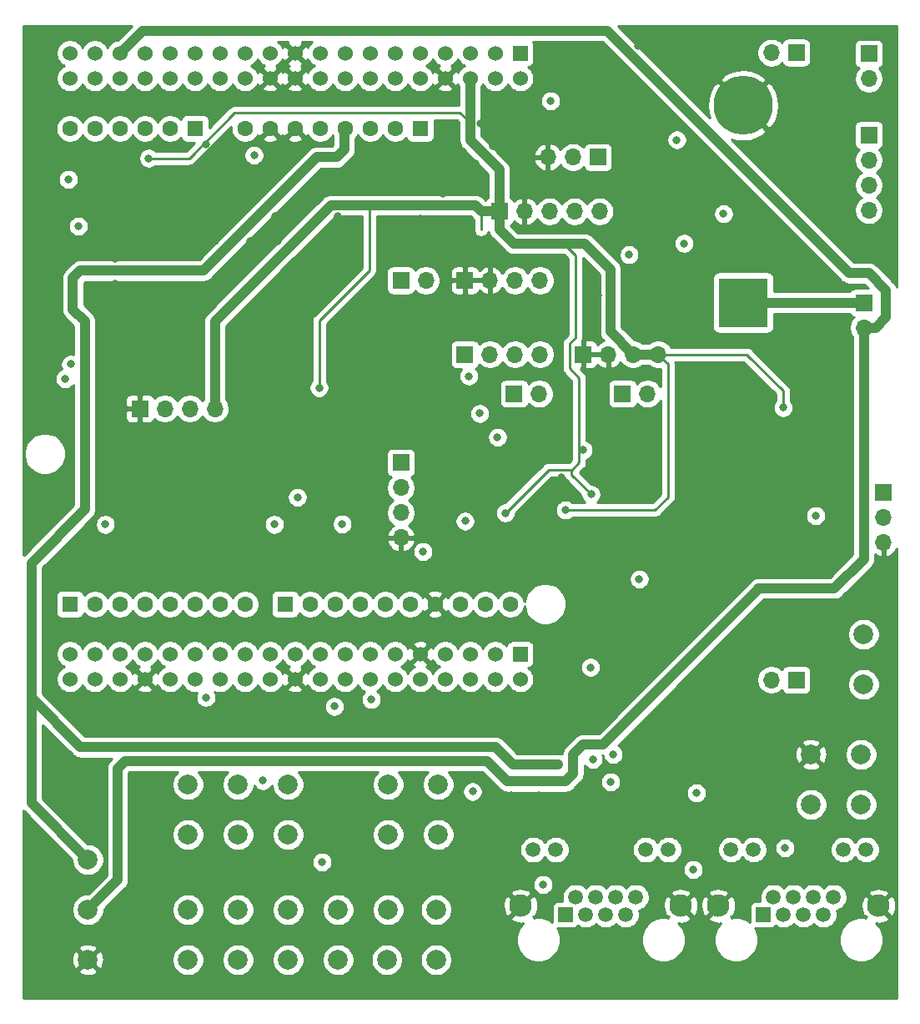
<source format=gbr>
%TF.GenerationSoftware,KiCad,Pcbnew,5.1.7-a382d34a8~88~ubuntu20.04.1*%
%TF.CreationDate,2021-04-08T15:18:28+02:00*%
%TF.ProjectId,Shield_Nucleo,53686965-6c64-45f4-9e75-636c656f2e6b,rev?*%
%TF.SameCoordinates,Original*%
%TF.FileFunction,Copper,L3,Inr*%
%TF.FilePolarity,Positive*%
%FSLAX46Y46*%
G04 Gerber Fmt 4.6, Leading zero omitted, Abs format (unit mm)*
G04 Created by KiCad (PCBNEW 5.1.7-a382d34a8~88~ubuntu20.04.1) date 2021-04-08 15:18:28*
%MOMM*%
%LPD*%
G01*
G04 APERTURE LIST*
%TA.AperFunction,ComponentPad*%
%ADD10C,2.000000*%
%TD*%
%TA.AperFunction,ComponentPad*%
%ADD11C,1.500000*%
%TD*%
%TA.AperFunction,ComponentPad*%
%ADD12C,2.300000*%
%TD*%
%TA.AperFunction,ComponentPad*%
%ADD13R,1.500000X1.500000*%
%TD*%
%TA.AperFunction,ComponentPad*%
%ADD14O,1.700000X1.700000*%
%TD*%
%TA.AperFunction,ComponentPad*%
%ADD15R,1.700000X1.700000*%
%TD*%
%TA.AperFunction,ComponentPad*%
%ADD16R,1.605000X1.605000*%
%TD*%
%TA.AperFunction,ComponentPad*%
%ADD17C,1.605000*%
%TD*%
%TA.AperFunction,ComponentPad*%
%ADD18C,1.530000*%
%TD*%
%TA.AperFunction,ComponentPad*%
%ADD19R,1.530000X1.530000*%
%TD*%
%TA.AperFunction,ComponentPad*%
%ADD20C,6.000000*%
%TD*%
%TA.AperFunction,ComponentPad*%
%ADD21R,5.000000X5.000000*%
%TD*%
%TA.AperFunction,ViaPad*%
%ADD22C,0.800000*%
%TD*%
%TA.AperFunction,Conductor*%
%ADD23C,1.000000*%
%TD*%
%TA.AperFunction,Conductor*%
%ADD24C,0.250000*%
%TD*%
%TA.AperFunction,Conductor*%
%ADD25C,0.254000*%
%TD*%
%TA.AperFunction,Conductor*%
%ADD26C,0.150000*%
%TD*%
G04 APERTURE END LIST*
D10*
%TO.N,/GND_CAN*%
%TO.C,TP33*%
X124460000Y-88900000D03*
%TD*%
%TO.N,/V_BUS_CAN*%
%TO.C,TP32*%
X124460000Y-93980000D03*
%TD*%
%TO.N,/Temp*%
%TO.C,TP30*%
X81280000Y-109220000D03*
%TD*%
%TO.N,/I_high*%
%TO.C,TP29*%
X76200000Y-109220000D03*
%TD*%
%TO.N,/I2_low*%
%TO.C,TP28*%
X81280000Y-104140000D03*
%TD*%
%TO.N,/I1_low*%
%TO.C,TP27*%
X76200000Y-104140000D03*
%TD*%
%TO.N,/V_high_N*%
%TO.C,TP26*%
X66040000Y-104140000D03*
%TD*%
%TO.N,/V_high_P*%
%TO.C,TP25*%
X66040000Y-109220000D03*
%TD*%
%TO.N,/V2_low_N*%
%TO.C,TP24*%
X60960000Y-104140000D03*
%TD*%
%TO.N,/V2_low_P*%
%TO.C,TP23*%
X60960000Y-109220000D03*
%TD*%
%TO.N,/V1_low_N*%
%TO.C,TP22*%
X55880000Y-104140000D03*
%TD*%
%TO.N,/V1_low_P*%
%TO.C,TP21*%
X55880000Y-109220000D03*
%TD*%
%TO.N,/HRTIM1_CHE2*%
%TO.C,TP20*%
X76200000Y-116840000D03*
%TD*%
%TO.N,/HRTIM1_CHE1*%
%TO.C,TP19*%
X76080000Y-121920000D03*
%TD*%
%TO.N,/HRTIM1_CHF2*%
%TO.C,TP18*%
X81080000Y-116840000D03*
%TD*%
%TO.N,/HRTIM1_CHF1*%
%TO.C,TP17*%
X81080000Y-121920000D03*
%TD*%
%TO.N,/CAN1_STB*%
%TO.C,TP15*%
X119126000Y-106172000D03*
%TD*%
%TO.N,/FDCAN1_RX*%
%TO.C,TP14*%
X124206000Y-101092000D03*
%TD*%
%TO.N,/FDCAN1_TX*%
%TO.C,TP13*%
X124206000Y-106172000D03*
%TD*%
%TO.N,GNDD*%
%TO.C,TP12*%
X45720000Y-121920000D03*
%TD*%
%TO.N,/HRTIM1_CHD2*%
%TO.C,TP11*%
X71120000Y-116840000D03*
%TD*%
%TO.N,/HRTIM1_CHD1*%
%TO.C,TP10*%
X71120000Y-121920000D03*
%TD*%
%TO.N,/HRTIM1_CHC2*%
%TO.C,TP9*%
X66040000Y-116840000D03*
%TD*%
%TO.N,/HRTIM1_CHC1*%
%TO.C,TP8*%
X66040000Y-121920000D03*
%TD*%
%TO.N,/HRTIM1_CHB2*%
%TO.C,TP7*%
X60960000Y-116840000D03*
%TD*%
%TO.N,/HRTIM1_CHB1*%
%TO.C,TP6*%
X60960000Y-121920000D03*
%TD*%
%TO.N,/HRTIM1_CHA2*%
%TO.C,TP5*%
X55880000Y-116840000D03*
%TD*%
%TO.N,/HRTIM1_CHA1*%
%TO.C,TP4*%
X55880000Y-121920000D03*
%TD*%
%TO.N,+BATT*%
%TO.C,TP3*%
X45720000Y-116840000D03*
%TD*%
%TO.N,+3V3*%
%TO.C,TP2*%
X45720000Y-111760000D03*
%TD*%
%TO.N,GNDD*%
%TO.C,TP1*%
X119126000Y-101092000D03*
%TD*%
D11*
%TO.N,+3V3*%
%TO.C,J3*%
X124720000Y-110744000D03*
%TO.N,Net-(J3-Pad11)*%
X122430000Y-110744000D03*
%TO.N,/PWR_CAN2*%
X113290000Y-110744000D03*
%TO.N,Net-(J3-Pad9)*%
X111000000Y-110744000D03*
D12*
%TO.N,GNDD*%
X109730000Y-116454000D03*
X125990000Y-116454000D03*
D11*
%TO.N,Net-(J3-Pad8)*%
X121412000Y-115564000D03*
%TO.N,Net-(J3-Pad6)*%
X119380000Y-115564000D03*
%TO.N,/PWR_CAN2*%
X117348000Y-115564000D03*
%TO.N,/CAN_L*%
X115316000Y-115564000D03*
%TO.N,/GND_CAN*%
X120396000Y-117344000D03*
%TO.N,/PWR_CAN2*%
X118364000Y-117344000D03*
%TO.N,/GND_CAN*%
X116332000Y-117344000D03*
D13*
%TO.N,/CAN_H*%
X114300000Y-117344000D03*
%TD*%
D11*
%TO.N,+3V3*%
%TO.C,J2*%
X104650000Y-110748000D03*
%TO.N,Net-(J2-Pad11)*%
X102360000Y-110748000D03*
%TO.N,/PWR_CAN1*%
X93220000Y-110748000D03*
%TO.N,Net-(J2-Pad9)*%
X90930000Y-110748000D03*
D12*
%TO.N,GNDD*%
X89660000Y-116458000D03*
X105920000Y-116458000D03*
D11*
%TO.N,Net-(J2-Pad8)*%
X101342000Y-115568000D03*
%TO.N,Net-(J2-Pad6)*%
X99310000Y-115568000D03*
%TO.N,/PWR_CAN1*%
X97278000Y-115568000D03*
%TO.N,/CAN_L*%
X95246000Y-115568000D03*
%TO.N,/GND_CAN*%
X100326000Y-117348000D03*
%TO.N,/PWR_CAN1*%
X98294000Y-117348000D03*
%TO.N,/GND_CAN*%
X96262000Y-117348000D03*
D13*
%TO.N,/CAN_H*%
X94230000Y-117348000D03*
%TD*%
D14*
%TO.N,N/C*%
%TO.C,U1*%
X115102000Y-93520000D03*
D15*
X117642000Y-93520000D03*
X117642000Y-29893000D03*
D14*
X115102000Y-29893000D03*
D16*
X79460000Y-37580000D03*
D17*
%TO.N,GNDD*%
X66760000Y-37580000D03*
X64220000Y-37580000D03*
%TO.N,Net-(U1-PadCN7_24)*%
X61680000Y-37580000D03*
D16*
%TO.N,Net-(U1-PadCN10_37)*%
X43900000Y-85840000D03*
D17*
%TO.N,Net-(U1-PadCN10_35)*%
X46440000Y-85840000D03*
%TO.N,/HRTIM1_CHB1*%
X48980000Y-85840000D03*
%TO.N,Net-(U1-PadCN10_31)*%
X51520000Y-85840000D03*
%TO.N,/SPI3_MOSI*%
X54060000Y-85840000D03*
%TO.N,/SPI3_MISO*%
X56600000Y-85840000D03*
%TO.N,/CAN1_STB*%
X59140000Y-85840000D03*
%TO.N,Net-(U1-PadCN7_12)*%
X76920000Y-37580000D03*
%TO.N,Net-(U1-PadCN7_14)*%
X74380000Y-37580000D03*
%TO.N,+3V3*%
X71840000Y-37580000D03*
%TO.N,Net-(U1-PadCN7_18)*%
X69300000Y-37580000D03*
%TO.N,/HRTIM1_CHA1*%
X61680000Y-85840000D03*
D16*
%TO.N,/V1_low_P*%
X56600000Y-37580000D03*
D17*
%TO.N,/V1_low_N*%
X54060000Y-37580000D03*
%TO.N,/SPI3_CS*%
X51520000Y-37580000D03*
%TO.N,/EEPROM_HOLD*%
X48980000Y-37580000D03*
%TO.N,/V2_low_P*%
X75900000Y-85840000D03*
%TO.N,Net-(U1-PadCN10_11)*%
X78440000Y-85840000D03*
%TO.N,GNDD*%
X80980000Y-85840000D03*
%TO.N,Net-(U1-PadCN10_7)*%
X83520000Y-85840000D03*
%TO.N,/FDCAN1_TX*%
X86060000Y-85840000D03*
%TO.N,/FDCAN1_RX*%
X88600000Y-85840000D03*
%TO.N,/I2_low*%
X46440000Y-37580000D03*
%TO.N,/I1_low*%
X43900000Y-37580000D03*
D16*
%TO.N,/HRTIM1_CHA2*%
X65740000Y-85840000D03*
D17*
%TO.N,/HRTIM1_CHF2*%
X68280000Y-85840000D03*
%TO.N,/USART1_TX*%
X70820000Y-85840000D03*
%TO.N,/V2_low_N*%
X73360000Y-85840000D03*
D18*
%TO.N,N/C*%
X43900000Y-93460000D03*
X46440000Y-93460000D03*
%TO.N,Net-(U1-PadCN10_35)*%
X46440000Y-90920000D03*
%TO.N,/SPI3_CS2*%
X48980000Y-93460000D03*
%TO.N,/HRTIM1_CHB1*%
X48980000Y-90920000D03*
%TO.N,GNDD*%
X51520000Y-93460000D03*
%TO.N,Net-(U1-PadCN10_31)*%
X51520000Y-90920000D03*
%TO.N,/HRTIM1_CHC2*%
X54060000Y-93460000D03*
%TO.N,/SPI3_MOSI*%
X54060000Y-90920000D03*
%TO.N,/HRTIM1_CHD1*%
X56600000Y-93460000D03*
%TO.N,/SPI3_MISO*%
X56600000Y-90920000D03*
%TO.N,/HRTIM1_CHD2*%
X59140000Y-93460000D03*
%TO.N,/CAN1_STB*%
X59140000Y-90920000D03*
%TO.N,/Temp*%
X61680000Y-93460000D03*
%TO.N,/HRTIM1_CHA1*%
X61680000Y-90920000D03*
%TO.N,/V_high_N*%
X64220000Y-93460000D03*
%TO.N,/HRTIM1_CHA2*%
X64220000Y-90920000D03*
%TO.N,GNDD*%
X66760000Y-93460000D03*
%TO.N,/HRTIM1_CHF2*%
X66760000Y-90920000D03*
%TO.N,/N_GND*%
X69300000Y-93460000D03*
%TO.N,/USART1_TX*%
X69300000Y-90920000D03*
%TO.N,/HRTIM1_CHC1*%
X71840000Y-93460000D03*
%TO.N,/V2_low_N*%
X71840000Y-90920000D03*
%TO.N,/HRTIM1_CHB2*%
X74380000Y-93460000D03*
%TO.N,/V2_low_P*%
X74380000Y-90920000D03*
%TO.N,/HRTIM1_FLT1*%
X76920000Y-93460000D03*
%TO.N,Net-(U1-PadCN10_11)*%
X76920000Y-90920000D03*
%TO.N,N/C*%
X79460000Y-93460000D03*
%TO.N,GNDD*%
X79460000Y-90920000D03*
%TO.N,Net-(U1-PadCN10_8)*%
X82000000Y-93460000D03*
%TO.N,Net-(U1-PadCN10_7)*%
X82000000Y-90920000D03*
%TO.N,/V_high_P*%
X84540000Y-93460000D03*
%TO.N,/FDCAN1_TX*%
X84540000Y-90920000D03*
%TO.N,/HRTIM1_CHF1*%
X87080000Y-93460000D03*
%TO.N,/FDCAN1_RX*%
X87080000Y-90920000D03*
%TO.N,/HRTIM1_CHE1*%
X89620000Y-93460000D03*
%TO.N,Net-(U1-PadCN10_37)*%
X43900000Y-90920000D03*
D19*
%TO.N,/HRTIM1_CHE2*%
X89620000Y-90920000D03*
D18*
%TO.N,/I1_low*%
X43900000Y-32500000D03*
%TO.N,/I2_low*%
X46440000Y-32500000D03*
%TO.N,/I_high*%
X46440000Y-29960000D03*
%TO.N,/EEPROM_HOLD*%
X48980000Y-32500000D03*
%TO.N,+BATT*%
X48980000Y-29960000D03*
%TO.N,/SPI3_CS*%
X51520000Y-32500000D03*
%TO.N,Net-(U1-PadCN7_31)*%
X51520000Y-29960000D03*
%TO.N,/V1_low_N*%
X54060000Y-32500000D03*
%TO.N,Net-(U1-PadCN7_29)*%
X54060000Y-29960000D03*
%TO.N,/V1_low_P*%
X56600000Y-32500000D03*
%TO.N,Net-(U1-PadCN7_27)*%
X56600000Y-29960000D03*
%TO.N,N/C*%
X59140000Y-32500000D03*
%TO.N,Net-(U1-PadCN7_25)*%
X59140000Y-29960000D03*
%TO.N,Net-(U1-PadCN7_24)*%
X61680000Y-32500000D03*
%TO.N,Net-(U1-PadCN7_23)*%
X61680000Y-29960000D03*
%TO.N,GNDD*%
X64220000Y-32500000D03*
%TO.N,/USART1_RX*%
X64220000Y-29960000D03*
%TO.N,GNDD*%
X66760000Y-32500000D03*
X66760000Y-29960000D03*
%TO.N,Net-(U1-PadCN7_18)*%
X69300000Y-32500000D03*
%TO.N,/HRTIM1_FLT2*%
X69300000Y-29960000D03*
%TO.N,+3V3*%
X71840000Y-32500000D03*
%TO.N,Net-(U1-PadCN7_15)*%
X71840000Y-29960000D03*
%TO.N,Net-(U1-PadCN7_14)*%
X74380000Y-32500000D03*
%TO.N,Net-(U1-PadCN7_13)*%
X74380000Y-29960000D03*
%TO.N,Net-(U1-PadCN7_12)*%
X76920000Y-32500000D03*
%TO.N,N/C*%
X76920000Y-29960000D03*
X79460000Y-32500000D03*
X79460000Y-29960000D03*
%TO.N,GNDD*%
X82000000Y-32500000D03*
%TO.N,Net-(U1-PadCN7_7)*%
X82000000Y-29960000D03*
%TO.N,/E5V*%
X84540000Y-32500000D03*
%TO.N,Net-(U1-PadCN7_5)*%
X84540000Y-29960000D03*
%TO.N,Net-(U1-PadCN7_4)*%
X87080000Y-32500000D03*
%TO.N,/HRTIM_EEV2*%
X87080000Y-29960000D03*
%TO.N,/HRTIM_EEV1*%
X89620000Y-32500000D03*
%TO.N,/EEPROM_WP*%
X43900000Y-29960000D03*
D19*
%TO.N,/SPI3_SCK*%
X89620000Y-29960000D03*
%TD*%
D14*
%TO.N,/SPI3_CS2*%
%TO.C,J5*%
X125000000Y-45870000D03*
%TO.N,/SPI3_SCK*%
X125000000Y-43330000D03*
%TO.N,/SPI3_MOSI*%
X125000000Y-40790000D03*
D15*
%TO.N,/SPI3_MISO*%
X125000000Y-38250000D03*
%TD*%
D14*
%TO.N,/USART1_RX*%
%TO.C,J4*%
X125000000Y-32540000D03*
D15*
%TO.N,/USART1_TX*%
X125000000Y-30000000D03*
%TD*%
D14*
%TO.N,+BATT*%
%TO.C,JP2*%
X124500000Y-57790000D03*
D15*
%TO.N,Net-(BT1-Pad1)*%
X124500000Y-55250000D03*
%TD*%
D20*
%TO.N,GNDD*%
%TO.C,BT1*%
X112250000Y-35250000D03*
D21*
%TO.N,Net-(BT1-Pad1)*%
X112250000Y-55250000D03*
%TD*%
D15*
%TO.N,N/C*%
%TO.C,J1*%
X126500000Y-74500000D03*
D14*
%TO.N,GNDD*%
X77500000Y-79120000D03*
D15*
%TO.N,N/C*%
X77500000Y-71500000D03*
D14*
%TO.N,/I_high_raw*%
X94960000Y-40500000D03*
%TO.N,GNDD*%
X126500000Y-79580000D03*
%TO.N,/I2_low_raw*%
X126500000Y-77040000D03*
%TO.N,Net-(J1-Pad12)*%
X77500000Y-76580000D03*
%TO.N,/I1_low_raw*%
X77500000Y-74040000D03*
%TO.N,GNDD*%
X92420000Y-40500000D03*
D15*
%TO.N,N/C*%
X97500000Y-40500000D03*
D14*
%TO.N,/HRTIM1_CHB2*%
X92580000Y-46000000D03*
D15*
%TO.N,GNDD*%
X51000000Y-66000000D03*
D14*
%TO.N,/E5V*%
X58620000Y-66000000D03*
%TO.N,/HRTIM1_CHA1*%
X56080000Y-66000000D03*
%TO.N,/HRTIM1_CHA2*%
X53540000Y-66000000D03*
%TO.N,/HRTIM1_CHB1*%
X95120000Y-46000000D03*
D15*
%TO.N,/E5V*%
X87500000Y-46000000D03*
D14*
%TO.N,/N_GND*%
X97660000Y-46000000D03*
%TO.N,GNDD*%
X90040000Y-46000000D03*
%TO.N,/V1_low_raw_N*%
X91540000Y-64500000D03*
D15*
%TO.N,/V1_low_raw_P*%
X89000000Y-64500000D03*
D14*
%TO.N,/V2_low_raw_N*%
X102540000Y-64500000D03*
D15*
%TO.N,/V2_low_raw_P*%
X100000000Y-64500000D03*
%TO.N,/V_high_raw_N*%
X77500000Y-53000000D03*
D14*
%TO.N,/V_high_raw_P*%
X80040000Y-53000000D03*
%TO.N,N/C*%
X86540000Y-60500000D03*
D15*
X84000000Y-60500000D03*
D14*
X89080000Y-60500000D03*
X91620000Y-60500000D03*
X89080000Y-53000000D03*
%TO.N,GNDD*%
X86540000Y-53000000D03*
%TO.N,N/C*%
X91620000Y-53000000D03*
D15*
%TO.N,GNDD*%
X84000000Y-53000000D03*
D14*
%TO.N,/E5V*%
X101080000Y-60500000D03*
X103620000Y-60500000D03*
D15*
%TO.N,GNDD*%
X96000000Y-60500000D03*
D14*
X98540000Y-60500000D03*
%TD*%
D22*
%TO.N,GNDD*%
X57700000Y-39200000D03*
X93800000Y-71000000D03*
X93800000Y-73000000D03*
X58674000Y-49022000D03*
X46264990Y-53848000D03*
X115750000Y-87750000D03*
X97000000Y-105000000D03*
X65024000Y-49022000D03*
X79502000Y-46736000D03*
X81788000Y-44196000D03*
X69750000Y-98750000D03*
X70750000Y-98750000D03*
X71750000Y-98750000D03*
X69750000Y-103250000D03*
X70750000Y-103250000D03*
X71750000Y-103250000D03*
X113792000Y-45212000D03*
X118110000Y-45212000D03*
X106250000Y-51000000D03*
X109500000Y-51000000D03*
X109250000Y-85000000D03*
X112750000Y-88000000D03*
X48514000Y-53340000D03*
X48514000Y-50800000D03*
X46250000Y-54750000D03*
X42500000Y-54750000D03*
X42500000Y-53750000D03*
X115750000Y-87000000D03*
X47750000Y-43000000D03*
X113750000Y-40000000D03*
X108750000Y-40000000D03*
X110750000Y-42500000D03*
X115250000Y-42250000D03*
X83312000Y-39250000D03*
X85598000Y-37084000D03*
X86868000Y-39370000D03*
X85090000Y-41148000D03*
X69088000Y-49022000D03*
X66802000Y-46482000D03*
X91750000Y-100750000D03*
X90000000Y-100750000D03*
X88750000Y-105250000D03*
X91500000Y-105250000D03*
X46250000Y-97500000D03*
X42750000Y-100500000D03*
X122250000Y-81000000D03*
X125000000Y-83000000D03*
X97250000Y-52500000D03*
X99000000Y-50250000D03*
X97500000Y-54500000D03*
X100250000Y-52750000D03*
X71120000Y-46482000D03*
X102359000Y-103635000D03*
X64770000Y-46482000D03*
X60960000Y-46482000D03*
X62230000Y-49022000D03*
X98044000Y-29210000D03*
X101600000Y-29210000D03*
X59300000Y-43900000D03*
X52600000Y-38900000D03*
X97200000Y-72800000D03*
X86700000Y-73500000D03*
X117700000Y-69200000D03*
X118100000Y-72300000D03*
X112000000Y-72600000D03*
X69300000Y-72000000D03*
X64900000Y-72000000D03*
X70400000Y-67150000D03*
X61700000Y-50900000D03*
X66300000Y-52300000D03*
X57200000Y-58100000D03*
X60300000Y-61100000D03*
X60100000Y-63400000D03*
X57100000Y-60700000D03*
X98900000Y-80500000D03*
X96300000Y-80500006D03*
X93800000Y-80500000D03*
%TO.N,/HRTIM1_CHB2*%
X74500004Y-95524990D03*
%TO.N,/E5V*%
X65300000Y-50500000D03*
X69200000Y-63900000D03*
X96800000Y-74700000D03*
X88100000Y-76600000D03*
X116300000Y-65900000D03*
X51901669Y-40610889D03*
X94200000Y-76300000D03*
%TO.N,/HRTIM1_CHA2*%
X57711046Y-95314273D03*
%TO.N,/N_GND*%
X96750000Y-92250000D03*
%TO.N,/V1_low_N*%
X43974350Y-61500330D03*
X84400000Y-62700000D03*
%TO.N,/V1_low_P*%
X43433986Y-62992000D03*
X85500000Y-66500000D03*
%TO.N,/V2_low_N*%
X70750000Y-96225010D03*
%TO.N,/V_high_P*%
X84774990Y-104850010D03*
%TO.N,/CAN1_STB*%
X79756000Y-80518016D03*
X107500000Y-105000000D03*
X101700000Y-83300000D03*
%TO.N,/FDCAN1_RX*%
X99060000Y-101092000D03*
%TO.N,/USART1_TX*%
X105500000Y-38750000D03*
X100669423Y-50394104D03*
%TO.N,/Temp*%
X84016000Y-77412000D03*
X63500000Y-103750000D03*
%TO.N,/HRTIM1_CHC1*%
X69500000Y-112000000D03*
%TO.N,/FDCAN1_TX*%
X98806000Y-103886000D03*
%TO.N,/EEPROM_HOLD*%
X44750000Y-47500000D03*
%TO.N,/I1_low*%
X71545010Y-77724000D03*
X47500000Y-77750000D03*
X64650000Y-77750000D03*
%TO.N,/I2_low*%
X119610420Y-76873000D03*
%TO.N,/I_high*%
X92710000Y-34798000D03*
%TO.N,+3V3*%
X44196000Y-53848000D03*
X93472000Y-102108022D03*
X97000000Y-101600000D03*
%TO.N,/GND_CAN*%
X91948000Y-114300000D03*
X107188000Y-112776000D03*
%TO.N,/PWR_CAN2*%
X116500000Y-110576000D03*
%TO.N,/SPI3_CS*%
X43750000Y-42750000D03*
%TO.N,/SPI3_CS2*%
X110250000Y-46250000D03*
X106250020Y-49250000D03*
%TO.N,/I_high_raw*%
X62600000Y-40300000D03*
%TO.N,/I1_low_raw*%
X67000010Y-75000000D03*
%TO.N,/Vref*%
X96000000Y-70200000D03*
X87300000Y-68900000D03*
%TD*%
D23*
%TO.N,+BATT*%
X124500000Y-68767738D02*
X124500000Y-57790000D01*
X121500000Y-84250000D02*
X124500000Y-81250000D01*
X124500000Y-81250000D02*
X124500000Y-68767738D01*
X113789070Y-84250000D02*
X121500000Y-84250000D01*
X51254000Y-27686000D02*
X48980000Y-29960000D01*
X98436000Y-27686000D02*
X51254000Y-27686000D01*
X125000000Y-52250000D02*
X123000000Y-52250000D01*
X126750000Y-54000000D02*
X125000000Y-52250000D01*
X123000000Y-52250000D02*
X98436000Y-27686000D01*
X126750000Y-56742081D02*
X126750000Y-54000000D01*
X125702081Y-57790000D02*
X126750000Y-56742081D01*
X124500000Y-57790000D02*
X125702081Y-57790000D01*
X48750000Y-102500000D02*
X49500000Y-101750000D01*
X49500000Y-101750000D02*
X86250000Y-101750000D01*
X48750000Y-113810000D02*
X48750000Y-102500000D01*
X86250000Y-101750000D02*
X88316009Y-103816009D01*
X88316009Y-103816009D02*
X94223061Y-103816009D01*
X45720000Y-116840000D02*
X48750000Y-113810000D01*
X94223061Y-103816009D02*
X94996000Y-103043070D01*
X94996000Y-103043070D02*
X94996000Y-101092000D01*
X94996000Y-101092000D02*
X96012000Y-100076000D01*
X96012000Y-100076000D02*
X98044000Y-100076000D01*
X113789070Y-84330930D02*
X113789070Y-84250000D01*
X98044000Y-100076000D02*
X113789070Y-84330930D01*
%TO.N,/E5V*%
X103620000Y-60500000D02*
X101080000Y-60500000D01*
X87500000Y-46000000D02*
X87500000Y-41780000D01*
X87500000Y-41780000D02*
X84540000Y-38820000D01*
X98778001Y-51899999D02*
X96154002Y-49276000D01*
X98778001Y-58198001D02*
X98778001Y-51899999D01*
X87500000Y-47850000D02*
X87500000Y-46000000D01*
X101080000Y-60500000D02*
X98778001Y-58198001D01*
X88926000Y-49276000D02*
X87500000Y-47850000D01*
X85650000Y-46000000D02*
X85031999Y-45381999D01*
X70418001Y-45381999D02*
X65300000Y-50500000D01*
X87500000Y-46000000D02*
X85650000Y-46000000D01*
X58620000Y-57180000D02*
X65300000Y-50500000D01*
X58620000Y-66000000D02*
X58620000Y-57180000D01*
X85031999Y-45381999D02*
X74281999Y-45381999D01*
X74281999Y-45381999D02*
X70418001Y-45381999D01*
D24*
X85650000Y-46000000D02*
X85650000Y-47850000D01*
X74281999Y-45381999D02*
X74281999Y-52018001D01*
X74281999Y-52018001D02*
X69200000Y-57100000D01*
X69200000Y-57100000D02*
X69200000Y-64200000D01*
D23*
X96154002Y-49276000D02*
X94024000Y-49276000D01*
X94024000Y-49276000D02*
X88926000Y-49276000D01*
X84540000Y-38820000D02*
X84540000Y-37040000D01*
X84540000Y-37040000D02*
X84540000Y-32500000D01*
D24*
X94800000Y-72700000D02*
X96800000Y-74700000D01*
X94800000Y-72200000D02*
X94800000Y-72700000D01*
X92500000Y-72200000D02*
X94800000Y-72200000D01*
X88100000Y-76600000D02*
X92500000Y-72200000D01*
X103620000Y-60500000D02*
X112600000Y-60500000D01*
X112600000Y-60500000D02*
X116300000Y-64200000D01*
X116300000Y-64200000D02*
X116300000Y-65900000D01*
X116300000Y-65900000D02*
X116300000Y-65900000D01*
X51800000Y-40600000D02*
X51890780Y-40600000D01*
X55989111Y-40610889D02*
X51901669Y-40610889D01*
X51890780Y-40600000D02*
X51901669Y-40610889D01*
X60600000Y-36000000D02*
X55989111Y-40610889D01*
X84540000Y-37040000D02*
X83500000Y-36000000D01*
X83500000Y-36000000D02*
X60600000Y-36000000D01*
X95600000Y-71500000D02*
X94800000Y-72300000D01*
X94600000Y-61900000D02*
X95600000Y-62900000D01*
X94600000Y-59400000D02*
X94600000Y-61900000D01*
X95200000Y-58800000D02*
X94600000Y-59400000D01*
X95200000Y-50452000D02*
X95200000Y-58800000D01*
X95600000Y-62900000D02*
X95600000Y-71500000D01*
X94024000Y-49276000D02*
X95200000Y-50452000D01*
X103300000Y-76300000D02*
X94200000Y-76300000D01*
X104600000Y-75000000D02*
X103300000Y-76300000D01*
X104600000Y-61480000D02*
X104600000Y-75000000D01*
X103620000Y-60500000D02*
X104600000Y-61480000D01*
D23*
%TO.N,+3V3*%
X45436224Y-57186224D02*
X44196000Y-55946000D01*
X45436224Y-76229776D02*
X45436224Y-57186224D01*
X40000000Y-81666000D02*
X45436224Y-76229776D01*
X44196000Y-55946000D02*
X44196000Y-53848000D01*
X40000000Y-95372000D02*
X40000000Y-81666000D01*
X40000000Y-106040000D02*
X40000000Y-95372000D01*
X45720000Y-111760000D02*
X40000000Y-106040000D01*
X71750000Y-37670000D02*
X71840000Y-37580000D01*
X71750000Y-39750000D02*
X71750000Y-37670000D01*
X71000000Y-40500000D02*
X71750000Y-39750000D01*
X68974000Y-40500000D02*
X71000000Y-40500000D01*
X58674000Y-50800000D02*
X68974000Y-40500000D01*
X44196000Y-52774315D02*
X44196000Y-53848000D01*
X44970315Y-52000000D02*
X44196000Y-52774315D01*
X57474000Y-52000000D02*
X44970315Y-52000000D01*
X59944000Y-49530000D02*
X57474000Y-52000000D01*
X88858022Y-102108022D02*
X93472000Y-102108022D01*
X40000000Y-95372000D02*
X44978001Y-100350001D01*
X87100001Y-100350001D02*
X88858022Y-102108022D01*
X44978001Y-100350001D02*
X87100001Y-100350001D01*
%TO.N,Net-(BT1-Pad1)*%
X124500000Y-55250000D02*
X112250000Y-55250000D01*
%TD*%
D25*
%TO.N,GNDD*%
X126627000Y-79453000D02*
X126647000Y-79453000D01*
X126647000Y-79707000D01*
X126627000Y-79707000D01*
X126627000Y-80900814D01*
X126856891Y-81021481D01*
X127131252Y-80924157D01*
X127381355Y-80775178D01*
X127597588Y-80580269D01*
X127771641Y-80346920D01*
X127840000Y-80203401D01*
X127840000Y-125840000D01*
X39160000Y-125840000D01*
X39160000Y-123055413D01*
X44764192Y-123055413D01*
X44859956Y-123319814D01*
X45149571Y-123460704D01*
X45461108Y-123542384D01*
X45782595Y-123561718D01*
X46101675Y-123517961D01*
X46406088Y-123412795D01*
X46580044Y-123319814D01*
X46675808Y-123055413D01*
X45720000Y-122099605D01*
X44764192Y-123055413D01*
X39160000Y-123055413D01*
X39160000Y-121982595D01*
X44078282Y-121982595D01*
X44122039Y-122301675D01*
X44227205Y-122606088D01*
X44320186Y-122780044D01*
X44584587Y-122875808D01*
X45540395Y-121920000D01*
X45899605Y-121920000D01*
X46855413Y-122875808D01*
X47119814Y-122780044D01*
X47260704Y-122490429D01*
X47342384Y-122178892D01*
X47361718Y-121857405D01*
X47348219Y-121758967D01*
X54245000Y-121758967D01*
X54245000Y-122081033D01*
X54307832Y-122396912D01*
X54431082Y-122694463D01*
X54610013Y-122962252D01*
X54837748Y-123189987D01*
X55105537Y-123368918D01*
X55403088Y-123492168D01*
X55718967Y-123555000D01*
X56041033Y-123555000D01*
X56356912Y-123492168D01*
X56654463Y-123368918D01*
X56922252Y-123189987D01*
X57149987Y-122962252D01*
X57328918Y-122694463D01*
X57452168Y-122396912D01*
X57515000Y-122081033D01*
X57515000Y-121758967D01*
X59325000Y-121758967D01*
X59325000Y-122081033D01*
X59387832Y-122396912D01*
X59511082Y-122694463D01*
X59690013Y-122962252D01*
X59917748Y-123189987D01*
X60185537Y-123368918D01*
X60483088Y-123492168D01*
X60798967Y-123555000D01*
X61121033Y-123555000D01*
X61436912Y-123492168D01*
X61734463Y-123368918D01*
X62002252Y-123189987D01*
X62229987Y-122962252D01*
X62408918Y-122694463D01*
X62532168Y-122396912D01*
X62595000Y-122081033D01*
X62595000Y-121758967D01*
X64405000Y-121758967D01*
X64405000Y-122081033D01*
X64467832Y-122396912D01*
X64591082Y-122694463D01*
X64770013Y-122962252D01*
X64997748Y-123189987D01*
X65265537Y-123368918D01*
X65563088Y-123492168D01*
X65878967Y-123555000D01*
X66201033Y-123555000D01*
X66516912Y-123492168D01*
X66814463Y-123368918D01*
X67082252Y-123189987D01*
X67309987Y-122962252D01*
X67488918Y-122694463D01*
X67612168Y-122396912D01*
X67675000Y-122081033D01*
X67675000Y-121758967D01*
X69485000Y-121758967D01*
X69485000Y-122081033D01*
X69547832Y-122396912D01*
X69671082Y-122694463D01*
X69850013Y-122962252D01*
X70077748Y-123189987D01*
X70345537Y-123368918D01*
X70643088Y-123492168D01*
X70958967Y-123555000D01*
X71281033Y-123555000D01*
X71596912Y-123492168D01*
X71894463Y-123368918D01*
X72162252Y-123189987D01*
X72389987Y-122962252D01*
X72568918Y-122694463D01*
X72692168Y-122396912D01*
X72755000Y-122081033D01*
X72755000Y-121758967D01*
X74445000Y-121758967D01*
X74445000Y-122081033D01*
X74507832Y-122396912D01*
X74631082Y-122694463D01*
X74810013Y-122962252D01*
X75037748Y-123189987D01*
X75305537Y-123368918D01*
X75603088Y-123492168D01*
X75918967Y-123555000D01*
X76241033Y-123555000D01*
X76556912Y-123492168D01*
X76854463Y-123368918D01*
X77122252Y-123189987D01*
X77349987Y-122962252D01*
X77528918Y-122694463D01*
X77652168Y-122396912D01*
X77715000Y-122081033D01*
X77715000Y-121758967D01*
X79445000Y-121758967D01*
X79445000Y-122081033D01*
X79507832Y-122396912D01*
X79631082Y-122694463D01*
X79810013Y-122962252D01*
X80037748Y-123189987D01*
X80305537Y-123368918D01*
X80603088Y-123492168D01*
X80918967Y-123555000D01*
X81241033Y-123555000D01*
X81556912Y-123492168D01*
X81854463Y-123368918D01*
X82122252Y-123189987D01*
X82349987Y-122962252D01*
X82528918Y-122694463D01*
X82652168Y-122396912D01*
X82715000Y-122081033D01*
X82715000Y-121758967D01*
X82652168Y-121443088D01*
X82528918Y-121145537D01*
X82349987Y-120877748D01*
X82122252Y-120650013D01*
X81854463Y-120471082D01*
X81556912Y-120347832D01*
X81241033Y-120285000D01*
X80918967Y-120285000D01*
X80603088Y-120347832D01*
X80305537Y-120471082D01*
X80037748Y-120650013D01*
X79810013Y-120877748D01*
X79631082Y-121145537D01*
X79507832Y-121443088D01*
X79445000Y-121758967D01*
X77715000Y-121758967D01*
X77652168Y-121443088D01*
X77528918Y-121145537D01*
X77349987Y-120877748D01*
X77122252Y-120650013D01*
X76854463Y-120471082D01*
X76556912Y-120347832D01*
X76241033Y-120285000D01*
X75918967Y-120285000D01*
X75603088Y-120347832D01*
X75305537Y-120471082D01*
X75037748Y-120650013D01*
X74810013Y-120877748D01*
X74631082Y-121145537D01*
X74507832Y-121443088D01*
X74445000Y-121758967D01*
X72755000Y-121758967D01*
X72692168Y-121443088D01*
X72568918Y-121145537D01*
X72389987Y-120877748D01*
X72162252Y-120650013D01*
X71894463Y-120471082D01*
X71596912Y-120347832D01*
X71281033Y-120285000D01*
X70958967Y-120285000D01*
X70643088Y-120347832D01*
X70345537Y-120471082D01*
X70077748Y-120650013D01*
X69850013Y-120877748D01*
X69671082Y-121145537D01*
X69547832Y-121443088D01*
X69485000Y-121758967D01*
X67675000Y-121758967D01*
X67612168Y-121443088D01*
X67488918Y-121145537D01*
X67309987Y-120877748D01*
X67082252Y-120650013D01*
X66814463Y-120471082D01*
X66516912Y-120347832D01*
X66201033Y-120285000D01*
X65878967Y-120285000D01*
X65563088Y-120347832D01*
X65265537Y-120471082D01*
X64997748Y-120650013D01*
X64770013Y-120877748D01*
X64591082Y-121145537D01*
X64467832Y-121443088D01*
X64405000Y-121758967D01*
X62595000Y-121758967D01*
X62532168Y-121443088D01*
X62408918Y-121145537D01*
X62229987Y-120877748D01*
X62002252Y-120650013D01*
X61734463Y-120471082D01*
X61436912Y-120347832D01*
X61121033Y-120285000D01*
X60798967Y-120285000D01*
X60483088Y-120347832D01*
X60185537Y-120471082D01*
X59917748Y-120650013D01*
X59690013Y-120877748D01*
X59511082Y-121145537D01*
X59387832Y-121443088D01*
X59325000Y-121758967D01*
X57515000Y-121758967D01*
X57452168Y-121443088D01*
X57328918Y-121145537D01*
X57149987Y-120877748D01*
X56922252Y-120650013D01*
X56654463Y-120471082D01*
X56356912Y-120347832D01*
X56041033Y-120285000D01*
X55718967Y-120285000D01*
X55403088Y-120347832D01*
X55105537Y-120471082D01*
X54837748Y-120650013D01*
X54610013Y-120877748D01*
X54431082Y-121145537D01*
X54307832Y-121443088D01*
X54245000Y-121758967D01*
X47348219Y-121758967D01*
X47317961Y-121538325D01*
X47212795Y-121233912D01*
X47119814Y-121059956D01*
X46855413Y-120964192D01*
X45899605Y-121920000D01*
X45540395Y-121920000D01*
X44584587Y-120964192D01*
X44320186Y-121059956D01*
X44179296Y-121349571D01*
X44097616Y-121661108D01*
X44078282Y-121982595D01*
X39160000Y-121982595D01*
X39160000Y-120784587D01*
X44764192Y-120784587D01*
X45720000Y-121740395D01*
X46675808Y-120784587D01*
X46580044Y-120520186D01*
X46290429Y-120379296D01*
X45978892Y-120297616D01*
X45657405Y-120278282D01*
X45338325Y-120322039D01*
X45033912Y-120427205D01*
X44859956Y-120520186D01*
X44764192Y-120784587D01*
X39160000Y-120784587D01*
X39160000Y-106805567D01*
X39193551Y-106846449D01*
X39236865Y-106881996D01*
X44085000Y-111730133D01*
X44085000Y-111921033D01*
X44147832Y-112236912D01*
X44271082Y-112534463D01*
X44450013Y-112802252D01*
X44677748Y-113029987D01*
X44945537Y-113208918D01*
X45243088Y-113332168D01*
X45558967Y-113395000D01*
X45881033Y-113395000D01*
X46196912Y-113332168D01*
X46494463Y-113208918D01*
X46762252Y-113029987D01*
X46989987Y-112802252D01*
X47168918Y-112534463D01*
X47292168Y-112236912D01*
X47355000Y-111921033D01*
X47355000Y-111598967D01*
X47292168Y-111283088D01*
X47168918Y-110985537D01*
X46989987Y-110717748D01*
X46762252Y-110490013D01*
X46494463Y-110311082D01*
X46196912Y-110187832D01*
X45881033Y-110125000D01*
X45690133Y-110125000D01*
X41135000Y-105569869D01*
X41135000Y-98112132D01*
X44136014Y-101113147D01*
X44171552Y-101156450D01*
X44214855Y-101191988D01*
X44214857Y-101191990D01*
X44344378Y-101298285D01*
X44541554Y-101403677D01*
X44755502Y-101468578D01*
X44978001Y-101490492D01*
X45033753Y-101485001D01*
X48159868Y-101485001D01*
X47986860Y-101658009D01*
X47943552Y-101693551D01*
X47801717Y-101866377D01*
X47755927Y-101952044D01*
X47696324Y-102063554D01*
X47631423Y-102277502D01*
X47609509Y-102500000D01*
X47615001Y-102555761D01*
X47615000Y-113339868D01*
X45749869Y-115205000D01*
X45558967Y-115205000D01*
X45243088Y-115267832D01*
X44945537Y-115391082D01*
X44677748Y-115570013D01*
X44450013Y-115797748D01*
X44271082Y-116065537D01*
X44147832Y-116363088D01*
X44085000Y-116678967D01*
X44085000Y-117001033D01*
X44147832Y-117316912D01*
X44271082Y-117614463D01*
X44450013Y-117882252D01*
X44677748Y-118109987D01*
X44945537Y-118288918D01*
X45243088Y-118412168D01*
X45558967Y-118475000D01*
X45881033Y-118475000D01*
X46196912Y-118412168D01*
X46494463Y-118288918D01*
X46762252Y-118109987D01*
X46989987Y-117882252D01*
X47168918Y-117614463D01*
X47292168Y-117316912D01*
X47355000Y-117001033D01*
X47355000Y-116810131D01*
X47486164Y-116678967D01*
X54245000Y-116678967D01*
X54245000Y-117001033D01*
X54307832Y-117316912D01*
X54431082Y-117614463D01*
X54610013Y-117882252D01*
X54837748Y-118109987D01*
X55105537Y-118288918D01*
X55403088Y-118412168D01*
X55718967Y-118475000D01*
X56041033Y-118475000D01*
X56356912Y-118412168D01*
X56654463Y-118288918D01*
X56922252Y-118109987D01*
X57149987Y-117882252D01*
X57328918Y-117614463D01*
X57452168Y-117316912D01*
X57515000Y-117001033D01*
X57515000Y-116678967D01*
X59325000Y-116678967D01*
X59325000Y-117001033D01*
X59387832Y-117316912D01*
X59511082Y-117614463D01*
X59690013Y-117882252D01*
X59917748Y-118109987D01*
X60185537Y-118288918D01*
X60483088Y-118412168D01*
X60798967Y-118475000D01*
X61121033Y-118475000D01*
X61436912Y-118412168D01*
X61734463Y-118288918D01*
X62002252Y-118109987D01*
X62229987Y-117882252D01*
X62408918Y-117614463D01*
X62532168Y-117316912D01*
X62595000Y-117001033D01*
X62595000Y-116678967D01*
X64405000Y-116678967D01*
X64405000Y-117001033D01*
X64467832Y-117316912D01*
X64591082Y-117614463D01*
X64770013Y-117882252D01*
X64997748Y-118109987D01*
X65265537Y-118288918D01*
X65563088Y-118412168D01*
X65878967Y-118475000D01*
X66201033Y-118475000D01*
X66516912Y-118412168D01*
X66814463Y-118288918D01*
X67082252Y-118109987D01*
X67309987Y-117882252D01*
X67488918Y-117614463D01*
X67612168Y-117316912D01*
X67675000Y-117001033D01*
X67675000Y-116678967D01*
X69485000Y-116678967D01*
X69485000Y-117001033D01*
X69547832Y-117316912D01*
X69671082Y-117614463D01*
X69850013Y-117882252D01*
X70077748Y-118109987D01*
X70345537Y-118288918D01*
X70643088Y-118412168D01*
X70958967Y-118475000D01*
X71281033Y-118475000D01*
X71596912Y-118412168D01*
X71894463Y-118288918D01*
X72162252Y-118109987D01*
X72389987Y-117882252D01*
X72568918Y-117614463D01*
X72692168Y-117316912D01*
X72755000Y-117001033D01*
X72755000Y-116678967D01*
X74565000Y-116678967D01*
X74565000Y-117001033D01*
X74627832Y-117316912D01*
X74751082Y-117614463D01*
X74930013Y-117882252D01*
X75157748Y-118109987D01*
X75425537Y-118288918D01*
X75723088Y-118412168D01*
X76038967Y-118475000D01*
X76361033Y-118475000D01*
X76676912Y-118412168D01*
X76974463Y-118288918D01*
X77242252Y-118109987D01*
X77469987Y-117882252D01*
X77648918Y-117614463D01*
X77772168Y-117316912D01*
X77835000Y-117001033D01*
X77835000Y-116678967D01*
X79445000Y-116678967D01*
X79445000Y-117001033D01*
X79507832Y-117316912D01*
X79631082Y-117614463D01*
X79810013Y-117882252D01*
X80037748Y-118109987D01*
X80305537Y-118288918D01*
X80603088Y-118412168D01*
X80918967Y-118475000D01*
X81241033Y-118475000D01*
X81556912Y-118412168D01*
X81854463Y-118288918D01*
X82122252Y-118109987D01*
X82349987Y-117882252D01*
X82471530Y-117700349D01*
X88597256Y-117700349D01*
X88711118Y-117980090D01*
X89026296Y-118135961D01*
X89365826Y-118227349D01*
X89716661Y-118250741D01*
X89905823Y-118226055D01*
X89684544Y-118447334D01*
X89437214Y-118817489D01*
X89266851Y-119228782D01*
X89180000Y-119665409D01*
X89180000Y-120110591D01*
X89266851Y-120547218D01*
X89437214Y-120958511D01*
X89684544Y-121328666D01*
X89999334Y-121643456D01*
X90369489Y-121890786D01*
X90780782Y-122061149D01*
X91217409Y-122148000D01*
X91662591Y-122148000D01*
X92099218Y-122061149D01*
X92510511Y-121890786D01*
X92880666Y-121643456D01*
X93195456Y-121328666D01*
X93442786Y-120958511D01*
X93613149Y-120547218D01*
X93700000Y-120110591D01*
X93700000Y-119665409D01*
X101880000Y-119665409D01*
X101880000Y-120110591D01*
X101966851Y-120547218D01*
X102137214Y-120958511D01*
X102384544Y-121328666D01*
X102699334Y-121643456D01*
X103069489Y-121890786D01*
X103480782Y-122061149D01*
X103917409Y-122148000D01*
X104362591Y-122148000D01*
X104799218Y-122061149D01*
X105210511Y-121890786D01*
X105580666Y-121643456D01*
X105895456Y-121328666D01*
X106142786Y-120958511D01*
X106313149Y-120547218D01*
X106400000Y-120110591D01*
X106400000Y-119665409D01*
X106313149Y-119228782D01*
X106142786Y-118817489D01*
X105895456Y-118447334D01*
X105679018Y-118230896D01*
X105976661Y-118250741D01*
X106325319Y-118205240D01*
X106658400Y-118092594D01*
X106868882Y-117980090D01*
X106982744Y-117700349D01*
X106978744Y-117696349D01*
X108667256Y-117696349D01*
X108781118Y-117976090D01*
X109096296Y-118131961D01*
X109435826Y-118223349D01*
X109786661Y-118246741D01*
X109975823Y-118222055D01*
X109754544Y-118443334D01*
X109507214Y-118813489D01*
X109336851Y-119224782D01*
X109250000Y-119661409D01*
X109250000Y-120106591D01*
X109336851Y-120543218D01*
X109507214Y-120954511D01*
X109754544Y-121324666D01*
X110069334Y-121639456D01*
X110439489Y-121886786D01*
X110850782Y-122057149D01*
X111287409Y-122144000D01*
X111732591Y-122144000D01*
X112169218Y-122057149D01*
X112580511Y-121886786D01*
X112950666Y-121639456D01*
X113265456Y-121324666D01*
X113512786Y-120954511D01*
X113683149Y-120543218D01*
X113770000Y-120106591D01*
X113770000Y-119661409D01*
X121950000Y-119661409D01*
X121950000Y-120106591D01*
X122036851Y-120543218D01*
X122207214Y-120954511D01*
X122454544Y-121324666D01*
X122769334Y-121639456D01*
X123139489Y-121886786D01*
X123550782Y-122057149D01*
X123987409Y-122144000D01*
X124432591Y-122144000D01*
X124869218Y-122057149D01*
X125280511Y-121886786D01*
X125650666Y-121639456D01*
X125965456Y-121324666D01*
X126212786Y-120954511D01*
X126383149Y-120543218D01*
X126470000Y-120106591D01*
X126470000Y-119661409D01*
X126383149Y-119224782D01*
X126212786Y-118813489D01*
X125965456Y-118443334D01*
X125749018Y-118226896D01*
X126046661Y-118246741D01*
X126395319Y-118201240D01*
X126728400Y-118088594D01*
X126938882Y-117976090D01*
X127052744Y-117696349D01*
X125990000Y-116633605D01*
X125975858Y-116647748D01*
X125796253Y-116468143D01*
X125810395Y-116454000D01*
X126169605Y-116454000D01*
X127232349Y-117516744D01*
X127512090Y-117402882D01*
X127667961Y-117087704D01*
X127759349Y-116748174D01*
X127782741Y-116397339D01*
X127737240Y-116048681D01*
X127624594Y-115715600D01*
X127512090Y-115505118D01*
X127232349Y-115391256D01*
X126169605Y-116454000D01*
X125810395Y-116454000D01*
X124747651Y-115391256D01*
X124467910Y-115505118D01*
X124312039Y-115820296D01*
X124220651Y-116159826D01*
X124197259Y-116510661D01*
X124242760Y-116859319D01*
X124355406Y-117192400D01*
X124467910Y-117402882D01*
X124747649Y-117516743D01*
X124632338Y-117632054D01*
X124671882Y-117671598D01*
X124432591Y-117624000D01*
X123987409Y-117624000D01*
X123550782Y-117710851D01*
X123139489Y-117881214D01*
X122769334Y-118128544D01*
X122454544Y-118443334D01*
X122207214Y-118813489D01*
X122036851Y-119224782D01*
X121950000Y-119661409D01*
X113770000Y-119661409D01*
X113683149Y-119224782D01*
X113512786Y-118813489D01*
X113451931Y-118722413D01*
X113550000Y-118732072D01*
X115050000Y-118732072D01*
X115174482Y-118719812D01*
X115294180Y-118683502D01*
X115404494Y-118624537D01*
X115501185Y-118545185D01*
X115549202Y-118486676D01*
X115675957Y-118571371D01*
X115928011Y-118675775D01*
X116195589Y-118729000D01*
X116468411Y-118729000D01*
X116735989Y-118675775D01*
X116988043Y-118571371D01*
X117214886Y-118419799D01*
X117348000Y-118286685D01*
X117481114Y-118419799D01*
X117707957Y-118571371D01*
X117960011Y-118675775D01*
X118227589Y-118729000D01*
X118500411Y-118729000D01*
X118767989Y-118675775D01*
X119020043Y-118571371D01*
X119246886Y-118419799D01*
X119380000Y-118286685D01*
X119513114Y-118419799D01*
X119739957Y-118571371D01*
X119992011Y-118675775D01*
X120259589Y-118729000D01*
X120532411Y-118729000D01*
X120799989Y-118675775D01*
X121052043Y-118571371D01*
X121278886Y-118419799D01*
X121471799Y-118226886D01*
X121623371Y-118000043D01*
X121727775Y-117747989D01*
X121781000Y-117480411D01*
X121781000Y-117207589D01*
X121727775Y-116940011D01*
X121717562Y-116915354D01*
X121815989Y-116895775D01*
X122068043Y-116791371D01*
X122294886Y-116639799D01*
X122487799Y-116446886D01*
X122639371Y-116220043D01*
X122743775Y-115967989D01*
X122797000Y-115700411D01*
X122797000Y-115427589D01*
X122754047Y-115211651D01*
X124927256Y-115211651D01*
X125990000Y-116274395D01*
X127052744Y-115211651D01*
X126938882Y-114931910D01*
X126623704Y-114776039D01*
X126284174Y-114684651D01*
X125933339Y-114661259D01*
X125584681Y-114706760D01*
X125251600Y-114819406D01*
X125041118Y-114931910D01*
X124927256Y-115211651D01*
X122754047Y-115211651D01*
X122743775Y-115160011D01*
X122639371Y-114907957D01*
X122487799Y-114681114D01*
X122294886Y-114488201D01*
X122068043Y-114336629D01*
X121815989Y-114232225D01*
X121548411Y-114179000D01*
X121275589Y-114179000D01*
X121008011Y-114232225D01*
X120755957Y-114336629D01*
X120529114Y-114488201D01*
X120396000Y-114621315D01*
X120262886Y-114488201D01*
X120036043Y-114336629D01*
X119783989Y-114232225D01*
X119516411Y-114179000D01*
X119243589Y-114179000D01*
X118976011Y-114232225D01*
X118723957Y-114336629D01*
X118497114Y-114488201D01*
X118364000Y-114621315D01*
X118230886Y-114488201D01*
X118004043Y-114336629D01*
X117751989Y-114232225D01*
X117484411Y-114179000D01*
X117211589Y-114179000D01*
X116944011Y-114232225D01*
X116691957Y-114336629D01*
X116465114Y-114488201D01*
X116332000Y-114621315D01*
X116198886Y-114488201D01*
X115972043Y-114336629D01*
X115719989Y-114232225D01*
X115452411Y-114179000D01*
X115179589Y-114179000D01*
X114912011Y-114232225D01*
X114659957Y-114336629D01*
X114433114Y-114488201D01*
X114240201Y-114681114D01*
X114088629Y-114907957D01*
X113984225Y-115160011D01*
X113931000Y-115427589D01*
X113931000Y-115700411D01*
X113981826Y-115955928D01*
X113550000Y-115955928D01*
X113425518Y-115968188D01*
X113305820Y-116004498D01*
X113195506Y-116063463D01*
X113098815Y-116142815D01*
X113019463Y-116239506D01*
X112960498Y-116349820D01*
X112924188Y-116469518D01*
X112911928Y-116594000D01*
X112911928Y-118094000D01*
X112912841Y-118103270D01*
X112580511Y-117881214D01*
X112169218Y-117710851D01*
X111732591Y-117624000D01*
X111287409Y-117624000D01*
X111048118Y-117671598D01*
X111087662Y-117632054D01*
X110972351Y-117516743D01*
X111252090Y-117402882D01*
X111407961Y-117087704D01*
X111499349Y-116748174D01*
X111522741Y-116397339D01*
X111477240Y-116048681D01*
X111364594Y-115715600D01*
X111252090Y-115505118D01*
X110972349Y-115391256D01*
X109909605Y-116454000D01*
X109923748Y-116468143D01*
X109744143Y-116647748D01*
X109730000Y-116633605D01*
X108667256Y-117696349D01*
X106978744Y-117696349D01*
X105920000Y-116637605D01*
X105905858Y-116651748D01*
X105726253Y-116472143D01*
X105740395Y-116458000D01*
X106099605Y-116458000D01*
X107162349Y-117520744D01*
X107442090Y-117406882D01*
X107597961Y-117091704D01*
X107689349Y-116752174D01*
X107705451Y-116510661D01*
X107937259Y-116510661D01*
X107982760Y-116859319D01*
X108095406Y-117192400D01*
X108207910Y-117402882D01*
X108487651Y-117516744D01*
X109550395Y-116454000D01*
X108487651Y-115391256D01*
X108207910Y-115505118D01*
X108052039Y-115820296D01*
X107960651Y-116159826D01*
X107937259Y-116510661D01*
X107705451Y-116510661D01*
X107712741Y-116401339D01*
X107667240Y-116052681D01*
X107554594Y-115719600D01*
X107442090Y-115509118D01*
X107162349Y-115395256D01*
X106099605Y-116458000D01*
X105740395Y-116458000D01*
X104677651Y-115395256D01*
X104397910Y-115509118D01*
X104242039Y-115824296D01*
X104150651Y-116163826D01*
X104127259Y-116514661D01*
X104172760Y-116863319D01*
X104285406Y-117196400D01*
X104397910Y-117406882D01*
X104677649Y-117520743D01*
X104562338Y-117636054D01*
X104601882Y-117675598D01*
X104362591Y-117628000D01*
X103917409Y-117628000D01*
X103480782Y-117714851D01*
X103069489Y-117885214D01*
X102699334Y-118132544D01*
X102384544Y-118447334D01*
X102137214Y-118817489D01*
X101966851Y-119228782D01*
X101880000Y-119665409D01*
X93700000Y-119665409D01*
X93613149Y-119228782D01*
X93442786Y-118817489D01*
X93381931Y-118726413D01*
X93480000Y-118736072D01*
X94980000Y-118736072D01*
X95104482Y-118723812D01*
X95224180Y-118687502D01*
X95334494Y-118628537D01*
X95431185Y-118549185D01*
X95479202Y-118490676D01*
X95605957Y-118575371D01*
X95858011Y-118679775D01*
X96125589Y-118733000D01*
X96398411Y-118733000D01*
X96665989Y-118679775D01*
X96918043Y-118575371D01*
X97144886Y-118423799D01*
X97278000Y-118290685D01*
X97411114Y-118423799D01*
X97637957Y-118575371D01*
X97890011Y-118679775D01*
X98157589Y-118733000D01*
X98430411Y-118733000D01*
X98697989Y-118679775D01*
X98950043Y-118575371D01*
X99176886Y-118423799D01*
X99310000Y-118290685D01*
X99443114Y-118423799D01*
X99669957Y-118575371D01*
X99922011Y-118679775D01*
X100189589Y-118733000D01*
X100462411Y-118733000D01*
X100729989Y-118679775D01*
X100982043Y-118575371D01*
X101208886Y-118423799D01*
X101401799Y-118230886D01*
X101553371Y-118004043D01*
X101657775Y-117751989D01*
X101711000Y-117484411D01*
X101711000Y-117211589D01*
X101657775Y-116944011D01*
X101647562Y-116919354D01*
X101745989Y-116899775D01*
X101998043Y-116795371D01*
X102224886Y-116643799D01*
X102417799Y-116450886D01*
X102569371Y-116224043D01*
X102673775Y-115971989D01*
X102727000Y-115704411D01*
X102727000Y-115431589D01*
X102684047Y-115215651D01*
X104857256Y-115215651D01*
X105920000Y-116278395D01*
X106982744Y-115215651D01*
X106981116Y-115211651D01*
X108667256Y-115211651D01*
X109730000Y-116274395D01*
X110792744Y-115211651D01*
X110678882Y-114931910D01*
X110363704Y-114776039D01*
X110024174Y-114684651D01*
X109673339Y-114661259D01*
X109324681Y-114706760D01*
X108991600Y-114819406D01*
X108781118Y-114931910D01*
X108667256Y-115211651D01*
X106981116Y-115211651D01*
X106868882Y-114935910D01*
X106553704Y-114780039D01*
X106214174Y-114688651D01*
X105863339Y-114665259D01*
X105514681Y-114710760D01*
X105181600Y-114823406D01*
X104971118Y-114935910D01*
X104857256Y-115215651D01*
X102684047Y-115215651D01*
X102673775Y-115164011D01*
X102569371Y-114911957D01*
X102417799Y-114685114D01*
X102224886Y-114492201D01*
X101998043Y-114340629D01*
X101745989Y-114236225D01*
X101478411Y-114183000D01*
X101205589Y-114183000D01*
X100938011Y-114236225D01*
X100685957Y-114340629D01*
X100459114Y-114492201D01*
X100326000Y-114625315D01*
X100192886Y-114492201D01*
X99966043Y-114340629D01*
X99713989Y-114236225D01*
X99446411Y-114183000D01*
X99173589Y-114183000D01*
X98906011Y-114236225D01*
X98653957Y-114340629D01*
X98427114Y-114492201D01*
X98294000Y-114625315D01*
X98160886Y-114492201D01*
X97934043Y-114340629D01*
X97681989Y-114236225D01*
X97414411Y-114183000D01*
X97141589Y-114183000D01*
X96874011Y-114236225D01*
X96621957Y-114340629D01*
X96395114Y-114492201D01*
X96262000Y-114625315D01*
X96128886Y-114492201D01*
X95902043Y-114340629D01*
X95649989Y-114236225D01*
X95382411Y-114183000D01*
X95109589Y-114183000D01*
X94842011Y-114236225D01*
X94589957Y-114340629D01*
X94363114Y-114492201D01*
X94170201Y-114685114D01*
X94018629Y-114911957D01*
X93914225Y-115164011D01*
X93861000Y-115431589D01*
X93861000Y-115704411D01*
X93911826Y-115959928D01*
X93480000Y-115959928D01*
X93355518Y-115972188D01*
X93235820Y-116008498D01*
X93125506Y-116067463D01*
X93028815Y-116146815D01*
X92949463Y-116243506D01*
X92890498Y-116353820D01*
X92854188Y-116473518D01*
X92841928Y-116598000D01*
X92841928Y-118098000D01*
X92842841Y-118107270D01*
X92510511Y-117885214D01*
X92099218Y-117714851D01*
X91662591Y-117628000D01*
X91217409Y-117628000D01*
X90978118Y-117675598D01*
X91017662Y-117636054D01*
X90902351Y-117520743D01*
X91182090Y-117406882D01*
X91337961Y-117091704D01*
X91429349Y-116752174D01*
X91452741Y-116401339D01*
X91407240Y-116052681D01*
X91294594Y-115719600D01*
X91182090Y-115509118D01*
X90902349Y-115395256D01*
X89839605Y-116458000D01*
X89853748Y-116472143D01*
X89674143Y-116651748D01*
X89660000Y-116637605D01*
X88597256Y-117700349D01*
X82471530Y-117700349D01*
X82528918Y-117614463D01*
X82652168Y-117316912D01*
X82715000Y-117001033D01*
X82715000Y-116678967D01*
X82682318Y-116514661D01*
X87867259Y-116514661D01*
X87912760Y-116863319D01*
X88025406Y-117196400D01*
X88137910Y-117406882D01*
X88417651Y-117520744D01*
X89480395Y-116458000D01*
X88417651Y-115395256D01*
X88137910Y-115509118D01*
X87982039Y-115824296D01*
X87890651Y-116163826D01*
X87867259Y-116514661D01*
X82682318Y-116514661D01*
X82652168Y-116363088D01*
X82528918Y-116065537D01*
X82349987Y-115797748D01*
X82122252Y-115570013D01*
X81854463Y-115391082D01*
X81556912Y-115267832D01*
X81294580Y-115215651D01*
X88597256Y-115215651D01*
X89660000Y-116278395D01*
X90722744Y-115215651D01*
X90608882Y-114935910D01*
X90293704Y-114780039D01*
X89954174Y-114688651D01*
X89603339Y-114665259D01*
X89254681Y-114710760D01*
X88921600Y-114823406D01*
X88711118Y-114935910D01*
X88597256Y-115215651D01*
X81294580Y-115215651D01*
X81241033Y-115205000D01*
X80918967Y-115205000D01*
X80603088Y-115267832D01*
X80305537Y-115391082D01*
X80037748Y-115570013D01*
X79810013Y-115797748D01*
X79631082Y-116065537D01*
X79507832Y-116363088D01*
X79445000Y-116678967D01*
X77835000Y-116678967D01*
X77772168Y-116363088D01*
X77648918Y-116065537D01*
X77469987Y-115797748D01*
X77242252Y-115570013D01*
X76974463Y-115391082D01*
X76676912Y-115267832D01*
X76361033Y-115205000D01*
X76038967Y-115205000D01*
X75723088Y-115267832D01*
X75425537Y-115391082D01*
X75157748Y-115570013D01*
X74930013Y-115797748D01*
X74751082Y-116065537D01*
X74627832Y-116363088D01*
X74565000Y-116678967D01*
X72755000Y-116678967D01*
X72692168Y-116363088D01*
X72568918Y-116065537D01*
X72389987Y-115797748D01*
X72162252Y-115570013D01*
X71894463Y-115391082D01*
X71596912Y-115267832D01*
X71281033Y-115205000D01*
X70958967Y-115205000D01*
X70643088Y-115267832D01*
X70345537Y-115391082D01*
X70077748Y-115570013D01*
X69850013Y-115797748D01*
X69671082Y-116065537D01*
X69547832Y-116363088D01*
X69485000Y-116678967D01*
X67675000Y-116678967D01*
X67612168Y-116363088D01*
X67488918Y-116065537D01*
X67309987Y-115797748D01*
X67082252Y-115570013D01*
X66814463Y-115391082D01*
X66516912Y-115267832D01*
X66201033Y-115205000D01*
X65878967Y-115205000D01*
X65563088Y-115267832D01*
X65265537Y-115391082D01*
X64997748Y-115570013D01*
X64770013Y-115797748D01*
X64591082Y-116065537D01*
X64467832Y-116363088D01*
X64405000Y-116678967D01*
X62595000Y-116678967D01*
X62532168Y-116363088D01*
X62408918Y-116065537D01*
X62229987Y-115797748D01*
X62002252Y-115570013D01*
X61734463Y-115391082D01*
X61436912Y-115267832D01*
X61121033Y-115205000D01*
X60798967Y-115205000D01*
X60483088Y-115267832D01*
X60185537Y-115391082D01*
X59917748Y-115570013D01*
X59690013Y-115797748D01*
X59511082Y-116065537D01*
X59387832Y-116363088D01*
X59325000Y-116678967D01*
X57515000Y-116678967D01*
X57452168Y-116363088D01*
X57328918Y-116065537D01*
X57149987Y-115797748D01*
X56922252Y-115570013D01*
X56654463Y-115391082D01*
X56356912Y-115267832D01*
X56041033Y-115205000D01*
X55718967Y-115205000D01*
X55403088Y-115267832D01*
X55105537Y-115391082D01*
X54837748Y-115570013D01*
X54610013Y-115797748D01*
X54431082Y-116065537D01*
X54307832Y-116363088D01*
X54245000Y-116678967D01*
X47486164Y-116678967D01*
X49513141Y-114651991D01*
X49556449Y-114616449D01*
X49698284Y-114443623D01*
X49803676Y-114246447D01*
X49818353Y-114198061D01*
X90913000Y-114198061D01*
X90913000Y-114401939D01*
X90952774Y-114601898D01*
X91030795Y-114790256D01*
X91144063Y-114959774D01*
X91288226Y-115103937D01*
X91457744Y-115217205D01*
X91646102Y-115295226D01*
X91846061Y-115335000D01*
X92049939Y-115335000D01*
X92249898Y-115295226D01*
X92438256Y-115217205D01*
X92607774Y-115103937D01*
X92751937Y-114959774D01*
X92865205Y-114790256D01*
X92943226Y-114601898D01*
X92983000Y-114401939D01*
X92983000Y-114198061D01*
X92943226Y-113998102D01*
X92865205Y-113809744D01*
X92751937Y-113640226D01*
X92607774Y-113496063D01*
X92438256Y-113382795D01*
X92249898Y-113304774D01*
X92049939Y-113265000D01*
X91846061Y-113265000D01*
X91646102Y-113304774D01*
X91457744Y-113382795D01*
X91288226Y-113496063D01*
X91144063Y-113640226D01*
X91030795Y-113809744D01*
X90952774Y-113998102D01*
X90913000Y-114198061D01*
X49818353Y-114198061D01*
X49868577Y-114032499D01*
X49885000Y-113865752D01*
X49885000Y-113865751D01*
X49890491Y-113810001D01*
X49885000Y-113754249D01*
X49885000Y-111898061D01*
X68465000Y-111898061D01*
X68465000Y-112101939D01*
X68504774Y-112301898D01*
X68582795Y-112490256D01*
X68696063Y-112659774D01*
X68840226Y-112803937D01*
X69009744Y-112917205D01*
X69198102Y-112995226D01*
X69398061Y-113035000D01*
X69601939Y-113035000D01*
X69801898Y-112995226D01*
X69990256Y-112917205D01*
X70159774Y-112803937D01*
X70289650Y-112674061D01*
X106153000Y-112674061D01*
X106153000Y-112877939D01*
X106192774Y-113077898D01*
X106270795Y-113266256D01*
X106384063Y-113435774D01*
X106528226Y-113579937D01*
X106697744Y-113693205D01*
X106886102Y-113771226D01*
X107086061Y-113811000D01*
X107289939Y-113811000D01*
X107489898Y-113771226D01*
X107678256Y-113693205D01*
X107847774Y-113579937D01*
X107991937Y-113435774D01*
X108105205Y-113266256D01*
X108183226Y-113077898D01*
X108223000Y-112877939D01*
X108223000Y-112674061D01*
X108183226Y-112474102D01*
X108105205Y-112285744D01*
X107991937Y-112116226D01*
X107847774Y-111972063D01*
X107678256Y-111858795D01*
X107489898Y-111780774D01*
X107289939Y-111741000D01*
X107086061Y-111741000D01*
X106886102Y-111780774D01*
X106697744Y-111858795D01*
X106528226Y-111972063D01*
X106384063Y-112116226D01*
X106270795Y-112285744D01*
X106192774Y-112474102D01*
X106153000Y-112674061D01*
X70289650Y-112674061D01*
X70303937Y-112659774D01*
X70417205Y-112490256D01*
X70495226Y-112301898D01*
X70535000Y-112101939D01*
X70535000Y-111898061D01*
X70495226Y-111698102D01*
X70417205Y-111509744D01*
X70303937Y-111340226D01*
X70159774Y-111196063D01*
X69990256Y-111082795D01*
X69801898Y-111004774D01*
X69601939Y-110965000D01*
X69398061Y-110965000D01*
X69198102Y-111004774D01*
X69009744Y-111082795D01*
X68840226Y-111196063D01*
X68696063Y-111340226D01*
X68582795Y-111509744D01*
X68504774Y-111698102D01*
X68465000Y-111898061D01*
X49885000Y-111898061D01*
X49885000Y-109058967D01*
X54245000Y-109058967D01*
X54245000Y-109381033D01*
X54307832Y-109696912D01*
X54431082Y-109994463D01*
X54610013Y-110262252D01*
X54837748Y-110489987D01*
X55105537Y-110668918D01*
X55403088Y-110792168D01*
X55718967Y-110855000D01*
X56041033Y-110855000D01*
X56356912Y-110792168D01*
X56654463Y-110668918D01*
X56922252Y-110489987D01*
X57149987Y-110262252D01*
X57328918Y-109994463D01*
X57452168Y-109696912D01*
X57515000Y-109381033D01*
X57515000Y-109058967D01*
X59325000Y-109058967D01*
X59325000Y-109381033D01*
X59387832Y-109696912D01*
X59511082Y-109994463D01*
X59690013Y-110262252D01*
X59917748Y-110489987D01*
X60185537Y-110668918D01*
X60483088Y-110792168D01*
X60798967Y-110855000D01*
X61121033Y-110855000D01*
X61436912Y-110792168D01*
X61734463Y-110668918D01*
X62002252Y-110489987D01*
X62229987Y-110262252D01*
X62408918Y-109994463D01*
X62532168Y-109696912D01*
X62595000Y-109381033D01*
X62595000Y-109058967D01*
X64405000Y-109058967D01*
X64405000Y-109381033D01*
X64467832Y-109696912D01*
X64591082Y-109994463D01*
X64770013Y-110262252D01*
X64997748Y-110489987D01*
X65265537Y-110668918D01*
X65563088Y-110792168D01*
X65878967Y-110855000D01*
X66201033Y-110855000D01*
X66516912Y-110792168D01*
X66814463Y-110668918D01*
X67082252Y-110489987D01*
X67309987Y-110262252D01*
X67488918Y-109994463D01*
X67612168Y-109696912D01*
X67675000Y-109381033D01*
X67675000Y-109058967D01*
X74565000Y-109058967D01*
X74565000Y-109381033D01*
X74627832Y-109696912D01*
X74751082Y-109994463D01*
X74930013Y-110262252D01*
X75157748Y-110489987D01*
X75425537Y-110668918D01*
X75723088Y-110792168D01*
X76038967Y-110855000D01*
X76361033Y-110855000D01*
X76676912Y-110792168D01*
X76974463Y-110668918D01*
X77242252Y-110489987D01*
X77469987Y-110262252D01*
X77648918Y-109994463D01*
X77772168Y-109696912D01*
X77835000Y-109381033D01*
X77835000Y-109058967D01*
X79645000Y-109058967D01*
X79645000Y-109381033D01*
X79707832Y-109696912D01*
X79831082Y-109994463D01*
X80010013Y-110262252D01*
X80237748Y-110489987D01*
X80505537Y-110668918D01*
X80803088Y-110792168D01*
X81118967Y-110855000D01*
X81441033Y-110855000D01*
X81756912Y-110792168D01*
X82054463Y-110668918D01*
X82140261Y-110611589D01*
X89545000Y-110611589D01*
X89545000Y-110884411D01*
X89598225Y-111151989D01*
X89702629Y-111404043D01*
X89854201Y-111630886D01*
X90047114Y-111823799D01*
X90273957Y-111975371D01*
X90526011Y-112079775D01*
X90793589Y-112133000D01*
X91066411Y-112133000D01*
X91333989Y-112079775D01*
X91586043Y-111975371D01*
X91812886Y-111823799D01*
X92005799Y-111630886D01*
X92075000Y-111527320D01*
X92144201Y-111630886D01*
X92337114Y-111823799D01*
X92563957Y-111975371D01*
X92816011Y-112079775D01*
X93083589Y-112133000D01*
X93356411Y-112133000D01*
X93623989Y-112079775D01*
X93876043Y-111975371D01*
X94102886Y-111823799D01*
X94295799Y-111630886D01*
X94447371Y-111404043D01*
X94551775Y-111151989D01*
X94605000Y-110884411D01*
X94605000Y-110611589D01*
X100975000Y-110611589D01*
X100975000Y-110884411D01*
X101028225Y-111151989D01*
X101132629Y-111404043D01*
X101284201Y-111630886D01*
X101477114Y-111823799D01*
X101703957Y-111975371D01*
X101956011Y-112079775D01*
X102223589Y-112133000D01*
X102496411Y-112133000D01*
X102763989Y-112079775D01*
X103016043Y-111975371D01*
X103242886Y-111823799D01*
X103435799Y-111630886D01*
X103505000Y-111527320D01*
X103574201Y-111630886D01*
X103767114Y-111823799D01*
X103993957Y-111975371D01*
X104246011Y-112079775D01*
X104513589Y-112133000D01*
X104786411Y-112133000D01*
X105053989Y-112079775D01*
X105306043Y-111975371D01*
X105532886Y-111823799D01*
X105725799Y-111630886D01*
X105877371Y-111404043D01*
X105981775Y-111151989D01*
X106035000Y-110884411D01*
X106035000Y-110611589D01*
X106034205Y-110607589D01*
X109615000Y-110607589D01*
X109615000Y-110880411D01*
X109668225Y-111147989D01*
X109772629Y-111400043D01*
X109924201Y-111626886D01*
X110117114Y-111819799D01*
X110343957Y-111971371D01*
X110596011Y-112075775D01*
X110863589Y-112129000D01*
X111136411Y-112129000D01*
X111403989Y-112075775D01*
X111656043Y-111971371D01*
X111882886Y-111819799D01*
X112075799Y-111626886D01*
X112145000Y-111523320D01*
X112214201Y-111626886D01*
X112407114Y-111819799D01*
X112633957Y-111971371D01*
X112886011Y-112075775D01*
X113153589Y-112129000D01*
X113426411Y-112129000D01*
X113693989Y-112075775D01*
X113946043Y-111971371D01*
X114172886Y-111819799D01*
X114365799Y-111626886D01*
X114517371Y-111400043D01*
X114621775Y-111147989D01*
X114675000Y-110880411D01*
X114675000Y-110607589D01*
X114648440Y-110474061D01*
X115465000Y-110474061D01*
X115465000Y-110677939D01*
X115504774Y-110877898D01*
X115582795Y-111066256D01*
X115696063Y-111235774D01*
X115840226Y-111379937D01*
X116009744Y-111493205D01*
X116198102Y-111571226D01*
X116398061Y-111611000D01*
X116601939Y-111611000D01*
X116801898Y-111571226D01*
X116990256Y-111493205D01*
X117159774Y-111379937D01*
X117303937Y-111235774D01*
X117417205Y-111066256D01*
X117495226Y-110877898D01*
X117535000Y-110677939D01*
X117535000Y-110607589D01*
X121045000Y-110607589D01*
X121045000Y-110880411D01*
X121098225Y-111147989D01*
X121202629Y-111400043D01*
X121354201Y-111626886D01*
X121547114Y-111819799D01*
X121773957Y-111971371D01*
X122026011Y-112075775D01*
X122293589Y-112129000D01*
X122566411Y-112129000D01*
X122833989Y-112075775D01*
X123086043Y-111971371D01*
X123312886Y-111819799D01*
X123505799Y-111626886D01*
X123575000Y-111523320D01*
X123644201Y-111626886D01*
X123837114Y-111819799D01*
X124063957Y-111971371D01*
X124316011Y-112075775D01*
X124583589Y-112129000D01*
X124856411Y-112129000D01*
X125123989Y-112075775D01*
X125376043Y-111971371D01*
X125602886Y-111819799D01*
X125795799Y-111626886D01*
X125947371Y-111400043D01*
X126051775Y-111147989D01*
X126105000Y-110880411D01*
X126105000Y-110607589D01*
X126051775Y-110340011D01*
X125947371Y-110087957D01*
X125795799Y-109861114D01*
X125602886Y-109668201D01*
X125376043Y-109516629D01*
X125123989Y-109412225D01*
X124856411Y-109359000D01*
X124583589Y-109359000D01*
X124316011Y-109412225D01*
X124063957Y-109516629D01*
X123837114Y-109668201D01*
X123644201Y-109861114D01*
X123575000Y-109964680D01*
X123505799Y-109861114D01*
X123312886Y-109668201D01*
X123086043Y-109516629D01*
X122833989Y-109412225D01*
X122566411Y-109359000D01*
X122293589Y-109359000D01*
X122026011Y-109412225D01*
X121773957Y-109516629D01*
X121547114Y-109668201D01*
X121354201Y-109861114D01*
X121202629Y-110087957D01*
X121098225Y-110340011D01*
X121045000Y-110607589D01*
X117535000Y-110607589D01*
X117535000Y-110474061D01*
X117495226Y-110274102D01*
X117417205Y-110085744D01*
X117303937Y-109916226D01*
X117159774Y-109772063D01*
X116990256Y-109658795D01*
X116801898Y-109580774D01*
X116601939Y-109541000D01*
X116398061Y-109541000D01*
X116198102Y-109580774D01*
X116009744Y-109658795D01*
X115840226Y-109772063D01*
X115696063Y-109916226D01*
X115582795Y-110085744D01*
X115504774Y-110274102D01*
X115465000Y-110474061D01*
X114648440Y-110474061D01*
X114621775Y-110340011D01*
X114517371Y-110087957D01*
X114365799Y-109861114D01*
X114172886Y-109668201D01*
X113946043Y-109516629D01*
X113693989Y-109412225D01*
X113426411Y-109359000D01*
X113153589Y-109359000D01*
X112886011Y-109412225D01*
X112633957Y-109516629D01*
X112407114Y-109668201D01*
X112214201Y-109861114D01*
X112145000Y-109964680D01*
X112075799Y-109861114D01*
X111882886Y-109668201D01*
X111656043Y-109516629D01*
X111403989Y-109412225D01*
X111136411Y-109359000D01*
X110863589Y-109359000D01*
X110596011Y-109412225D01*
X110343957Y-109516629D01*
X110117114Y-109668201D01*
X109924201Y-109861114D01*
X109772629Y-110087957D01*
X109668225Y-110340011D01*
X109615000Y-110607589D01*
X106034205Y-110607589D01*
X105981775Y-110344011D01*
X105877371Y-110091957D01*
X105725799Y-109865114D01*
X105532886Y-109672201D01*
X105306043Y-109520629D01*
X105053989Y-109416225D01*
X104786411Y-109363000D01*
X104513589Y-109363000D01*
X104246011Y-109416225D01*
X103993957Y-109520629D01*
X103767114Y-109672201D01*
X103574201Y-109865114D01*
X103505000Y-109968680D01*
X103435799Y-109865114D01*
X103242886Y-109672201D01*
X103016043Y-109520629D01*
X102763989Y-109416225D01*
X102496411Y-109363000D01*
X102223589Y-109363000D01*
X101956011Y-109416225D01*
X101703957Y-109520629D01*
X101477114Y-109672201D01*
X101284201Y-109865114D01*
X101132629Y-110091957D01*
X101028225Y-110344011D01*
X100975000Y-110611589D01*
X94605000Y-110611589D01*
X94551775Y-110344011D01*
X94447371Y-110091957D01*
X94295799Y-109865114D01*
X94102886Y-109672201D01*
X93876043Y-109520629D01*
X93623989Y-109416225D01*
X93356411Y-109363000D01*
X93083589Y-109363000D01*
X92816011Y-109416225D01*
X92563957Y-109520629D01*
X92337114Y-109672201D01*
X92144201Y-109865114D01*
X92075000Y-109968680D01*
X92005799Y-109865114D01*
X91812886Y-109672201D01*
X91586043Y-109520629D01*
X91333989Y-109416225D01*
X91066411Y-109363000D01*
X90793589Y-109363000D01*
X90526011Y-109416225D01*
X90273957Y-109520629D01*
X90047114Y-109672201D01*
X89854201Y-109865114D01*
X89702629Y-110091957D01*
X89598225Y-110344011D01*
X89545000Y-110611589D01*
X82140261Y-110611589D01*
X82322252Y-110489987D01*
X82549987Y-110262252D01*
X82728918Y-109994463D01*
X82852168Y-109696912D01*
X82915000Y-109381033D01*
X82915000Y-109058967D01*
X82852168Y-108743088D01*
X82728918Y-108445537D01*
X82549987Y-108177748D01*
X82322252Y-107950013D01*
X82054463Y-107771082D01*
X81756912Y-107647832D01*
X81441033Y-107585000D01*
X81118967Y-107585000D01*
X80803088Y-107647832D01*
X80505537Y-107771082D01*
X80237748Y-107950013D01*
X80010013Y-108177748D01*
X79831082Y-108445537D01*
X79707832Y-108743088D01*
X79645000Y-109058967D01*
X77835000Y-109058967D01*
X77772168Y-108743088D01*
X77648918Y-108445537D01*
X77469987Y-108177748D01*
X77242252Y-107950013D01*
X76974463Y-107771082D01*
X76676912Y-107647832D01*
X76361033Y-107585000D01*
X76038967Y-107585000D01*
X75723088Y-107647832D01*
X75425537Y-107771082D01*
X75157748Y-107950013D01*
X74930013Y-108177748D01*
X74751082Y-108445537D01*
X74627832Y-108743088D01*
X74565000Y-109058967D01*
X67675000Y-109058967D01*
X67612168Y-108743088D01*
X67488918Y-108445537D01*
X67309987Y-108177748D01*
X67082252Y-107950013D01*
X66814463Y-107771082D01*
X66516912Y-107647832D01*
X66201033Y-107585000D01*
X65878967Y-107585000D01*
X65563088Y-107647832D01*
X65265537Y-107771082D01*
X64997748Y-107950013D01*
X64770013Y-108177748D01*
X64591082Y-108445537D01*
X64467832Y-108743088D01*
X64405000Y-109058967D01*
X62595000Y-109058967D01*
X62532168Y-108743088D01*
X62408918Y-108445537D01*
X62229987Y-108177748D01*
X62002252Y-107950013D01*
X61734463Y-107771082D01*
X61436912Y-107647832D01*
X61121033Y-107585000D01*
X60798967Y-107585000D01*
X60483088Y-107647832D01*
X60185537Y-107771082D01*
X59917748Y-107950013D01*
X59690013Y-108177748D01*
X59511082Y-108445537D01*
X59387832Y-108743088D01*
X59325000Y-109058967D01*
X57515000Y-109058967D01*
X57452168Y-108743088D01*
X57328918Y-108445537D01*
X57149987Y-108177748D01*
X56922252Y-107950013D01*
X56654463Y-107771082D01*
X56356912Y-107647832D01*
X56041033Y-107585000D01*
X55718967Y-107585000D01*
X55403088Y-107647832D01*
X55105537Y-107771082D01*
X54837748Y-107950013D01*
X54610013Y-108177748D01*
X54431082Y-108445537D01*
X54307832Y-108743088D01*
X54245000Y-109058967D01*
X49885000Y-109058967D01*
X49885000Y-102970131D01*
X49970131Y-102885000D01*
X54822761Y-102885000D01*
X54610013Y-103097748D01*
X54431082Y-103365537D01*
X54307832Y-103663088D01*
X54245000Y-103978967D01*
X54245000Y-104301033D01*
X54307832Y-104616912D01*
X54431082Y-104914463D01*
X54610013Y-105182252D01*
X54837748Y-105409987D01*
X55105537Y-105588918D01*
X55403088Y-105712168D01*
X55718967Y-105775000D01*
X56041033Y-105775000D01*
X56356912Y-105712168D01*
X56654463Y-105588918D01*
X56922252Y-105409987D01*
X57149987Y-105182252D01*
X57328918Y-104914463D01*
X57452168Y-104616912D01*
X57515000Y-104301033D01*
X57515000Y-103978967D01*
X57452168Y-103663088D01*
X57328918Y-103365537D01*
X57149987Y-103097748D01*
X56937239Y-102885000D01*
X59902761Y-102885000D01*
X59690013Y-103097748D01*
X59511082Y-103365537D01*
X59387832Y-103663088D01*
X59325000Y-103978967D01*
X59325000Y-104301033D01*
X59387832Y-104616912D01*
X59511082Y-104914463D01*
X59690013Y-105182252D01*
X59917748Y-105409987D01*
X60185537Y-105588918D01*
X60483088Y-105712168D01*
X60798967Y-105775000D01*
X61121033Y-105775000D01*
X61436912Y-105712168D01*
X61734463Y-105588918D01*
X62002252Y-105409987D01*
X62229987Y-105182252D01*
X62408918Y-104914463D01*
X62532168Y-104616912D01*
X62595000Y-104301033D01*
X62595000Y-104258522D01*
X62696063Y-104409774D01*
X62840226Y-104553937D01*
X63009744Y-104667205D01*
X63198102Y-104745226D01*
X63398061Y-104785000D01*
X63601939Y-104785000D01*
X63801898Y-104745226D01*
X63990256Y-104667205D01*
X64159774Y-104553937D01*
X64303937Y-104409774D01*
X64405000Y-104258522D01*
X64405000Y-104301033D01*
X64467832Y-104616912D01*
X64591082Y-104914463D01*
X64770013Y-105182252D01*
X64997748Y-105409987D01*
X65265537Y-105588918D01*
X65563088Y-105712168D01*
X65878967Y-105775000D01*
X66201033Y-105775000D01*
X66516912Y-105712168D01*
X66814463Y-105588918D01*
X67082252Y-105409987D01*
X67309987Y-105182252D01*
X67488918Y-104914463D01*
X67612168Y-104616912D01*
X67675000Y-104301033D01*
X67675000Y-103978967D01*
X67612168Y-103663088D01*
X67488918Y-103365537D01*
X67309987Y-103097748D01*
X67097239Y-102885000D01*
X75142761Y-102885000D01*
X74930013Y-103097748D01*
X74751082Y-103365537D01*
X74627832Y-103663088D01*
X74565000Y-103978967D01*
X74565000Y-104301033D01*
X74627832Y-104616912D01*
X74751082Y-104914463D01*
X74930013Y-105182252D01*
X75157748Y-105409987D01*
X75425537Y-105588918D01*
X75723088Y-105712168D01*
X76038967Y-105775000D01*
X76361033Y-105775000D01*
X76676912Y-105712168D01*
X76974463Y-105588918D01*
X77242252Y-105409987D01*
X77469987Y-105182252D01*
X77648918Y-104914463D01*
X77772168Y-104616912D01*
X77835000Y-104301033D01*
X77835000Y-103978967D01*
X77772168Y-103663088D01*
X77648918Y-103365537D01*
X77469987Y-103097748D01*
X77257239Y-102885000D01*
X80222761Y-102885000D01*
X80010013Y-103097748D01*
X79831082Y-103365537D01*
X79707832Y-103663088D01*
X79645000Y-103978967D01*
X79645000Y-104301033D01*
X79707832Y-104616912D01*
X79831082Y-104914463D01*
X80010013Y-105182252D01*
X80237748Y-105409987D01*
X80505537Y-105588918D01*
X80803088Y-105712168D01*
X81118967Y-105775000D01*
X81441033Y-105775000D01*
X81756912Y-105712168D01*
X82054463Y-105588918D01*
X82322252Y-105409987D01*
X82549987Y-105182252D01*
X82728918Y-104914463D01*
X82797840Y-104748071D01*
X83739990Y-104748071D01*
X83739990Y-104951949D01*
X83779764Y-105151908D01*
X83857785Y-105340266D01*
X83971053Y-105509784D01*
X84115216Y-105653947D01*
X84284734Y-105767215D01*
X84473092Y-105845236D01*
X84673051Y-105885010D01*
X84876929Y-105885010D01*
X85076888Y-105845236D01*
X85265246Y-105767215D01*
X85434764Y-105653947D01*
X85578927Y-105509784D01*
X85692195Y-105340266D01*
X85770216Y-105151908D01*
X85809990Y-104951949D01*
X85809990Y-104748071D01*
X85770216Y-104548112D01*
X85692195Y-104359754D01*
X85578927Y-104190236D01*
X85434764Y-104046073D01*
X85265246Y-103932805D01*
X85076888Y-103854784D01*
X84876929Y-103815010D01*
X84673051Y-103815010D01*
X84473092Y-103854784D01*
X84284734Y-103932805D01*
X84115216Y-104046073D01*
X83971053Y-104190236D01*
X83857785Y-104359754D01*
X83779764Y-104548112D01*
X83739990Y-104748071D01*
X82797840Y-104748071D01*
X82852168Y-104616912D01*
X82915000Y-104301033D01*
X82915000Y-103978967D01*
X82852168Y-103663088D01*
X82728918Y-103365537D01*
X82549987Y-103097748D01*
X82337239Y-102885000D01*
X85779869Y-102885000D01*
X87474018Y-104579150D01*
X87509560Y-104622458D01*
X87682386Y-104764293D01*
X87879562Y-104869685D01*
X88093510Y-104934586D01*
X88316009Y-104956500D01*
X88371760Y-104951009D01*
X94167310Y-104951009D01*
X94223061Y-104956500D01*
X94278812Y-104951009D01*
X94278813Y-104951009D01*
X94445560Y-104934586D01*
X94659508Y-104869685D01*
X94856684Y-104764293D01*
X95029510Y-104622458D01*
X95065056Y-104579145D01*
X95759140Y-103885062D01*
X95802449Y-103849519D01*
X95856169Y-103784061D01*
X97771000Y-103784061D01*
X97771000Y-103987939D01*
X97810774Y-104187898D01*
X97888795Y-104376256D01*
X98002063Y-104545774D01*
X98146226Y-104689937D01*
X98315744Y-104803205D01*
X98504102Y-104881226D01*
X98704061Y-104921000D01*
X98907939Y-104921000D01*
X99023262Y-104898061D01*
X106465000Y-104898061D01*
X106465000Y-105101939D01*
X106504774Y-105301898D01*
X106582795Y-105490256D01*
X106696063Y-105659774D01*
X106840226Y-105803937D01*
X107009744Y-105917205D01*
X107198102Y-105995226D01*
X107398061Y-106035000D01*
X107601939Y-106035000D01*
X107722762Y-106010967D01*
X117491000Y-106010967D01*
X117491000Y-106333033D01*
X117553832Y-106648912D01*
X117677082Y-106946463D01*
X117856013Y-107214252D01*
X118083748Y-107441987D01*
X118351537Y-107620918D01*
X118649088Y-107744168D01*
X118964967Y-107807000D01*
X119287033Y-107807000D01*
X119602912Y-107744168D01*
X119900463Y-107620918D01*
X120168252Y-107441987D01*
X120395987Y-107214252D01*
X120574918Y-106946463D01*
X120698168Y-106648912D01*
X120761000Y-106333033D01*
X120761000Y-106010967D01*
X122571000Y-106010967D01*
X122571000Y-106333033D01*
X122633832Y-106648912D01*
X122757082Y-106946463D01*
X122936013Y-107214252D01*
X123163748Y-107441987D01*
X123431537Y-107620918D01*
X123729088Y-107744168D01*
X124044967Y-107807000D01*
X124367033Y-107807000D01*
X124682912Y-107744168D01*
X124980463Y-107620918D01*
X125248252Y-107441987D01*
X125475987Y-107214252D01*
X125654918Y-106946463D01*
X125778168Y-106648912D01*
X125841000Y-106333033D01*
X125841000Y-106010967D01*
X125778168Y-105695088D01*
X125654918Y-105397537D01*
X125475987Y-105129748D01*
X125248252Y-104902013D01*
X124980463Y-104723082D01*
X124682912Y-104599832D01*
X124367033Y-104537000D01*
X124044967Y-104537000D01*
X123729088Y-104599832D01*
X123431537Y-104723082D01*
X123163748Y-104902013D01*
X122936013Y-105129748D01*
X122757082Y-105397537D01*
X122633832Y-105695088D01*
X122571000Y-106010967D01*
X120761000Y-106010967D01*
X120698168Y-105695088D01*
X120574918Y-105397537D01*
X120395987Y-105129748D01*
X120168252Y-104902013D01*
X119900463Y-104723082D01*
X119602912Y-104599832D01*
X119287033Y-104537000D01*
X118964967Y-104537000D01*
X118649088Y-104599832D01*
X118351537Y-104723082D01*
X118083748Y-104902013D01*
X117856013Y-105129748D01*
X117677082Y-105397537D01*
X117553832Y-105695088D01*
X117491000Y-106010967D01*
X107722762Y-106010967D01*
X107801898Y-105995226D01*
X107990256Y-105917205D01*
X108159774Y-105803937D01*
X108303937Y-105659774D01*
X108417205Y-105490256D01*
X108495226Y-105301898D01*
X108535000Y-105101939D01*
X108535000Y-104898061D01*
X108495226Y-104698102D01*
X108417205Y-104509744D01*
X108303937Y-104340226D01*
X108159774Y-104196063D01*
X107990256Y-104082795D01*
X107801898Y-104004774D01*
X107601939Y-103965000D01*
X107398061Y-103965000D01*
X107198102Y-104004774D01*
X107009744Y-104082795D01*
X106840226Y-104196063D01*
X106696063Y-104340226D01*
X106582795Y-104509744D01*
X106504774Y-104698102D01*
X106465000Y-104898061D01*
X99023262Y-104898061D01*
X99107898Y-104881226D01*
X99296256Y-104803205D01*
X99465774Y-104689937D01*
X99609937Y-104545774D01*
X99723205Y-104376256D01*
X99801226Y-104187898D01*
X99841000Y-103987939D01*
X99841000Y-103784061D01*
X99801226Y-103584102D01*
X99723205Y-103395744D01*
X99609937Y-103226226D01*
X99465774Y-103082063D01*
X99296256Y-102968795D01*
X99107898Y-102890774D01*
X98907939Y-102851000D01*
X98704061Y-102851000D01*
X98504102Y-102890774D01*
X98315744Y-102968795D01*
X98146226Y-103082063D01*
X98002063Y-103226226D01*
X97888795Y-103395744D01*
X97810774Y-103584102D01*
X97771000Y-103784061D01*
X95856169Y-103784061D01*
X95944284Y-103676693D01*
X96049676Y-103479517D01*
X96114577Y-103265569D01*
X96131000Y-103098822D01*
X96131000Y-103098821D01*
X96136491Y-103043070D01*
X96131000Y-102987318D01*
X96131000Y-102162400D01*
X96196063Y-102259774D01*
X96340226Y-102403937D01*
X96509744Y-102517205D01*
X96698102Y-102595226D01*
X96898061Y-102635000D01*
X97101939Y-102635000D01*
X97301898Y-102595226D01*
X97490256Y-102517205D01*
X97659774Y-102403937D01*
X97803937Y-102259774D01*
X97825559Y-102227413D01*
X118170192Y-102227413D01*
X118265956Y-102491814D01*
X118555571Y-102632704D01*
X118867108Y-102714384D01*
X119188595Y-102733718D01*
X119507675Y-102689961D01*
X119812088Y-102584795D01*
X119986044Y-102491814D01*
X120081808Y-102227413D01*
X119126000Y-101271605D01*
X118170192Y-102227413D01*
X97825559Y-102227413D01*
X97917205Y-102090256D01*
X97995226Y-101901898D01*
X98035000Y-101701939D01*
X98035000Y-101498061D01*
X97995226Y-101298102D01*
X97959147Y-101211000D01*
X97988249Y-101211000D01*
X98029196Y-101215033D01*
X98064774Y-101393898D01*
X98142795Y-101582256D01*
X98256063Y-101751774D01*
X98400226Y-101895937D01*
X98569744Y-102009205D01*
X98758102Y-102087226D01*
X98958061Y-102127000D01*
X99161939Y-102127000D01*
X99361898Y-102087226D01*
X99550256Y-102009205D01*
X99719774Y-101895937D01*
X99863937Y-101751774D01*
X99977205Y-101582256D01*
X100055226Y-101393898D01*
X100095000Y-101193939D01*
X100095000Y-101154595D01*
X117484282Y-101154595D01*
X117528039Y-101473675D01*
X117633205Y-101778088D01*
X117726186Y-101952044D01*
X117990587Y-102047808D01*
X118946395Y-101092000D01*
X119305605Y-101092000D01*
X120261413Y-102047808D01*
X120525814Y-101952044D01*
X120666704Y-101662429D01*
X120748384Y-101350892D01*
X120767718Y-101029405D01*
X120754219Y-100930967D01*
X122571000Y-100930967D01*
X122571000Y-101253033D01*
X122633832Y-101568912D01*
X122757082Y-101866463D01*
X122936013Y-102134252D01*
X123163748Y-102361987D01*
X123431537Y-102540918D01*
X123729088Y-102664168D01*
X124044967Y-102727000D01*
X124367033Y-102727000D01*
X124682912Y-102664168D01*
X124980463Y-102540918D01*
X125248252Y-102361987D01*
X125475987Y-102134252D01*
X125654918Y-101866463D01*
X125778168Y-101568912D01*
X125841000Y-101253033D01*
X125841000Y-100930967D01*
X125778168Y-100615088D01*
X125654918Y-100317537D01*
X125475987Y-100049748D01*
X125248252Y-99822013D01*
X124980463Y-99643082D01*
X124682912Y-99519832D01*
X124367033Y-99457000D01*
X124044967Y-99457000D01*
X123729088Y-99519832D01*
X123431537Y-99643082D01*
X123163748Y-99822013D01*
X122936013Y-100049748D01*
X122757082Y-100317537D01*
X122633832Y-100615088D01*
X122571000Y-100930967D01*
X120754219Y-100930967D01*
X120723961Y-100710325D01*
X120618795Y-100405912D01*
X120525814Y-100231956D01*
X120261413Y-100136192D01*
X119305605Y-101092000D01*
X118946395Y-101092000D01*
X117990587Y-100136192D01*
X117726186Y-100231956D01*
X117585296Y-100521571D01*
X117503616Y-100833108D01*
X117484282Y-101154595D01*
X100095000Y-101154595D01*
X100095000Y-100990061D01*
X100055226Y-100790102D01*
X99977205Y-100601744D01*
X99863937Y-100432226D01*
X99719774Y-100288063D01*
X99550304Y-100174827D01*
X99768544Y-99956587D01*
X118170192Y-99956587D01*
X119126000Y-100912395D01*
X120081808Y-99956587D01*
X119986044Y-99692186D01*
X119696429Y-99551296D01*
X119384892Y-99469616D01*
X119063405Y-99450282D01*
X118744325Y-99494039D01*
X118439912Y-99599205D01*
X118265956Y-99692186D01*
X118170192Y-99956587D01*
X99768544Y-99956587D01*
X106351391Y-93373740D01*
X113617000Y-93373740D01*
X113617000Y-93666260D01*
X113674068Y-93953158D01*
X113786010Y-94223411D01*
X113948525Y-94466632D01*
X114155368Y-94673475D01*
X114398589Y-94835990D01*
X114668842Y-94947932D01*
X114955740Y-95005000D01*
X115248260Y-95005000D01*
X115535158Y-94947932D01*
X115805411Y-94835990D01*
X116048632Y-94673475D01*
X116180487Y-94541620D01*
X116202498Y-94614180D01*
X116261463Y-94724494D01*
X116340815Y-94821185D01*
X116437506Y-94900537D01*
X116547820Y-94959502D01*
X116667518Y-94995812D01*
X116792000Y-95008072D01*
X118492000Y-95008072D01*
X118616482Y-94995812D01*
X118736180Y-94959502D01*
X118846494Y-94900537D01*
X118943185Y-94821185D01*
X119022537Y-94724494D01*
X119081502Y-94614180D01*
X119117812Y-94494482D01*
X119130072Y-94370000D01*
X119130072Y-93818967D01*
X122825000Y-93818967D01*
X122825000Y-94141033D01*
X122887832Y-94456912D01*
X123011082Y-94754463D01*
X123190013Y-95022252D01*
X123417748Y-95249987D01*
X123685537Y-95428918D01*
X123983088Y-95552168D01*
X124298967Y-95615000D01*
X124621033Y-95615000D01*
X124936912Y-95552168D01*
X125234463Y-95428918D01*
X125502252Y-95249987D01*
X125729987Y-95022252D01*
X125908918Y-94754463D01*
X126032168Y-94456912D01*
X126095000Y-94141033D01*
X126095000Y-93818967D01*
X126032168Y-93503088D01*
X125908918Y-93205537D01*
X125729987Y-92937748D01*
X125502252Y-92710013D01*
X125234463Y-92531082D01*
X124936912Y-92407832D01*
X124621033Y-92345000D01*
X124298967Y-92345000D01*
X123983088Y-92407832D01*
X123685537Y-92531082D01*
X123417748Y-92710013D01*
X123190013Y-92937748D01*
X123011082Y-93205537D01*
X122887832Y-93503088D01*
X122825000Y-93818967D01*
X119130072Y-93818967D01*
X119130072Y-92670000D01*
X119117812Y-92545518D01*
X119081502Y-92425820D01*
X119022537Y-92315506D01*
X118943185Y-92218815D01*
X118846494Y-92139463D01*
X118736180Y-92080498D01*
X118616482Y-92044188D01*
X118492000Y-92031928D01*
X116792000Y-92031928D01*
X116667518Y-92044188D01*
X116547820Y-92080498D01*
X116437506Y-92139463D01*
X116340815Y-92218815D01*
X116261463Y-92315506D01*
X116202498Y-92425820D01*
X116180487Y-92498380D01*
X116048632Y-92366525D01*
X115805411Y-92204010D01*
X115535158Y-92092068D01*
X115248260Y-92035000D01*
X114955740Y-92035000D01*
X114668842Y-92092068D01*
X114398589Y-92204010D01*
X114155368Y-92366525D01*
X113948525Y-92573368D01*
X113786010Y-92816589D01*
X113674068Y-93086842D01*
X113617000Y-93373740D01*
X106351391Y-93373740D01*
X110986165Y-88738967D01*
X122825000Y-88738967D01*
X122825000Y-89061033D01*
X122887832Y-89376912D01*
X123011082Y-89674463D01*
X123190013Y-89942252D01*
X123417748Y-90169987D01*
X123685537Y-90348918D01*
X123983088Y-90472168D01*
X124298967Y-90535000D01*
X124621033Y-90535000D01*
X124936912Y-90472168D01*
X125234463Y-90348918D01*
X125502252Y-90169987D01*
X125729987Y-89942252D01*
X125908918Y-89674463D01*
X126032168Y-89376912D01*
X126095000Y-89061033D01*
X126095000Y-88738967D01*
X126032168Y-88423088D01*
X125908918Y-88125537D01*
X125729987Y-87857748D01*
X125502252Y-87630013D01*
X125234463Y-87451082D01*
X124936912Y-87327832D01*
X124621033Y-87265000D01*
X124298967Y-87265000D01*
X123983088Y-87327832D01*
X123685537Y-87451082D01*
X123417748Y-87630013D01*
X123190013Y-87857748D01*
X123011082Y-88125537D01*
X122887832Y-88423088D01*
X122825000Y-88738967D01*
X110986165Y-88738967D01*
X114340133Y-85385000D01*
X121444249Y-85385000D01*
X121500000Y-85390491D01*
X121555751Y-85385000D01*
X121555752Y-85385000D01*
X121722499Y-85368577D01*
X121936447Y-85303676D01*
X122133623Y-85198284D01*
X122306449Y-85056449D01*
X122341996Y-85013135D01*
X125263146Y-82091987D01*
X125306449Y-82056449D01*
X125448284Y-81883623D01*
X125553676Y-81686447D01*
X125618577Y-81472499D01*
X125635000Y-81305752D01*
X125635000Y-81305751D01*
X125640491Y-81250000D01*
X125635000Y-81194248D01*
X125635000Y-80784920D01*
X125868748Y-80924157D01*
X126143109Y-81021481D01*
X126373000Y-80900814D01*
X126373000Y-79707000D01*
X126353000Y-79707000D01*
X126353000Y-79453000D01*
X126373000Y-79453000D01*
X126373000Y-79433000D01*
X126627000Y-79433000D01*
X126627000Y-79453000D01*
%TA.AperFunction,Conductor*%
D26*
G36*
X126627000Y-79453000D02*
G01*
X126647000Y-79453000D01*
X126647000Y-79707000D01*
X126627000Y-79707000D01*
X126627000Y-80900814D01*
X126856891Y-81021481D01*
X127131252Y-80924157D01*
X127381355Y-80775178D01*
X127597588Y-80580269D01*
X127771641Y-80346920D01*
X127840000Y-80203401D01*
X127840000Y-125840000D01*
X39160000Y-125840000D01*
X39160000Y-123055413D01*
X44764192Y-123055413D01*
X44859956Y-123319814D01*
X45149571Y-123460704D01*
X45461108Y-123542384D01*
X45782595Y-123561718D01*
X46101675Y-123517961D01*
X46406088Y-123412795D01*
X46580044Y-123319814D01*
X46675808Y-123055413D01*
X45720000Y-122099605D01*
X44764192Y-123055413D01*
X39160000Y-123055413D01*
X39160000Y-121982595D01*
X44078282Y-121982595D01*
X44122039Y-122301675D01*
X44227205Y-122606088D01*
X44320186Y-122780044D01*
X44584587Y-122875808D01*
X45540395Y-121920000D01*
X45899605Y-121920000D01*
X46855413Y-122875808D01*
X47119814Y-122780044D01*
X47260704Y-122490429D01*
X47342384Y-122178892D01*
X47361718Y-121857405D01*
X47348219Y-121758967D01*
X54245000Y-121758967D01*
X54245000Y-122081033D01*
X54307832Y-122396912D01*
X54431082Y-122694463D01*
X54610013Y-122962252D01*
X54837748Y-123189987D01*
X55105537Y-123368918D01*
X55403088Y-123492168D01*
X55718967Y-123555000D01*
X56041033Y-123555000D01*
X56356912Y-123492168D01*
X56654463Y-123368918D01*
X56922252Y-123189987D01*
X57149987Y-122962252D01*
X57328918Y-122694463D01*
X57452168Y-122396912D01*
X57515000Y-122081033D01*
X57515000Y-121758967D01*
X59325000Y-121758967D01*
X59325000Y-122081033D01*
X59387832Y-122396912D01*
X59511082Y-122694463D01*
X59690013Y-122962252D01*
X59917748Y-123189987D01*
X60185537Y-123368918D01*
X60483088Y-123492168D01*
X60798967Y-123555000D01*
X61121033Y-123555000D01*
X61436912Y-123492168D01*
X61734463Y-123368918D01*
X62002252Y-123189987D01*
X62229987Y-122962252D01*
X62408918Y-122694463D01*
X62532168Y-122396912D01*
X62595000Y-122081033D01*
X62595000Y-121758967D01*
X64405000Y-121758967D01*
X64405000Y-122081033D01*
X64467832Y-122396912D01*
X64591082Y-122694463D01*
X64770013Y-122962252D01*
X64997748Y-123189987D01*
X65265537Y-123368918D01*
X65563088Y-123492168D01*
X65878967Y-123555000D01*
X66201033Y-123555000D01*
X66516912Y-123492168D01*
X66814463Y-123368918D01*
X67082252Y-123189987D01*
X67309987Y-122962252D01*
X67488918Y-122694463D01*
X67612168Y-122396912D01*
X67675000Y-122081033D01*
X67675000Y-121758967D01*
X69485000Y-121758967D01*
X69485000Y-122081033D01*
X69547832Y-122396912D01*
X69671082Y-122694463D01*
X69850013Y-122962252D01*
X70077748Y-123189987D01*
X70345537Y-123368918D01*
X70643088Y-123492168D01*
X70958967Y-123555000D01*
X71281033Y-123555000D01*
X71596912Y-123492168D01*
X71894463Y-123368918D01*
X72162252Y-123189987D01*
X72389987Y-122962252D01*
X72568918Y-122694463D01*
X72692168Y-122396912D01*
X72755000Y-122081033D01*
X72755000Y-121758967D01*
X74445000Y-121758967D01*
X74445000Y-122081033D01*
X74507832Y-122396912D01*
X74631082Y-122694463D01*
X74810013Y-122962252D01*
X75037748Y-123189987D01*
X75305537Y-123368918D01*
X75603088Y-123492168D01*
X75918967Y-123555000D01*
X76241033Y-123555000D01*
X76556912Y-123492168D01*
X76854463Y-123368918D01*
X77122252Y-123189987D01*
X77349987Y-122962252D01*
X77528918Y-122694463D01*
X77652168Y-122396912D01*
X77715000Y-122081033D01*
X77715000Y-121758967D01*
X79445000Y-121758967D01*
X79445000Y-122081033D01*
X79507832Y-122396912D01*
X79631082Y-122694463D01*
X79810013Y-122962252D01*
X80037748Y-123189987D01*
X80305537Y-123368918D01*
X80603088Y-123492168D01*
X80918967Y-123555000D01*
X81241033Y-123555000D01*
X81556912Y-123492168D01*
X81854463Y-123368918D01*
X82122252Y-123189987D01*
X82349987Y-122962252D01*
X82528918Y-122694463D01*
X82652168Y-122396912D01*
X82715000Y-122081033D01*
X82715000Y-121758967D01*
X82652168Y-121443088D01*
X82528918Y-121145537D01*
X82349987Y-120877748D01*
X82122252Y-120650013D01*
X81854463Y-120471082D01*
X81556912Y-120347832D01*
X81241033Y-120285000D01*
X80918967Y-120285000D01*
X80603088Y-120347832D01*
X80305537Y-120471082D01*
X80037748Y-120650013D01*
X79810013Y-120877748D01*
X79631082Y-121145537D01*
X79507832Y-121443088D01*
X79445000Y-121758967D01*
X77715000Y-121758967D01*
X77652168Y-121443088D01*
X77528918Y-121145537D01*
X77349987Y-120877748D01*
X77122252Y-120650013D01*
X76854463Y-120471082D01*
X76556912Y-120347832D01*
X76241033Y-120285000D01*
X75918967Y-120285000D01*
X75603088Y-120347832D01*
X75305537Y-120471082D01*
X75037748Y-120650013D01*
X74810013Y-120877748D01*
X74631082Y-121145537D01*
X74507832Y-121443088D01*
X74445000Y-121758967D01*
X72755000Y-121758967D01*
X72692168Y-121443088D01*
X72568918Y-121145537D01*
X72389987Y-120877748D01*
X72162252Y-120650013D01*
X71894463Y-120471082D01*
X71596912Y-120347832D01*
X71281033Y-120285000D01*
X70958967Y-120285000D01*
X70643088Y-120347832D01*
X70345537Y-120471082D01*
X70077748Y-120650013D01*
X69850013Y-120877748D01*
X69671082Y-121145537D01*
X69547832Y-121443088D01*
X69485000Y-121758967D01*
X67675000Y-121758967D01*
X67612168Y-121443088D01*
X67488918Y-121145537D01*
X67309987Y-120877748D01*
X67082252Y-120650013D01*
X66814463Y-120471082D01*
X66516912Y-120347832D01*
X66201033Y-120285000D01*
X65878967Y-120285000D01*
X65563088Y-120347832D01*
X65265537Y-120471082D01*
X64997748Y-120650013D01*
X64770013Y-120877748D01*
X64591082Y-121145537D01*
X64467832Y-121443088D01*
X64405000Y-121758967D01*
X62595000Y-121758967D01*
X62532168Y-121443088D01*
X62408918Y-121145537D01*
X62229987Y-120877748D01*
X62002252Y-120650013D01*
X61734463Y-120471082D01*
X61436912Y-120347832D01*
X61121033Y-120285000D01*
X60798967Y-120285000D01*
X60483088Y-120347832D01*
X60185537Y-120471082D01*
X59917748Y-120650013D01*
X59690013Y-120877748D01*
X59511082Y-121145537D01*
X59387832Y-121443088D01*
X59325000Y-121758967D01*
X57515000Y-121758967D01*
X57452168Y-121443088D01*
X57328918Y-121145537D01*
X57149987Y-120877748D01*
X56922252Y-120650013D01*
X56654463Y-120471082D01*
X56356912Y-120347832D01*
X56041033Y-120285000D01*
X55718967Y-120285000D01*
X55403088Y-120347832D01*
X55105537Y-120471082D01*
X54837748Y-120650013D01*
X54610013Y-120877748D01*
X54431082Y-121145537D01*
X54307832Y-121443088D01*
X54245000Y-121758967D01*
X47348219Y-121758967D01*
X47317961Y-121538325D01*
X47212795Y-121233912D01*
X47119814Y-121059956D01*
X46855413Y-120964192D01*
X45899605Y-121920000D01*
X45540395Y-121920000D01*
X44584587Y-120964192D01*
X44320186Y-121059956D01*
X44179296Y-121349571D01*
X44097616Y-121661108D01*
X44078282Y-121982595D01*
X39160000Y-121982595D01*
X39160000Y-120784587D01*
X44764192Y-120784587D01*
X45720000Y-121740395D01*
X46675808Y-120784587D01*
X46580044Y-120520186D01*
X46290429Y-120379296D01*
X45978892Y-120297616D01*
X45657405Y-120278282D01*
X45338325Y-120322039D01*
X45033912Y-120427205D01*
X44859956Y-120520186D01*
X44764192Y-120784587D01*
X39160000Y-120784587D01*
X39160000Y-106805567D01*
X39193551Y-106846449D01*
X39236865Y-106881996D01*
X44085000Y-111730133D01*
X44085000Y-111921033D01*
X44147832Y-112236912D01*
X44271082Y-112534463D01*
X44450013Y-112802252D01*
X44677748Y-113029987D01*
X44945537Y-113208918D01*
X45243088Y-113332168D01*
X45558967Y-113395000D01*
X45881033Y-113395000D01*
X46196912Y-113332168D01*
X46494463Y-113208918D01*
X46762252Y-113029987D01*
X46989987Y-112802252D01*
X47168918Y-112534463D01*
X47292168Y-112236912D01*
X47355000Y-111921033D01*
X47355000Y-111598967D01*
X47292168Y-111283088D01*
X47168918Y-110985537D01*
X46989987Y-110717748D01*
X46762252Y-110490013D01*
X46494463Y-110311082D01*
X46196912Y-110187832D01*
X45881033Y-110125000D01*
X45690133Y-110125000D01*
X41135000Y-105569869D01*
X41135000Y-98112132D01*
X44136014Y-101113147D01*
X44171552Y-101156450D01*
X44214855Y-101191988D01*
X44214857Y-101191990D01*
X44344378Y-101298285D01*
X44541554Y-101403677D01*
X44755502Y-101468578D01*
X44978001Y-101490492D01*
X45033753Y-101485001D01*
X48159868Y-101485001D01*
X47986860Y-101658009D01*
X47943552Y-101693551D01*
X47801717Y-101866377D01*
X47755927Y-101952044D01*
X47696324Y-102063554D01*
X47631423Y-102277502D01*
X47609509Y-102500000D01*
X47615001Y-102555761D01*
X47615000Y-113339868D01*
X45749869Y-115205000D01*
X45558967Y-115205000D01*
X45243088Y-115267832D01*
X44945537Y-115391082D01*
X44677748Y-115570013D01*
X44450013Y-115797748D01*
X44271082Y-116065537D01*
X44147832Y-116363088D01*
X44085000Y-116678967D01*
X44085000Y-117001033D01*
X44147832Y-117316912D01*
X44271082Y-117614463D01*
X44450013Y-117882252D01*
X44677748Y-118109987D01*
X44945537Y-118288918D01*
X45243088Y-118412168D01*
X45558967Y-118475000D01*
X45881033Y-118475000D01*
X46196912Y-118412168D01*
X46494463Y-118288918D01*
X46762252Y-118109987D01*
X46989987Y-117882252D01*
X47168918Y-117614463D01*
X47292168Y-117316912D01*
X47355000Y-117001033D01*
X47355000Y-116810131D01*
X47486164Y-116678967D01*
X54245000Y-116678967D01*
X54245000Y-117001033D01*
X54307832Y-117316912D01*
X54431082Y-117614463D01*
X54610013Y-117882252D01*
X54837748Y-118109987D01*
X55105537Y-118288918D01*
X55403088Y-118412168D01*
X55718967Y-118475000D01*
X56041033Y-118475000D01*
X56356912Y-118412168D01*
X56654463Y-118288918D01*
X56922252Y-118109987D01*
X57149987Y-117882252D01*
X57328918Y-117614463D01*
X57452168Y-117316912D01*
X57515000Y-117001033D01*
X57515000Y-116678967D01*
X59325000Y-116678967D01*
X59325000Y-117001033D01*
X59387832Y-117316912D01*
X59511082Y-117614463D01*
X59690013Y-117882252D01*
X59917748Y-118109987D01*
X60185537Y-118288918D01*
X60483088Y-118412168D01*
X60798967Y-118475000D01*
X61121033Y-118475000D01*
X61436912Y-118412168D01*
X61734463Y-118288918D01*
X62002252Y-118109987D01*
X62229987Y-117882252D01*
X62408918Y-117614463D01*
X62532168Y-117316912D01*
X62595000Y-117001033D01*
X62595000Y-116678967D01*
X64405000Y-116678967D01*
X64405000Y-117001033D01*
X64467832Y-117316912D01*
X64591082Y-117614463D01*
X64770013Y-117882252D01*
X64997748Y-118109987D01*
X65265537Y-118288918D01*
X65563088Y-118412168D01*
X65878967Y-118475000D01*
X66201033Y-118475000D01*
X66516912Y-118412168D01*
X66814463Y-118288918D01*
X67082252Y-118109987D01*
X67309987Y-117882252D01*
X67488918Y-117614463D01*
X67612168Y-117316912D01*
X67675000Y-117001033D01*
X67675000Y-116678967D01*
X69485000Y-116678967D01*
X69485000Y-117001033D01*
X69547832Y-117316912D01*
X69671082Y-117614463D01*
X69850013Y-117882252D01*
X70077748Y-118109987D01*
X70345537Y-118288918D01*
X70643088Y-118412168D01*
X70958967Y-118475000D01*
X71281033Y-118475000D01*
X71596912Y-118412168D01*
X71894463Y-118288918D01*
X72162252Y-118109987D01*
X72389987Y-117882252D01*
X72568918Y-117614463D01*
X72692168Y-117316912D01*
X72755000Y-117001033D01*
X72755000Y-116678967D01*
X74565000Y-116678967D01*
X74565000Y-117001033D01*
X74627832Y-117316912D01*
X74751082Y-117614463D01*
X74930013Y-117882252D01*
X75157748Y-118109987D01*
X75425537Y-118288918D01*
X75723088Y-118412168D01*
X76038967Y-118475000D01*
X76361033Y-118475000D01*
X76676912Y-118412168D01*
X76974463Y-118288918D01*
X77242252Y-118109987D01*
X77469987Y-117882252D01*
X77648918Y-117614463D01*
X77772168Y-117316912D01*
X77835000Y-117001033D01*
X77835000Y-116678967D01*
X79445000Y-116678967D01*
X79445000Y-117001033D01*
X79507832Y-117316912D01*
X79631082Y-117614463D01*
X79810013Y-117882252D01*
X80037748Y-118109987D01*
X80305537Y-118288918D01*
X80603088Y-118412168D01*
X80918967Y-118475000D01*
X81241033Y-118475000D01*
X81556912Y-118412168D01*
X81854463Y-118288918D01*
X82122252Y-118109987D01*
X82349987Y-117882252D01*
X82471530Y-117700349D01*
X88597256Y-117700349D01*
X88711118Y-117980090D01*
X89026296Y-118135961D01*
X89365826Y-118227349D01*
X89716661Y-118250741D01*
X89905823Y-118226055D01*
X89684544Y-118447334D01*
X89437214Y-118817489D01*
X89266851Y-119228782D01*
X89180000Y-119665409D01*
X89180000Y-120110591D01*
X89266851Y-120547218D01*
X89437214Y-120958511D01*
X89684544Y-121328666D01*
X89999334Y-121643456D01*
X90369489Y-121890786D01*
X90780782Y-122061149D01*
X91217409Y-122148000D01*
X91662591Y-122148000D01*
X92099218Y-122061149D01*
X92510511Y-121890786D01*
X92880666Y-121643456D01*
X93195456Y-121328666D01*
X93442786Y-120958511D01*
X93613149Y-120547218D01*
X93700000Y-120110591D01*
X93700000Y-119665409D01*
X101880000Y-119665409D01*
X101880000Y-120110591D01*
X101966851Y-120547218D01*
X102137214Y-120958511D01*
X102384544Y-121328666D01*
X102699334Y-121643456D01*
X103069489Y-121890786D01*
X103480782Y-122061149D01*
X103917409Y-122148000D01*
X104362591Y-122148000D01*
X104799218Y-122061149D01*
X105210511Y-121890786D01*
X105580666Y-121643456D01*
X105895456Y-121328666D01*
X106142786Y-120958511D01*
X106313149Y-120547218D01*
X106400000Y-120110591D01*
X106400000Y-119665409D01*
X106313149Y-119228782D01*
X106142786Y-118817489D01*
X105895456Y-118447334D01*
X105679018Y-118230896D01*
X105976661Y-118250741D01*
X106325319Y-118205240D01*
X106658400Y-118092594D01*
X106868882Y-117980090D01*
X106982744Y-117700349D01*
X106978744Y-117696349D01*
X108667256Y-117696349D01*
X108781118Y-117976090D01*
X109096296Y-118131961D01*
X109435826Y-118223349D01*
X109786661Y-118246741D01*
X109975823Y-118222055D01*
X109754544Y-118443334D01*
X109507214Y-118813489D01*
X109336851Y-119224782D01*
X109250000Y-119661409D01*
X109250000Y-120106591D01*
X109336851Y-120543218D01*
X109507214Y-120954511D01*
X109754544Y-121324666D01*
X110069334Y-121639456D01*
X110439489Y-121886786D01*
X110850782Y-122057149D01*
X111287409Y-122144000D01*
X111732591Y-122144000D01*
X112169218Y-122057149D01*
X112580511Y-121886786D01*
X112950666Y-121639456D01*
X113265456Y-121324666D01*
X113512786Y-120954511D01*
X113683149Y-120543218D01*
X113770000Y-120106591D01*
X113770000Y-119661409D01*
X121950000Y-119661409D01*
X121950000Y-120106591D01*
X122036851Y-120543218D01*
X122207214Y-120954511D01*
X122454544Y-121324666D01*
X122769334Y-121639456D01*
X123139489Y-121886786D01*
X123550782Y-122057149D01*
X123987409Y-122144000D01*
X124432591Y-122144000D01*
X124869218Y-122057149D01*
X125280511Y-121886786D01*
X125650666Y-121639456D01*
X125965456Y-121324666D01*
X126212786Y-120954511D01*
X126383149Y-120543218D01*
X126470000Y-120106591D01*
X126470000Y-119661409D01*
X126383149Y-119224782D01*
X126212786Y-118813489D01*
X125965456Y-118443334D01*
X125749018Y-118226896D01*
X126046661Y-118246741D01*
X126395319Y-118201240D01*
X126728400Y-118088594D01*
X126938882Y-117976090D01*
X127052744Y-117696349D01*
X125990000Y-116633605D01*
X125975858Y-116647748D01*
X125796253Y-116468143D01*
X125810395Y-116454000D01*
X126169605Y-116454000D01*
X127232349Y-117516744D01*
X127512090Y-117402882D01*
X127667961Y-117087704D01*
X127759349Y-116748174D01*
X127782741Y-116397339D01*
X127737240Y-116048681D01*
X127624594Y-115715600D01*
X127512090Y-115505118D01*
X127232349Y-115391256D01*
X126169605Y-116454000D01*
X125810395Y-116454000D01*
X124747651Y-115391256D01*
X124467910Y-115505118D01*
X124312039Y-115820296D01*
X124220651Y-116159826D01*
X124197259Y-116510661D01*
X124242760Y-116859319D01*
X124355406Y-117192400D01*
X124467910Y-117402882D01*
X124747649Y-117516743D01*
X124632338Y-117632054D01*
X124671882Y-117671598D01*
X124432591Y-117624000D01*
X123987409Y-117624000D01*
X123550782Y-117710851D01*
X123139489Y-117881214D01*
X122769334Y-118128544D01*
X122454544Y-118443334D01*
X122207214Y-118813489D01*
X122036851Y-119224782D01*
X121950000Y-119661409D01*
X113770000Y-119661409D01*
X113683149Y-119224782D01*
X113512786Y-118813489D01*
X113451931Y-118722413D01*
X113550000Y-118732072D01*
X115050000Y-118732072D01*
X115174482Y-118719812D01*
X115294180Y-118683502D01*
X115404494Y-118624537D01*
X115501185Y-118545185D01*
X115549202Y-118486676D01*
X115675957Y-118571371D01*
X115928011Y-118675775D01*
X116195589Y-118729000D01*
X116468411Y-118729000D01*
X116735989Y-118675775D01*
X116988043Y-118571371D01*
X117214886Y-118419799D01*
X117348000Y-118286685D01*
X117481114Y-118419799D01*
X117707957Y-118571371D01*
X117960011Y-118675775D01*
X118227589Y-118729000D01*
X118500411Y-118729000D01*
X118767989Y-118675775D01*
X119020043Y-118571371D01*
X119246886Y-118419799D01*
X119380000Y-118286685D01*
X119513114Y-118419799D01*
X119739957Y-118571371D01*
X119992011Y-118675775D01*
X120259589Y-118729000D01*
X120532411Y-118729000D01*
X120799989Y-118675775D01*
X121052043Y-118571371D01*
X121278886Y-118419799D01*
X121471799Y-118226886D01*
X121623371Y-118000043D01*
X121727775Y-117747989D01*
X121781000Y-117480411D01*
X121781000Y-117207589D01*
X121727775Y-116940011D01*
X121717562Y-116915354D01*
X121815989Y-116895775D01*
X122068043Y-116791371D01*
X122294886Y-116639799D01*
X122487799Y-116446886D01*
X122639371Y-116220043D01*
X122743775Y-115967989D01*
X122797000Y-115700411D01*
X122797000Y-115427589D01*
X122754047Y-115211651D01*
X124927256Y-115211651D01*
X125990000Y-116274395D01*
X127052744Y-115211651D01*
X126938882Y-114931910D01*
X126623704Y-114776039D01*
X126284174Y-114684651D01*
X125933339Y-114661259D01*
X125584681Y-114706760D01*
X125251600Y-114819406D01*
X125041118Y-114931910D01*
X124927256Y-115211651D01*
X122754047Y-115211651D01*
X122743775Y-115160011D01*
X122639371Y-114907957D01*
X122487799Y-114681114D01*
X122294886Y-114488201D01*
X122068043Y-114336629D01*
X121815989Y-114232225D01*
X121548411Y-114179000D01*
X121275589Y-114179000D01*
X121008011Y-114232225D01*
X120755957Y-114336629D01*
X120529114Y-114488201D01*
X120396000Y-114621315D01*
X120262886Y-114488201D01*
X120036043Y-114336629D01*
X119783989Y-114232225D01*
X119516411Y-114179000D01*
X119243589Y-114179000D01*
X118976011Y-114232225D01*
X118723957Y-114336629D01*
X118497114Y-114488201D01*
X118364000Y-114621315D01*
X118230886Y-114488201D01*
X118004043Y-114336629D01*
X117751989Y-114232225D01*
X117484411Y-114179000D01*
X117211589Y-114179000D01*
X116944011Y-114232225D01*
X116691957Y-114336629D01*
X116465114Y-114488201D01*
X116332000Y-114621315D01*
X116198886Y-114488201D01*
X115972043Y-114336629D01*
X115719989Y-114232225D01*
X115452411Y-114179000D01*
X115179589Y-114179000D01*
X114912011Y-114232225D01*
X114659957Y-114336629D01*
X114433114Y-114488201D01*
X114240201Y-114681114D01*
X114088629Y-114907957D01*
X113984225Y-115160011D01*
X113931000Y-115427589D01*
X113931000Y-115700411D01*
X113981826Y-115955928D01*
X113550000Y-115955928D01*
X113425518Y-115968188D01*
X113305820Y-116004498D01*
X113195506Y-116063463D01*
X113098815Y-116142815D01*
X113019463Y-116239506D01*
X112960498Y-116349820D01*
X112924188Y-116469518D01*
X112911928Y-116594000D01*
X112911928Y-118094000D01*
X112912841Y-118103270D01*
X112580511Y-117881214D01*
X112169218Y-117710851D01*
X111732591Y-117624000D01*
X111287409Y-117624000D01*
X111048118Y-117671598D01*
X111087662Y-117632054D01*
X110972351Y-117516743D01*
X111252090Y-117402882D01*
X111407961Y-117087704D01*
X111499349Y-116748174D01*
X111522741Y-116397339D01*
X111477240Y-116048681D01*
X111364594Y-115715600D01*
X111252090Y-115505118D01*
X110972349Y-115391256D01*
X109909605Y-116454000D01*
X109923748Y-116468143D01*
X109744143Y-116647748D01*
X109730000Y-116633605D01*
X108667256Y-117696349D01*
X106978744Y-117696349D01*
X105920000Y-116637605D01*
X105905858Y-116651748D01*
X105726253Y-116472143D01*
X105740395Y-116458000D01*
X106099605Y-116458000D01*
X107162349Y-117520744D01*
X107442090Y-117406882D01*
X107597961Y-117091704D01*
X107689349Y-116752174D01*
X107705451Y-116510661D01*
X107937259Y-116510661D01*
X107982760Y-116859319D01*
X108095406Y-117192400D01*
X108207910Y-117402882D01*
X108487651Y-117516744D01*
X109550395Y-116454000D01*
X108487651Y-115391256D01*
X108207910Y-115505118D01*
X108052039Y-115820296D01*
X107960651Y-116159826D01*
X107937259Y-116510661D01*
X107705451Y-116510661D01*
X107712741Y-116401339D01*
X107667240Y-116052681D01*
X107554594Y-115719600D01*
X107442090Y-115509118D01*
X107162349Y-115395256D01*
X106099605Y-116458000D01*
X105740395Y-116458000D01*
X104677651Y-115395256D01*
X104397910Y-115509118D01*
X104242039Y-115824296D01*
X104150651Y-116163826D01*
X104127259Y-116514661D01*
X104172760Y-116863319D01*
X104285406Y-117196400D01*
X104397910Y-117406882D01*
X104677649Y-117520743D01*
X104562338Y-117636054D01*
X104601882Y-117675598D01*
X104362591Y-117628000D01*
X103917409Y-117628000D01*
X103480782Y-117714851D01*
X103069489Y-117885214D01*
X102699334Y-118132544D01*
X102384544Y-118447334D01*
X102137214Y-118817489D01*
X101966851Y-119228782D01*
X101880000Y-119665409D01*
X93700000Y-119665409D01*
X93613149Y-119228782D01*
X93442786Y-118817489D01*
X93381931Y-118726413D01*
X93480000Y-118736072D01*
X94980000Y-118736072D01*
X95104482Y-118723812D01*
X95224180Y-118687502D01*
X95334494Y-118628537D01*
X95431185Y-118549185D01*
X95479202Y-118490676D01*
X95605957Y-118575371D01*
X95858011Y-118679775D01*
X96125589Y-118733000D01*
X96398411Y-118733000D01*
X96665989Y-118679775D01*
X96918043Y-118575371D01*
X97144886Y-118423799D01*
X97278000Y-118290685D01*
X97411114Y-118423799D01*
X97637957Y-118575371D01*
X97890011Y-118679775D01*
X98157589Y-118733000D01*
X98430411Y-118733000D01*
X98697989Y-118679775D01*
X98950043Y-118575371D01*
X99176886Y-118423799D01*
X99310000Y-118290685D01*
X99443114Y-118423799D01*
X99669957Y-118575371D01*
X99922011Y-118679775D01*
X100189589Y-118733000D01*
X100462411Y-118733000D01*
X100729989Y-118679775D01*
X100982043Y-118575371D01*
X101208886Y-118423799D01*
X101401799Y-118230886D01*
X101553371Y-118004043D01*
X101657775Y-117751989D01*
X101711000Y-117484411D01*
X101711000Y-117211589D01*
X101657775Y-116944011D01*
X101647562Y-116919354D01*
X101745989Y-116899775D01*
X101998043Y-116795371D01*
X102224886Y-116643799D01*
X102417799Y-116450886D01*
X102569371Y-116224043D01*
X102673775Y-115971989D01*
X102727000Y-115704411D01*
X102727000Y-115431589D01*
X102684047Y-115215651D01*
X104857256Y-115215651D01*
X105920000Y-116278395D01*
X106982744Y-115215651D01*
X106981116Y-115211651D01*
X108667256Y-115211651D01*
X109730000Y-116274395D01*
X110792744Y-115211651D01*
X110678882Y-114931910D01*
X110363704Y-114776039D01*
X110024174Y-114684651D01*
X109673339Y-114661259D01*
X109324681Y-114706760D01*
X108991600Y-114819406D01*
X108781118Y-114931910D01*
X108667256Y-115211651D01*
X106981116Y-115211651D01*
X106868882Y-114935910D01*
X106553704Y-114780039D01*
X106214174Y-114688651D01*
X105863339Y-114665259D01*
X105514681Y-114710760D01*
X105181600Y-114823406D01*
X104971118Y-114935910D01*
X104857256Y-115215651D01*
X102684047Y-115215651D01*
X102673775Y-115164011D01*
X102569371Y-114911957D01*
X102417799Y-114685114D01*
X102224886Y-114492201D01*
X101998043Y-114340629D01*
X101745989Y-114236225D01*
X101478411Y-114183000D01*
X101205589Y-114183000D01*
X100938011Y-114236225D01*
X100685957Y-114340629D01*
X100459114Y-114492201D01*
X100326000Y-114625315D01*
X100192886Y-114492201D01*
X99966043Y-114340629D01*
X99713989Y-114236225D01*
X99446411Y-114183000D01*
X99173589Y-114183000D01*
X98906011Y-114236225D01*
X98653957Y-114340629D01*
X98427114Y-114492201D01*
X98294000Y-114625315D01*
X98160886Y-114492201D01*
X97934043Y-114340629D01*
X97681989Y-114236225D01*
X97414411Y-114183000D01*
X97141589Y-114183000D01*
X96874011Y-114236225D01*
X96621957Y-114340629D01*
X96395114Y-114492201D01*
X96262000Y-114625315D01*
X96128886Y-114492201D01*
X95902043Y-114340629D01*
X95649989Y-114236225D01*
X95382411Y-114183000D01*
X95109589Y-114183000D01*
X94842011Y-114236225D01*
X94589957Y-114340629D01*
X94363114Y-114492201D01*
X94170201Y-114685114D01*
X94018629Y-114911957D01*
X93914225Y-115164011D01*
X93861000Y-115431589D01*
X93861000Y-115704411D01*
X93911826Y-115959928D01*
X93480000Y-115959928D01*
X93355518Y-115972188D01*
X93235820Y-116008498D01*
X93125506Y-116067463D01*
X93028815Y-116146815D01*
X92949463Y-116243506D01*
X92890498Y-116353820D01*
X92854188Y-116473518D01*
X92841928Y-116598000D01*
X92841928Y-118098000D01*
X92842841Y-118107270D01*
X92510511Y-117885214D01*
X92099218Y-117714851D01*
X91662591Y-117628000D01*
X91217409Y-117628000D01*
X90978118Y-117675598D01*
X91017662Y-117636054D01*
X90902351Y-117520743D01*
X91182090Y-117406882D01*
X91337961Y-117091704D01*
X91429349Y-116752174D01*
X91452741Y-116401339D01*
X91407240Y-116052681D01*
X91294594Y-115719600D01*
X91182090Y-115509118D01*
X90902349Y-115395256D01*
X89839605Y-116458000D01*
X89853748Y-116472143D01*
X89674143Y-116651748D01*
X89660000Y-116637605D01*
X88597256Y-117700349D01*
X82471530Y-117700349D01*
X82528918Y-117614463D01*
X82652168Y-117316912D01*
X82715000Y-117001033D01*
X82715000Y-116678967D01*
X82682318Y-116514661D01*
X87867259Y-116514661D01*
X87912760Y-116863319D01*
X88025406Y-117196400D01*
X88137910Y-117406882D01*
X88417651Y-117520744D01*
X89480395Y-116458000D01*
X88417651Y-115395256D01*
X88137910Y-115509118D01*
X87982039Y-115824296D01*
X87890651Y-116163826D01*
X87867259Y-116514661D01*
X82682318Y-116514661D01*
X82652168Y-116363088D01*
X82528918Y-116065537D01*
X82349987Y-115797748D01*
X82122252Y-115570013D01*
X81854463Y-115391082D01*
X81556912Y-115267832D01*
X81294580Y-115215651D01*
X88597256Y-115215651D01*
X89660000Y-116278395D01*
X90722744Y-115215651D01*
X90608882Y-114935910D01*
X90293704Y-114780039D01*
X89954174Y-114688651D01*
X89603339Y-114665259D01*
X89254681Y-114710760D01*
X88921600Y-114823406D01*
X88711118Y-114935910D01*
X88597256Y-115215651D01*
X81294580Y-115215651D01*
X81241033Y-115205000D01*
X80918967Y-115205000D01*
X80603088Y-115267832D01*
X80305537Y-115391082D01*
X80037748Y-115570013D01*
X79810013Y-115797748D01*
X79631082Y-116065537D01*
X79507832Y-116363088D01*
X79445000Y-116678967D01*
X77835000Y-116678967D01*
X77772168Y-116363088D01*
X77648918Y-116065537D01*
X77469987Y-115797748D01*
X77242252Y-115570013D01*
X76974463Y-115391082D01*
X76676912Y-115267832D01*
X76361033Y-115205000D01*
X76038967Y-115205000D01*
X75723088Y-115267832D01*
X75425537Y-115391082D01*
X75157748Y-115570013D01*
X74930013Y-115797748D01*
X74751082Y-116065537D01*
X74627832Y-116363088D01*
X74565000Y-116678967D01*
X72755000Y-116678967D01*
X72692168Y-116363088D01*
X72568918Y-116065537D01*
X72389987Y-115797748D01*
X72162252Y-115570013D01*
X71894463Y-115391082D01*
X71596912Y-115267832D01*
X71281033Y-115205000D01*
X70958967Y-115205000D01*
X70643088Y-115267832D01*
X70345537Y-115391082D01*
X70077748Y-115570013D01*
X69850013Y-115797748D01*
X69671082Y-116065537D01*
X69547832Y-116363088D01*
X69485000Y-116678967D01*
X67675000Y-116678967D01*
X67612168Y-116363088D01*
X67488918Y-116065537D01*
X67309987Y-115797748D01*
X67082252Y-115570013D01*
X66814463Y-115391082D01*
X66516912Y-115267832D01*
X66201033Y-115205000D01*
X65878967Y-115205000D01*
X65563088Y-115267832D01*
X65265537Y-115391082D01*
X64997748Y-115570013D01*
X64770013Y-115797748D01*
X64591082Y-116065537D01*
X64467832Y-116363088D01*
X64405000Y-116678967D01*
X62595000Y-116678967D01*
X62532168Y-116363088D01*
X62408918Y-116065537D01*
X62229987Y-115797748D01*
X62002252Y-115570013D01*
X61734463Y-115391082D01*
X61436912Y-115267832D01*
X61121033Y-115205000D01*
X60798967Y-115205000D01*
X60483088Y-115267832D01*
X60185537Y-115391082D01*
X59917748Y-115570013D01*
X59690013Y-115797748D01*
X59511082Y-116065537D01*
X59387832Y-116363088D01*
X59325000Y-116678967D01*
X57515000Y-116678967D01*
X57452168Y-116363088D01*
X57328918Y-116065537D01*
X57149987Y-115797748D01*
X56922252Y-115570013D01*
X56654463Y-115391082D01*
X56356912Y-115267832D01*
X56041033Y-115205000D01*
X55718967Y-115205000D01*
X55403088Y-115267832D01*
X55105537Y-115391082D01*
X54837748Y-115570013D01*
X54610013Y-115797748D01*
X54431082Y-116065537D01*
X54307832Y-116363088D01*
X54245000Y-116678967D01*
X47486164Y-116678967D01*
X49513141Y-114651991D01*
X49556449Y-114616449D01*
X49698284Y-114443623D01*
X49803676Y-114246447D01*
X49818353Y-114198061D01*
X90913000Y-114198061D01*
X90913000Y-114401939D01*
X90952774Y-114601898D01*
X91030795Y-114790256D01*
X91144063Y-114959774D01*
X91288226Y-115103937D01*
X91457744Y-115217205D01*
X91646102Y-115295226D01*
X91846061Y-115335000D01*
X92049939Y-115335000D01*
X92249898Y-115295226D01*
X92438256Y-115217205D01*
X92607774Y-115103937D01*
X92751937Y-114959774D01*
X92865205Y-114790256D01*
X92943226Y-114601898D01*
X92983000Y-114401939D01*
X92983000Y-114198061D01*
X92943226Y-113998102D01*
X92865205Y-113809744D01*
X92751937Y-113640226D01*
X92607774Y-113496063D01*
X92438256Y-113382795D01*
X92249898Y-113304774D01*
X92049939Y-113265000D01*
X91846061Y-113265000D01*
X91646102Y-113304774D01*
X91457744Y-113382795D01*
X91288226Y-113496063D01*
X91144063Y-113640226D01*
X91030795Y-113809744D01*
X90952774Y-113998102D01*
X90913000Y-114198061D01*
X49818353Y-114198061D01*
X49868577Y-114032499D01*
X49885000Y-113865752D01*
X49885000Y-113865751D01*
X49890491Y-113810001D01*
X49885000Y-113754249D01*
X49885000Y-111898061D01*
X68465000Y-111898061D01*
X68465000Y-112101939D01*
X68504774Y-112301898D01*
X68582795Y-112490256D01*
X68696063Y-112659774D01*
X68840226Y-112803937D01*
X69009744Y-112917205D01*
X69198102Y-112995226D01*
X69398061Y-113035000D01*
X69601939Y-113035000D01*
X69801898Y-112995226D01*
X69990256Y-112917205D01*
X70159774Y-112803937D01*
X70289650Y-112674061D01*
X106153000Y-112674061D01*
X106153000Y-112877939D01*
X106192774Y-113077898D01*
X106270795Y-113266256D01*
X106384063Y-113435774D01*
X106528226Y-113579937D01*
X106697744Y-113693205D01*
X106886102Y-113771226D01*
X107086061Y-113811000D01*
X107289939Y-113811000D01*
X107489898Y-113771226D01*
X107678256Y-113693205D01*
X107847774Y-113579937D01*
X107991937Y-113435774D01*
X108105205Y-113266256D01*
X108183226Y-113077898D01*
X108223000Y-112877939D01*
X108223000Y-112674061D01*
X108183226Y-112474102D01*
X108105205Y-112285744D01*
X107991937Y-112116226D01*
X107847774Y-111972063D01*
X107678256Y-111858795D01*
X107489898Y-111780774D01*
X107289939Y-111741000D01*
X107086061Y-111741000D01*
X106886102Y-111780774D01*
X106697744Y-111858795D01*
X106528226Y-111972063D01*
X106384063Y-112116226D01*
X106270795Y-112285744D01*
X106192774Y-112474102D01*
X106153000Y-112674061D01*
X70289650Y-112674061D01*
X70303937Y-112659774D01*
X70417205Y-112490256D01*
X70495226Y-112301898D01*
X70535000Y-112101939D01*
X70535000Y-111898061D01*
X70495226Y-111698102D01*
X70417205Y-111509744D01*
X70303937Y-111340226D01*
X70159774Y-111196063D01*
X69990256Y-111082795D01*
X69801898Y-111004774D01*
X69601939Y-110965000D01*
X69398061Y-110965000D01*
X69198102Y-111004774D01*
X69009744Y-111082795D01*
X68840226Y-111196063D01*
X68696063Y-111340226D01*
X68582795Y-111509744D01*
X68504774Y-111698102D01*
X68465000Y-111898061D01*
X49885000Y-111898061D01*
X49885000Y-109058967D01*
X54245000Y-109058967D01*
X54245000Y-109381033D01*
X54307832Y-109696912D01*
X54431082Y-109994463D01*
X54610013Y-110262252D01*
X54837748Y-110489987D01*
X55105537Y-110668918D01*
X55403088Y-110792168D01*
X55718967Y-110855000D01*
X56041033Y-110855000D01*
X56356912Y-110792168D01*
X56654463Y-110668918D01*
X56922252Y-110489987D01*
X57149987Y-110262252D01*
X57328918Y-109994463D01*
X57452168Y-109696912D01*
X57515000Y-109381033D01*
X57515000Y-109058967D01*
X59325000Y-109058967D01*
X59325000Y-109381033D01*
X59387832Y-109696912D01*
X59511082Y-109994463D01*
X59690013Y-110262252D01*
X59917748Y-110489987D01*
X60185537Y-110668918D01*
X60483088Y-110792168D01*
X60798967Y-110855000D01*
X61121033Y-110855000D01*
X61436912Y-110792168D01*
X61734463Y-110668918D01*
X62002252Y-110489987D01*
X62229987Y-110262252D01*
X62408918Y-109994463D01*
X62532168Y-109696912D01*
X62595000Y-109381033D01*
X62595000Y-109058967D01*
X64405000Y-109058967D01*
X64405000Y-109381033D01*
X64467832Y-109696912D01*
X64591082Y-109994463D01*
X64770013Y-110262252D01*
X64997748Y-110489987D01*
X65265537Y-110668918D01*
X65563088Y-110792168D01*
X65878967Y-110855000D01*
X66201033Y-110855000D01*
X66516912Y-110792168D01*
X66814463Y-110668918D01*
X67082252Y-110489987D01*
X67309987Y-110262252D01*
X67488918Y-109994463D01*
X67612168Y-109696912D01*
X67675000Y-109381033D01*
X67675000Y-109058967D01*
X74565000Y-109058967D01*
X74565000Y-109381033D01*
X74627832Y-109696912D01*
X74751082Y-109994463D01*
X74930013Y-110262252D01*
X75157748Y-110489987D01*
X75425537Y-110668918D01*
X75723088Y-110792168D01*
X76038967Y-110855000D01*
X76361033Y-110855000D01*
X76676912Y-110792168D01*
X76974463Y-110668918D01*
X77242252Y-110489987D01*
X77469987Y-110262252D01*
X77648918Y-109994463D01*
X77772168Y-109696912D01*
X77835000Y-109381033D01*
X77835000Y-109058967D01*
X79645000Y-109058967D01*
X79645000Y-109381033D01*
X79707832Y-109696912D01*
X79831082Y-109994463D01*
X80010013Y-110262252D01*
X80237748Y-110489987D01*
X80505537Y-110668918D01*
X80803088Y-110792168D01*
X81118967Y-110855000D01*
X81441033Y-110855000D01*
X81756912Y-110792168D01*
X82054463Y-110668918D01*
X82140261Y-110611589D01*
X89545000Y-110611589D01*
X89545000Y-110884411D01*
X89598225Y-111151989D01*
X89702629Y-111404043D01*
X89854201Y-111630886D01*
X90047114Y-111823799D01*
X90273957Y-111975371D01*
X90526011Y-112079775D01*
X90793589Y-112133000D01*
X91066411Y-112133000D01*
X91333989Y-112079775D01*
X91586043Y-111975371D01*
X91812886Y-111823799D01*
X92005799Y-111630886D01*
X92075000Y-111527320D01*
X92144201Y-111630886D01*
X92337114Y-111823799D01*
X92563957Y-111975371D01*
X92816011Y-112079775D01*
X93083589Y-112133000D01*
X93356411Y-112133000D01*
X93623989Y-112079775D01*
X93876043Y-111975371D01*
X94102886Y-111823799D01*
X94295799Y-111630886D01*
X94447371Y-111404043D01*
X94551775Y-111151989D01*
X94605000Y-110884411D01*
X94605000Y-110611589D01*
X100975000Y-110611589D01*
X100975000Y-110884411D01*
X101028225Y-111151989D01*
X101132629Y-111404043D01*
X101284201Y-111630886D01*
X101477114Y-111823799D01*
X101703957Y-111975371D01*
X101956011Y-112079775D01*
X102223589Y-112133000D01*
X102496411Y-112133000D01*
X102763989Y-112079775D01*
X103016043Y-111975371D01*
X103242886Y-111823799D01*
X103435799Y-111630886D01*
X103505000Y-111527320D01*
X103574201Y-111630886D01*
X103767114Y-111823799D01*
X103993957Y-111975371D01*
X104246011Y-112079775D01*
X104513589Y-112133000D01*
X104786411Y-112133000D01*
X105053989Y-112079775D01*
X105306043Y-111975371D01*
X105532886Y-111823799D01*
X105725799Y-111630886D01*
X105877371Y-111404043D01*
X105981775Y-111151989D01*
X106035000Y-110884411D01*
X106035000Y-110611589D01*
X106034205Y-110607589D01*
X109615000Y-110607589D01*
X109615000Y-110880411D01*
X109668225Y-111147989D01*
X109772629Y-111400043D01*
X109924201Y-111626886D01*
X110117114Y-111819799D01*
X110343957Y-111971371D01*
X110596011Y-112075775D01*
X110863589Y-112129000D01*
X111136411Y-112129000D01*
X111403989Y-112075775D01*
X111656043Y-111971371D01*
X111882886Y-111819799D01*
X112075799Y-111626886D01*
X112145000Y-111523320D01*
X112214201Y-111626886D01*
X112407114Y-111819799D01*
X112633957Y-111971371D01*
X112886011Y-112075775D01*
X113153589Y-112129000D01*
X113426411Y-112129000D01*
X113693989Y-112075775D01*
X113946043Y-111971371D01*
X114172886Y-111819799D01*
X114365799Y-111626886D01*
X114517371Y-111400043D01*
X114621775Y-111147989D01*
X114675000Y-110880411D01*
X114675000Y-110607589D01*
X114648440Y-110474061D01*
X115465000Y-110474061D01*
X115465000Y-110677939D01*
X115504774Y-110877898D01*
X115582795Y-111066256D01*
X115696063Y-111235774D01*
X115840226Y-111379937D01*
X116009744Y-111493205D01*
X116198102Y-111571226D01*
X116398061Y-111611000D01*
X116601939Y-111611000D01*
X116801898Y-111571226D01*
X116990256Y-111493205D01*
X117159774Y-111379937D01*
X117303937Y-111235774D01*
X117417205Y-111066256D01*
X117495226Y-110877898D01*
X117535000Y-110677939D01*
X117535000Y-110607589D01*
X121045000Y-110607589D01*
X121045000Y-110880411D01*
X121098225Y-111147989D01*
X121202629Y-111400043D01*
X121354201Y-111626886D01*
X121547114Y-111819799D01*
X121773957Y-111971371D01*
X122026011Y-112075775D01*
X122293589Y-112129000D01*
X122566411Y-112129000D01*
X122833989Y-112075775D01*
X123086043Y-111971371D01*
X123312886Y-111819799D01*
X123505799Y-111626886D01*
X123575000Y-111523320D01*
X123644201Y-111626886D01*
X123837114Y-111819799D01*
X124063957Y-111971371D01*
X124316011Y-112075775D01*
X124583589Y-112129000D01*
X124856411Y-112129000D01*
X125123989Y-112075775D01*
X125376043Y-111971371D01*
X125602886Y-111819799D01*
X125795799Y-111626886D01*
X125947371Y-111400043D01*
X126051775Y-111147989D01*
X126105000Y-110880411D01*
X126105000Y-110607589D01*
X126051775Y-110340011D01*
X125947371Y-110087957D01*
X125795799Y-109861114D01*
X125602886Y-109668201D01*
X125376043Y-109516629D01*
X125123989Y-109412225D01*
X124856411Y-109359000D01*
X124583589Y-109359000D01*
X124316011Y-109412225D01*
X124063957Y-109516629D01*
X123837114Y-109668201D01*
X123644201Y-109861114D01*
X123575000Y-109964680D01*
X123505799Y-109861114D01*
X123312886Y-109668201D01*
X123086043Y-109516629D01*
X122833989Y-109412225D01*
X122566411Y-109359000D01*
X122293589Y-109359000D01*
X122026011Y-109412225D01*
X121773957Y-109516629D01*
X121547114Y-109668201D01*
X121354201Y-109861114D01*
X121202629Y-110087957D01*
X121098225Y-110340011D01*
X121045000Y-110607589D01*
X117535000Y-110607589D01*
X117535000Y-110474061D01*
X117495226Y-110274102D01*
X117417205Y-110085744D01*
X117303937Y-109916226D01*
X117159774Y-109772063D01*
X116990256Y-109658795D01*
X116801898Y-109580774D01*
X116601939Y-109541000D01*
X116398061Y-109541000D01*
X116198102Y-109580774D01*
X116009744Y-109658795D01*
X115840226Y-109772063D01*
X115696063Y-109916226D01*
X115582795Y-110085744D01*
X115504774Y-110274102D01*
X115465000Y-110474061D01*
X114648440Y-110474061D01*
X114621775Y-110340011D01*
X114517371Y-110087957D01*
X114365799Y-109861114D01*
X114172886Y-109668201D01*
X113946043Y-109516629D01*
X113693989Y-109412225D01*
X113426411Y-109359000D01*
X113153589Y-109359000D01*
X112886011Y-109412225D01*
X112633957Y-109516629D01*
X112407114Y-109668201D01*
X112214201Y-109861114D01*
X112145000Y-109964680D01*
X112075799Y-109861114D01*
X111882886Y-109668201D01*
X111656043Y-109516629D01*
X111403989Y-109412225D01*
X111136411Y-109359000D01*
X110863589Y-109359000D01*
X110596011Y-109412225D01*
X110343957Y-109516629D01*
X110117114Y-109668201D01*
X109924201Y-109861114D01*
X109772629Y-110087957D01*
X109668225Y-110340011D01*
X109615000Y-110607589D01*
X106034205Y-110607589D01*
X105981775Y-110344011D01*
X105877371Y-110091957D01*
X105725799Y-109865114D01*
X105532886Y-109672201D01*
X105306043Y-109520629D01*
X105053989Y-109416225D01*
X104786411Y-109363000D01*
X104513589Y-109363000D01*
X104246011Y-109416225D01*
X103993957Y-109520629D01*
X103767114Y-109672201D01*
X103574201Y-109865114D01*
X103505000Y-109968680D01*
X103435799Y-109865114D01*
X103242886Y-109672201D01*
X103016043Y-109520629D01*
X102763989Y-109416225D01*
X102496411Y-109363000D01*
X102223589Y-109363000D01*
X101956011Y-109416225D01*
X101703957Y-109520629D01*
X101477114Y-109672201D01*
X101284201Y-109865114D01*
X101132629Y-110091957D01*
X101028225Y-110344011D01*
X100975000Y-110611589D01*
X94605000Y-110611589D01*
X94551775Y-110344011D01*
X94447371Y-110091957D01*
X94295799Y-109865114D01*
X94102886Y-109672201D01*
X93876043Y-109520629D01*
X93623989Y-109416225D01*
X93356411Y-109363000D01*
X93083589Y-109363000D01*
X92816011Y-109416225D01*
X92563957Y-109520629D01*
X92337114Y-109672201D01*
X92144201Y-109865114D01*
X92075000Y-109968680D01*
X92005799Y-109865114D01*
X91812886Y-109672201D01*
X91586043Y-109520629D01*
X91333989Y-109416225D01*
X91066411Y-109363000D01*
X90793589Y-109363000D01*
X90526011Y-109416225D01*
X90273957Y-109520629D01*
X90047114Y-109672201D01*
X89854201Y-109865114D01*
X89702629Y-110091957D01*
X89598225Y-110344011D01*
X89545000Y-110611589D01*
X82140261Y-110611589D01*
X82322252Y-110489987D01*
X82549987Y-110262252D01*
X82728918Y-109994463D01*
X82852168Y-109696912D01*
X82915000Y-109381033D01*
X82915000Y-109058967D01*
X82852168Y-108743088D01*
X82728918Y-108445537D01*
X82549987Y-108177748D01*
X82322252Y-107950013D01*
X82054463Y-107771082D01*
X81756912Y-107647832D01*
X81441033Y-107585000D01*
X81118967Y-107585000D01*
X80803088Y-107647832D01*
X80505537Y-107771082D01*
X80237748Y-107950013D01*
X80010013Y-108177748D01*
X79831082Y-108445537D01*
X79707832Y-108743088D01*
X79645000Y-109058967D01*
X77835000Y-109058967D01*
X77772168Y-108743088D01*
X77648918Y-108445537D01*
X77469987Y-108177748D01*
X77242252Y-107950013D01*
X76974463Y-107771082D01*
X76676912Y-107647832D01*
X76361033Y-107585000D01*
X76038967Y-107585000D01*
X75723088Y-107647832D01*
X75425537Y-107771082D01*
X75157748Y-107950013D01*
X74930013Y-108177748D01*
X74751082Y-108445537D01*
X74627832Y-108743088D01*
X74565000Y-109058967D01*
X67675000Y-109058967D01*
X67612168Y-108743088D01*
X67488918Y-108445537D01*
X67309987Y-108177748D01*
X67082252Y-107950013D01*
X66814463Y-107771082D01*
X66516912Y-107647832D01*
X66201033Y-107585000D01*
X65878967Y-107585000D01*
X65563088Y-107647832D01*
X65265537Y-107771082D01*
X64997748Y-107950013D01*
X64770013Y-108177748D01*
X64591082Y-108445537D01*
X64467832Y-108743088D01*
X64405000Y-109058967D01*
X62595000Y-109058967D01*
X62532168Y-108743088D01*
X62408918Y-108445537D01*
X62229987Y-108177748D01*
X62002252Y-107950013D01*
X61734463Y-107771082D01*
X61436912Y-107647832D01*
X61121033Y-107585000D01*
X60798967Y-107585000D01*
X60483088Y-107647832D01*
X60185537Y-107771082D01*
X59917748Y-107950013D01*
X59690013Y-108177748D01*
X59511082Y-108445537D01*
X59387832Y-108743088D01*
X59325000Y-109058967D01*
X57515000Y-109058967D01*
X57452168Y-108743088D01*
X57328918Y-108445537D01*
X57149987Y-108177748D01*
X56922252Y-107950013D01*
X56654463Y-107771082D01*
X56356912Y-107647832D01*
X56041033Y-107585000D01*
X55718967Y-107585000D01*
X55403088Y-107647832D01*
X55105537Y-107771082D01*
X54837748Y-107950013D01*
X54610013Y-108177748D01*
X54431082Y-108445537D01*
X54307832Y-108743088D01*
X54245000Y-109058967D01*
X49885000Y-109058967D01*
X49885000Y-102970131D01*
X49970131Y-102885000D01*
X54822761Y-102885000D01*
X54610013Y-103097748D01*
X54431082Y-103365537D01*
X54307832Y-103663088D01*
X54245000Y-103978967D01*
X54245000Y-104301033D01*
X54307832Y-104616912D01*
X54431082Y-104914463D01*
X54610013Y-105182252D01*
X54837748Y-105409987D01*
X55105537Y-105588918D01*
X55403088Y-105712168D01*
X55718967Y-105775000D01*
X56041033Y-105775000D01*
X56356912Y-105712168D01*
X56654463Y-105588918D01*
X56922252Y-105409987D01*
X57149987Y-105182252D01*
X57328918Y-104914463D01*
X57452168Y-104616912D01*
X57515000Y-104301033D01*
X57515000Y-103978967D01*
X57452168Y-103663088D01*
X57328918Y-103365537D01*
X57149987Y-103097748D01*
X56937239Y-102885000D01*
X59902761Y-102885000D01*
X59690013Y-103097748D01*
X59511082Y-103365537D01*
X59387832Y-103663088D01*
X59325000Y-103978967D01*
X59325000Y-104301033D01*
X59387832Y-104616912D01*
X59511082Y-104914463D01*
X59690013Y-105182252D01*
X59917748Y-105409987D01*
X60185537Y-105588918D01*
X60483088Y-105712168D01*
X60798967Y-105775000D01*
X61121033Y-105775000D01*
X61436912Y-105712168D01*
X61734463Y-105588918D01*
X62002252Y-105409987D01*
X62229987Y-105182252D01*
X62408918Y-104914463D01*
X62532168Y-104616912D01*
X62595000Y-104301033D01*
X62595000Y-104258522D01*
X62696063Y-104409774D01*
X62840226Y-104553937D01*
X63009744Y-104667205D01*
X63198102Y-104745226D01*
X63398061Y-104785000D01*
X63601939Y-104785000D01*
X63801898Y-104745226D01*
X63990256Y-104667205D01*
X64159774Y-104553937D01*
X64303937Y-104409774D01*
X64405000Y-104258522D01*
X64405000Y-104301033D01*
X64467832Y-104616912D01*
X64591082Y-104914463D01*
X64770013Y-105182252D01*
X64997748Y-105409987D01*
X65265537Y-105588918D01*
X65563088Y-105712168D01*
X65878967Y-105775000D01*
X66201033Y-105775000D01*
X66516912Y-105712168D01*
X66814463Y-105588918D01*
X67082252Y-105409987D01*
X67309987Y-105182252D01*
X67488918Y-104914463D01*
X67612168Y-104616912D01*
X67675000Y-104301033D01*
X67675000Y-103978967D01*
X67612168Y-103663088D01*
X67488918Y-103365537D01*
X67309987Y-103097748D01*
X67097239Y-102885000D01*
X75142761Y-102885000D01*
X74930013Y-103097748D01*
X74751082Y-103365537D01*
X74627832Y-103663088D01*
X74565000Y-103978967D01*
X74565000Y-104301033D01*
X74627832Y-104616912D01*
X74751082Y-104914463D01*
X74930013Y-105182252D01*
X75157748Y-105409987D01*
X75425537Y-105588918D01*
X75723088Y-105712168D01*
X76038967Y-105775000D01*
X76361033Y-105775000D01*
X76676912Y-105712168D01*
X76974463Y-105588918D01*
X77242252Y-105409987D01*
X77469987Y-105182252D01*
X77648918Y-104914463D01*
X77772168Y-104616912D01*
X77835000Y-104301033D01*
X77835000Y-103978967D01*
X77772168Y-103663088D01*
X77648918Y-103365537D01*
X77469987Y-103097748D01*
X77257239Y-102885000D01*
X80222761Y-102885000D01*
X80010013Y-103097748D01*
X79831082Y-103365537D01*
X79707832Y-103663088D01*
X79645000Y-103978967D01*
X79645000Y-104301033D01*
X79707832Y-104616912D01*
X79831082Y-104914463D01*
X80010013Y-105182252D01*
X80237748Y-105409987D01*
X80505537Y-105588918D01*
X80803088Y-105712168D01*
X81118967Y-105775000D01*
X81441033Y-105775000D01*
X81756912Y-105712168D01*
X82054463Y-105588918D01*
X82322252Y-105409987D01*
X82549987Y-105182252D01*
X82728918Y-104914463D01*
X82797840Y-104748071D01*
X83739990Y-104748071D01*
X83739990Y-104951949D01*
X83779764Y-105151908D01*
X83857785Y-105340266D01*
X83971053Y-105509784D01*
X84115216Y-105653947D01*
X84284734Y-105767215D01*
X84473092Y-105845236D01*
X84673051Y-105885010D01*
X84876929Y-105885010D01*
X85076888Y-105845236D01*
X85265246Y-105767215D01*
X85434764Y-105653947D01*
X85578927Y-105509784D01*
X85692195Y-105340266D01*
X85770216Y-105151908D01*
X85809990Y-104951949D01*
X85809990Y-104748071D01*
X85770216Y-104548112D01*
X85692195Y-104359754D01*
X85578927Y-104190236D01*
X85434764Y-104046073D01*
X85265246Y-103932805D01*
X85076888Y-103854784D01*
X84876929Y-103815010D01*
X84673051Y-103815010D01*
X84473092Y-103854784D01*
X84284734Y-103932805D01*
X84115216Y-104046073D01*
X83971053Y-104190236D01*
X83857785Y-104359754D01*
X83779764Y-104548112D01*
X83739990Y-104748071D01*
X82797840Y-104748071D01*
X82852168Y-104616912D01*
X82915000Y-104301033D01*
X82915000Y-103978967D01*
X82852168Y-103663088D01*
X82728918Y-103365537D01*
X82549987Y-103097748D01*
X82337239Y-102885000D01*
X85779869Y-102885000D01*
X87474018Y-104579150D01*
X87509560Y-104622458D01*
X87682386Y-104764293D01*
X87879562Y-104869685D01*
X88093510Y-104934586D01*
X88316009Y-104956500D01*
X88371760Y-104951009D01*
X94167310Y-104951009D01*
X94223061Y-104956500D01*
X94278812Y-104951009D01*
X94278813Y-104951009D01*
X94445560Y-104934586D01*
X94659508Y-104869685D01*
X94856684Y-104764293D01*
X95029510Y-104622458D01*
X95065056Y-104579145D01*
X95759140Y-103885062D01*
X95802449Y-103849519D01*
X95856169Y-103784061D01*
X97771000Y-103784061D01*
X97771000Y-103987939D01*
X97810774Y-104187898D01*
X97888795Y-104376256D01*
X98002063Y-104545774D01*
X98146226Y-104689937D01*
X98315744Y-104803205D01*
X98504102Y-104881226D01*
X98704061Y-104921000D01*
X98907939Y-104921000D01*
X99023262Y-104898061D01*
X106465000Y-104898061D01*
X106465000Y-105101939D01*
X106504774Y-105301898D01*
X106582795Y-105490256D01*
X106696063Y-105659774D01*
X106840226Y-105803937D01*
X107009744Y-105917205D01*
X107198102Y-105995226D01*
X107398061Y-106035000D01*
X107601939Y-106035000D01*
X107722762Y-106010967D01*
X117491000Y-106010967D01*
X117491000Y-106333033D01*
X117553832Y-106648912D01*
X117677082Y-106946463D01*
X117856013Y-107214252D01*
X118083748Y-107441987D01*
X118351537Y-107620918D01*
X118649088Y-107744168D01*
X118964967Y-107807000D01*
X119287033Y-107807000D01*
X119602912Y-107744168D01*
X119900463Y-107620918D01*
X120168252Y-107441987D01*
X120395987Y-107214252D01*
X120574918Y-106946463D01*
X120698168Y-106648912D01*
X120761000Y-106333033D01*
X120761000Y-106010967D01*
X122571000Y-106010967D01*
X122571000Y-106333033D01*
X122633832Y-106648912D01*
X122757082Y-106946463D01*
X122936013Y-107214252D01*
X123163748Y-107441987D01*
X123431537Y-107620918D01*
X123729088Y-107744168D01*
X124044967Y-107807000D01*
X124367033Y-107807000D01*
X124682912Y-107744168D01*
X124980463Y-107620918D01*
X125248252Y-107441987D01*
X125475987Y-107214252D01*
X125654918Y-106946463D01*
X125778168Y-106648912D01*
X125841000Y-106333033D01*
X125841000Y-106010967D01*
X125778168Y-105695088D01*
X125654918Y-105397537D01*
X125475987Y-105129748D01*
X125248252Y-104902013D01*
X124980463Y-104723082D01*
X124682912Y-104599832D01*
X124367033Y-104537000D01*
X124044967Y-104537000D01*
X123729088Y-104599832D01*
X123431537Y-104723082D01*
X123163748Y-104902013D01*
X122936013Y-105129748D01*
X122757082Y-105397537D01*
X122633832Y-105695088D01*
X122571000Y-106010967D01*
X120761000Y-106010967D01*
X120698168Y-105695088D01*
X120574918Y-105397537D01*
X120395987Y-105129748D01*
X120168252Y-104902013D01*
X119900463Y-104723082D01*
X119602912Y-104599832D01*
X119287033Y-104537000D01*
X118964967Y-104537000D01*
X118649088Y-104599832D01*
X118351537Y-104723082D01*
X118083748Y-104902013D01*
X117856013Y-105129748D01*
X117677082Y-105397537D01*
X117553832Y-105695088D01*
X117491000Y-106010967D01*
X107722762Y-106010967D01*
X107801898Y-105995226D01*
X107990256Y-105917205D01*
X108159774Y-105803937D01*
X108303937Y-105659774D01*
X108417205Y-105490256D01*
X108495226Y-105301898D01*
X108535000Y-105101939D01*
X108535000Y-104898061D01*
X108495226Y-104698102D01*
X108417205Y-104509744D01*
X108303937Y-104340226D01*
X108159774Y-104196063D01*
X107990256Y-104082795D01*
X107801898Y-104004774D01*
X107601939Y-103965000D01*
X107398061Y-103965000D01*
X107198102Y-104004774D01*
X107009744Y-104082795D01*
X106840226Y-104196063D01*
X106696063Y-104340226D01*
X106582795Y-104509744D01*
X106504774Y-104698102D01*
X106465000Y-104898061D01*
X99023262Y-104898061D01*
X99107898Y-104881226D01*
X99296256Y-104803205D01*
X99465774Y-104689937D01*
X99609937Y-104545774D01*
X99723205Y-104376256D01*
X99801226Y-104187898D01*
X99841000Y-103987939D01*
X99841000Y-103784061D01*
X99801226Y-103584102D01*
X99723205Y-103395744D01*
X99609937Y-103226226D01*
X99465774Y-103082063D01*
X99296256Y-102968795D01*
X99107898Y-102890774D01*
X98907939Y-102851000D01*
X98704061Y-102851000D01*
X98504102Y-102890774D01*
X98315744Y-102968795D01*
X98146226Y-103082063D01*
X98002063Y-103226226D01*
X97888795Y-103395744D01*
X97810774Y-103584102D01*
X97771000Y-103784061D01*
X95856169Y-103784061D01*
X95944284Y-103676693D01*
X96049676Y-103479517D01*
X96114577Y-103265569D01*
X96131000Y-103098822D01*
X96131000Y-103098821D01*
X96136491Y-103043070D01*
X96131000Y-102987318D01*
X96131000Y-102162400D01*
X96196063Y-102259774D01*
X96340226Y-102403937D01*
X96509744Y-102517205D01*
X96698102Y-102595226D01*
X96898061Y-102635000D01*
X97101939Y-102635000D01*
X97301898Y-102595226D01*
X97490256Y-102517205D01*
X97659774Y-102403937D01*
X97803937Y-102259774D01*
X97825559Y-102227413D01*
X118170192Y-102227413D01*
X118265956Y-102491814D01*
X118555571Y-102632704D01*
X118867108Y-102714384D01*
X119188595Y-102733718D01*
X119507675Y-102689961D01*
X119812088Y-102584795D01*
X119986044Y-102491814D01*
X120081808Y-102227413D01*
X119126000Y-101271605D01*
X118170192Y-102227413D01*
X97825559Y-102227413D01*
X97917205Y-102090256D01*
X97995226Y-101901898D01*
X98035000Y-101701939D01*
X98035000Y-101498061D01*
X97995226Y-101298102D01*
X97959147Y-101211000D01*
X97988249Y-101211000D01*
X98029196Y-101215033D01*
X98064774Y-101393898D01*
X98142795Y-101582256D01*
X98256063Y-101751774D01*
X98400226Y-101895937D01*
X98569744Y-102009205D01*
X98758102Y-102087226D01*
X98958061Y-102127000D01*
X99161939Y-102127000D01*
X99361898Y-102087226D01*
X99550256Y-102009205D01*
X99719774Y-101895937D01*
X99863937Y-101751774D01*
X99977205Y-101582256D01*
X100055226Y-101393898D01*
X100095000Y-101193939D01*
X100095000Y-101154595D01*
X117484282Y-101154595D01*
X117528039Y-101473675D01*
X117633205Y-101778088D01*
X117726186Y-101952044D01*
X117990587Y-102047808D01*
X118946395Y-101092000D01*
X119305605Y-101092000D01*
X120261413Y-102047808D01*
X120525814Y-101952044D01*
X120666704Y-101662429D01*
X120748384Y-101350892D01*
X120767718Y-101029405D01*
X120754219Y-100930967D01*
X122571000Y-100930967D01*
X122571000Y-101253033D01*
X122633832Y-101568912D01*
X122757082Y-101866463D01*
X122936013Y-102134252D01*
X123163748Y-102361987D01*
X123431537Y-102540918D01*
X123729088Y-102664168D01*
X124044967Y-102727000D01*
X124367033Y-102727000D01*
X124682912Y-102664168D01*
X124980463Y-102540918D01*
X125248252Y-102361987D01*
X125475987Y-102134252D01*
X125654918Y-101866463D01*
X125778168Y-101568912D01*
X125841000Y-101253033D01*
X125841000Y-100930967D01*
X125778168Y-100615088D01*
X125654918Y-100317537D01*
X125475987Y-100049748D01*
X125248252Y-99822013D01*
X124980463Y-99643082D01*
X124682912Y-99519832D01*
X124367033Y-99457000D01*
X124044967Y-99457000D01*
X123729088Y-99519832D01*
X123431537Y-99643082D01*
X123163748Y-99822013D01*
X122936013Y-100049748D01*
X122757082Y-100317537D01*
X122633832Y-100615088D01*
X122571000Y-100930967D01*
X120754219Y-100930967D01*
X120723961Y-100710325D01*
X120618795Y-100405912D01*
X120525814Y-100231956D01*
X120261413Y-100136192D01*
X119305605Y-101092000D01*
X118946395Y-101092000D01*
X117990587Y-100136192D01*
X117726186Y-100231956D01*
X117585296Y-100521571D01*
X117503616Y-100833108D01*
X117484282Y-101154595D01*
X100095000Y-101154595D01*
X100095000Y-100990061D01*
X100055226Y-100790102D01*
X99977205Y-100601744D01*
X99863937Y-100432226D01*
X99719774Y-100288063D01*
X99550304Y-100174827D01*
X99768544Y-99956587D01*
X118170192Y-99956587D01*
X119126000Y-100912395D01*
X120081808Y-99956587D01*
X119986044Y-99692186D01*
X119696429Y-99551296D01*
X119384892Y-99469616D01*
X119063405Y-99450282D01*
X118744325Y-99494039D01*
X118439912Y-99599205D01*
X118265956Y-99692186D01*
X118170192Y-99956587D01*
X99768544Y-99956587D01*
X106351391Y-93373740D01*
X113617000Y-93373740D01*
X113617000Y-93666260D01*
X113674068Y-93953158D01*
X113786010Y-94223411D01*
X113948525Y-94466632D01*
X114155368Y-94673475D01*
X114398589Y-94835990D01*
X114668842Y-94947932D01*
X114955740Y-95005000D01*
X115248260Y-95005000D01*
X115535158Y-94947932D01*
X115805411Y-94835990D01*
X116048632Y-94673475D01*
X116180487Y-94541620D01*
X116202498Y-94614180D01*
X116261463Y-94724494D01*
X116340815Y-94821185D01*
X116437506Y-94900537D01*
X116547820Y-94959502D01*
X116667518Y-94995812D01*
X116792000Y-95008072D01*
X118492000Y-95008072D01*
X118616482Y-94995812D01*
X118736180Y-94959502D01*
X118846494Y-94900537D01*
X118943185Y-94821185D01*
X119022537Y-94724494D01*
X119081502Y-94614180D01*
X119117812Y-94494482D01*
X119130072Y-94370000D01*
X119130072Y-93818967D01*
X122825000Y-93818967D01*
X122825000Y-94141033D01*
X122887832Y-94456912D01*
X123011082Y-94754463D01*
X123190013Y-95022252D01*
X123417748Y-95249987D01*
X123685537Y-95428918D01*
X123983088Y-95552168D01*
X124298967Y-95615000D01*
X124621033Y-95615000D01*
X124936912Y-95552168D01*
X125234463Y-95428918D01*
X125502252Y-95249987D01*
X125729987Y-95022252D01*
X125908918Y-94754463D01*
X126032168Y-94456912D01*
X126095000Y-94141033D01*
X126095000Y-93818967D01*
X126032168Y-93503088D01*
X125908918Y-93205537D01*
X125729987Y-92937748D01*
X125502252Y-92710013D01*
X125234463Y-92531082D01*
X124936912Y-92407832D01*
X124621033Y-92345000D01*
X124298967Y-92345000D01*
X123983088Y-92407832D01*
X123685537Y-92531082D01*
X123417748Y-92710013D01*
X123190013Y-92937748D01*
X123011082Y-93205537D01*
X122887832Y-93503088D01*
X122825000Y-93818967D01*
X119130072Y-93818967D01*
X119130072Y-92670000D01*
X119117812Y-92545518D01*
X119081502Y-92425820D01*
X119022537Y-92315506D01*
X118943185Y-92218815D01*
X118846494Y-92139463D01*
X118736180Y-92080498D01*
X118616482Y-92044188D01*
X118492000Y-92031928D01*
X116792000Y-92031928D01*
X116667518Y-92044188D01*
X116547820Y-92080498D01*
X116437506Y-92139463D01*
X116340815Y-92218815D01*
X116261463Y-92315506D01*
X116202498Y-92425820D01*
X116180487Y-92498380D01*
X116048632Y-92366525D01*
X115805411Y-92204010D01*
X115535158Y-92092068D01*
X115248260Y-92035000D01*
X114955740Y-92035000D01*
X114668842Y-92092068D01*
X114398589Y-92204010D01*
X114155368Y-92366525D01*
X113948525Y-92573368D01*
X113786010Y-92816589D01*
X113674068Y-93086842D01*
X113617000Y-93373740D01*
X106351391Y-93373740D01*
X110986165Y-88738967D01*
X122825000Y-88738967D01*
X122825000Y-89061033D01*
X122887832Y-89376912D01*
X123011082Y-89674463D01*
X123190013Y-89942252D01*
X123417748Y-90169987D01*
X123685537Y-90348918D01*
X123983088Y-90472168D01*
X124298967Y-90535000D01*
X124621033Y-90535000D01*
X124936912Y-90472168D01*
X125234463Y-90348918D01*
X125502252Y-90169987D01*
X125729987Y-89942252D01*
X125908918Y-89674463D01*
X126032168Y-89376912D01*
X126095000Y-89061033D01*
X126095000Y-88738967D01*
X126032168Y-88423088D01*
X125908918Y-88125537D01*
X125729987Y-87857748D01*
X125502252Y-87630013D01*
X125234463Y-87451082D01*
X124936912Y-87327832D01*
X124621033Y-87265000D01*
X124298967Y-87265000D01*
X123983088Y-87327832D01*
X123685537Y-87451082D01*
X123417748Y-87630013D01*
X123190013Y-87857748D01*
X123011082Y-88125537D01*
X122887832Y-88423088D01*
X122825000Y-88738967D01*
X110986165Y-88738967D01*
X114340133Y-85385000D01*
X121444249Y-85385000D01*
X121500000Y-85390491D01*
X121555751Y-85385000D01*
X121555752Y-85385000D01*
X121722499Y-85368577D01*
X121936447Y-85303676D01*
X122133623Y-85198284D01*
X122306449Y-85056449D01*
X122341996Y-85013135D01*
X125263146Y-82091987D01*
X125306449Y-82056449D01*
X125448284Y-81883623D01*
X125553676Y-81686447D01*
X125618577Y-81472499D01*
X125635000Y-81305752D01*
X125635000Y-81305751D01*
X125640491Y-81250000D01*
X125635000Y-81194248D01*
X125635000Y-80784920D01*
X125868748Y-80924157D01*
X126143109Y-81021481D01*
X126373000Y-80900814D01*
X126373000Y-79707000D01*
X126353000Y-79707000D01*
X126353000Y-79453000D01*
X126373000Y-79453000D01*
X126373000Y-79433000D01*
X126627000Y-79433000D01*
X126627000Y-79453000D01*
G37*
%TD.AperFunction*%
D25*
X122158009Y-53013141D02*
X122193551Y-53056449D01*
X122366377Y-53198284D01*
X122530016Y-53285750D01*
X122563553Y-53303676D01*
X122777501Y-53368577D01*
X123000000Y-53390491D01*
X123055751Y-53385000D01*
X124529869Y-53385000D01*
X124906796Y-53761928D01*
X123650000Y-53761928D01*
X123525518Y-53774188D01*
X123405820Y-53810498D01*
X123295506Y-53869463D01*
X123198815Y-53948815D01*
X123119463Y-54045506D01*
X123082317Y-54115000D01*
X115388072Y-54115000D01*
X115388072Y-52750000D01*
X115375812Y-52625518D01*
X115339502Y-52505820D01*
X115280537Y-52395506D01*
X115201185Y-52298815D01*
X115104494Y-52219463D01*
X114994180Y-52160498D01*
X114874482Y-52124188D01*
X114750000Y-52111928D01*
X109750000Y-52111928D01*
X109625518Y-52124188D01*
X109505820Y-52160498D01*
X109395506Y-52219463D01*
X109298815Y-52298815D01*
X109219463Y-52395506D01*
X109160498Y-52505820D01*
X109124188Y-52625518D01*
X109111928Y-52750000D01*
X109111928Y-57750000D01*
X109124188Y-57874482D01*
X109160498Y-57994180D01*
X109219463Y-58104494D01*
X109298815Y-58201185D01*
X109395506Y-58280537D01*
X109505820Y-58339502D01*
X109625518Y-58375812D01*
X109750000Y-58388072D01*
X114750000Y-58388072D01*
X114874482Y-58375812D01*
X114994180Y-58339502D01*
X115104494Y-58280537D01*
X115201185Y-58201185D01*
X115280537Y-58104494D01*
X115339502Y-57994180D01*
X115375812Y-57874482D01*
X115388072Y-57750000D01*
X115388072Y-56385000D01*
X123082317Y-56385000D01*
X123119463Y-56454494D01*
X123198815Y-56551185D01*
X123295506Y-56630537D01*
X123405820Y-56689502D01*
X123478380Y-56711513D01*
X123346525Y-56843368D01*
X123184010Y-57086589D01*
X123072068Y-57356842D01*
X123015000Y-57643740D01*
X123015000Y-57936260D01*
X123072068Y-58223158D01*
X123184010Y-58493411D01*
X123346525Y-58736632D01*
X123365001Y-58755108D01*
X123365000Y-68823489D01*
X123365001Y-68823499D01*
X123365000Y-80779867D01*
X121029869Y-83115000D01*
X113844822Y-83115000D01*
X113789070Y-83109509D01*
X113733319Y-83115000D01*
X113733318Y-83115000D01*
X113566571Y-83131423D01*
X113352623Y-83196324D01*
X113155447Y-83301716D01*
X112982621Y-83443551D01*
X112840786Y-83616377D01*
X112774527Y-83740340D01*
X97573869Y-98941000D01*
X96067751Y-98941000D01*
X96012000Y-98935509D01*
X95956248Y-98941000D01*
X95789501Y-98957423D01*
X95575553Y-99022324D01*
X95378377Y-99127716D01*
X95205551Y-99269551D01*
X95170011Y-99312857D01*
X94232860Y-100250009D01*
X94189552Y-100285551D01*
X94047717Y-100458377D01*
X93991384Y-100563770D01*
X93942324Y-100655554D01*
X93877423Y-100869502D01*
X93860646Y-101039846D01*
X93694499Y-100989445D01*
X93527752Y-100973022D01*
X89328154Y-100973022D01*
X87941997Y-99586866D01*
X87906450Y-99543552D01*
X87733624Y-99401717D01*
X87536448Y-99296325D01*
X87322500Y-99231424D01*
X87155753Y-99215001D01*
X87155752Y-99215001D01*
X87100001Y-99209510D01*
X87044250Y-99215001D01*
X45448134Y-99215001D01*
X41135000Y-94901869D01*
X41135000Y-90782112D01*
X42500000Y-90782112D01*
X42500000Y-91057888D01*
X42553801Y-91328365D01*
X42659336Y-91583149D01*
X42812549Y-91812448D01*
X43007552Y-92007451D01*
X43236851Y-92160664D01*
X43307674Y-92190000D01*
X43236851Y-92219336D01*
X43007552Y-92372549D01*
X42812549Y-92567552D01*
X42659336Y-92796851D01*
X42553801Y-93051635D01*
X42500000Y-93322112D01*
X42500000Y-93597888D01*
X42553801Y-93868365D01*
X42659336Y-94123149D01*
X42812549Y-94352448D01*
X43007552Y-94547451D01*
X43236851Y-94700664D01*
X43491635Y-94806199D01*
X43762112Y-94860000D01*
X44037888Y-94860000D01*
X44308365Y-94806199D01*
X44563149Y-94700664D01*
X44792448Y-94547451D01*
X44987451Y-94352448D01*
X45140664Y-94123149D01*
X45170000Y-94052326D01*
X45199336Y-94123149D01*
X45352549Y-94352448D01*
X45547552Y-94547451D01*
X45776851Y-94700664D01*
X46031635Y-94806199D01*
X46302112Y-94860000D01*
X46577888Y-94860000D01*
X46848365Y-94806199D01*
X47103149Y-94700664D01*
X47332448Y-94547451D01*
X47527451Y-94352448D01*
X47680664Y-94123149D01*
X47710000Y-94052326D01*
X47739336Y-94123149D01*
X47892549Y-94352448D01*
X48087552Y-94547451D01*
X48316851Y-94700664D01*
X48571635Y-94806199D01*
X48842112Y-94860000D01*
X49117888Y-94860000D01*
X49388365Y-94806199D01*
X49643149Y-94700664D01*
X49872448Y-94547451D01*
X49992192Y-94427707D01*
X50731898Y-94427707D01*
X50799240Y-94668106D01*
X51048780Y-94785506D01*
X51316427Y-94851967D01*
X51591899Y-94864936D01*
X51864607Y-94823914D01*
X52124072Y-94730478D01*
X52240760Y-94668106D01*
X52308102Y-94427707D01*
X51520000Y-93639605D01*
X50731898Y-94427707D01*
X49992192Y-94427707D01*
X50067451Y-94352448D01*
X50220664Y-94123149D01*
X50247482Y-94058406D01*
X50249522Y-94064072D01*
X50311894Y-94180760D01*
X50552293Y-94248102D01*
X51340395Y-93460000D01*
X50552293Y-92671898D01*
X50311894Y-92739240D01*
X50250688Y-92869336D01*
X50220664Y-92796851D01*
X50067451Y-92567552D01*
X49872448Y-92372549D01*
X49643149Y-92219336D01*
X49572326Y-92190000D01*
X49643149Y-92160664D01*
X49872448Y-92007451D01*
X50067451Y-91812448D01*
X50220664Y-91583149D01*
X50250000Y-91512326D01*
X50279336Y-91583149D01*
X50432549Y-91812448D01*
X50627552Y-92007451D01*
X50856851Y-92160664D01*
X50921594Y-92187482D01*
X50915928Y-92189522D01*
X50799240Y-92251894D01*
X50731898Y-92492293D01*
X51520000Y-93280395D01*
X52308102Y-92492293D01*
X52240760Y-92251894D01*
X52110664Y-92190688D01*
X52183149Y-92160664D01*
X52412448Y-92007451D01*
X52607451Y-91812448D01*
X52760664Y-91583149D01*
X52790000Y-91512326D01*
X52819336Y-91583149D01*
X52972549Y-91812448D01*
X53167552Y-92007451D01*
X53396851Y-92160664D01*
X53467674Y-92190000D01*
X53396851Y-92219336D01*
X53167552Y-92372549D01*
X52972549Y-92567552D01*
X52819336Y-92796851D01*
X52792518Y-92861594D01*
X52790478Y-92855928D01*
X52728106Y-92739240D01*
X52487707Y-92671898D01*
X51699605Y-93460000D01*
X52487707Y-94248102D01*
X52728106Y-94180760D01*
X52789312Y-94050664D01*
X52819336Y-94123149D01*
X52972549Y-94352448D01*
X53167552Y-94547451D01*
X53396851Y-94700664D01*
X53651635Y-94806199D01*
X53922112Y-94860000D01*
X54197888Y-94860000D01*
X54468365Y-94806199D01*
X54723149Y-94700664D01*
X54952448Y-94547451D01*
X55147451Y-94352448D01*
X55300664Y-94123149D01*
X55330000Y-94052326D01*
X55359336Y-94123149D01*
X55512549Y-94352448D01*
X55707552Y-94547451D01*
X55936851Y-94700664D01*
X56191635Y-94806199D01*
X56462112Y-94860000D01*
X56737888Y-94860000D01*
X56782622Y-94851102D01*
X56715820Y-95012375D01*
X56676046Y-95212334D01*
X56676046Y-95416212D01*
X56715820Y-95616171D01*
X56793841Y-95804529D01*
X56907109Y-95974047D01*
X57051272Y-96118210D01*
X57220790Y-96231478D01*
X57409148Y-96309499D01*
X57609107Y-96349273D01*
X57812985Y-96349273D01*
X58012944Y-96309499D01*
X58201302Y-96231478D01*
X58363544Y-96123071D01*
X69715000Y-96123071D01*
X69715000Y-96326949D01*
X69754774Y-96526908D01*
X69832795Y-96715266D01*
X69946063Y-96884784D01*
X70090226Y-97028947D01*
X70259744Y-97142215D01*
X70448102Y-97220236D01*
X70648061Y-97260010D01*
X70851939Y-97260010D01*
X71051898Y-97220236D01*
X71240256Y-97142215D01*
X71409774Y-97028947D01*
X71553937Y-96884784D01*
X71667205Y-96715266D01*
X71745226Y-96526908D01*
X71785000Y-96326949D01*
X71785000Y-96123071D01*
X71745226Y-95923112D01*
X71667205Y-95734754D01*
X71553937Y-95565236D01*
X71409774Y-95421073D01*
X71240256Y-95307805D01*
X71051898Y-95229784D01*
X70851939Y-95190010D01*
X70648061Y-95190010D01*
X70448102Y-95229784D01*
X70259744Y-95307805D01*
X70090226Y-95421073D01*
X69946063Y-95565236D01*
X69832795Y-95734754D01*
X69754774Y-95923112D01*
X69715000Y-96123071D01*
X58363544Y-96123071D01*
X58370820Y-96118210D01*
X58514983Y-95974047D01*
X58628251Y-95804529D01*
X58706272Y-95616171D01*
X58746046Y-95416212D01*
X58746046Y-95212334D01*
X58706272Y-95012375D01*
X58628251Y-94824017D01*
X58572226Y-94740170D01*
X58731635Y-94806199D01*
X59002112Y-94860000D01*
X59277888Y-94860000D01*
X59548365Y-94806199D01*
X59803149Y-94700664D01*
X60032448Y-94547451D01*
X60227451Y-94352448D01*
X60380664Y-94123149D01*
X60410000Y-94052326D01*
X60439336Y-94123149D01*
X60592549Y-94352448D01*
X60787552Y-94547451D01*
X61016851Y-94700664D01*
X61271635Y-94806199D01*
X61542112Y-94860000D01*
X61817888Y-94860000D01*
X62088365Y-94806199D01*
X62343149Y-94700664D01*
X62572448Y-94547451D01*
X62767451Y-94352448D01*
X62920664Y-94123149D01*
X62950000Y-94052326D01*
X62979336Y-94123149D01*
X63132549Y-94352448D01*
X63327552Y-94547451D01*
X63556851Y-94700664D01*
X63811635Y-94806199D01*
X64082112Y-94860000D01*
X64357888Y-94860000D01*
X64628365Y-94806199D01*
X64883149Y-94700664D01*
X65112448Y-94547451D01*
X65232192Y-94427707D01*
X65971898Y-94427707D01*
X66039240Y-94668106D01*
X66288780Y-94785506D01*
X66556427Y-94851967D01*
X66831899Y-94864936D01*
X67104607Y-94823914D01*
X67364072Y-94730478D01*
X67480760Y-94668106D01*
X67548102Y-94427707D01*
X66760000Y-93639605D01*
X65971898Y-94427707D01*
X65232192Y-94427707D01*
X65307451Y-94352448D01*
X65460664Y-94123149D01*
X65487482Y-94058406D01*
X65489522Y-94064072D01*
X65551894Y-94180760D01*
X65792293Y-94248102D01*
X66580395Y-93460000D01*
X65792293Y-92671898D01*
X65551894Y-92739240D01*
X65490688Y-92869336D01*
X65460664Y-92796851D01*
X65307451Y-92567552D01*
X65112448Y-92372549D01*
X64883149Y-92219336D01*
X64812326Y-92190000D01*
X64883149Y-92160664D01*
X65112448Y-92007451D01*
X65307451Y-91812448D01*
X65460664Y-91583149D01*
X65490000Y-91512326D01*
X65519336Y-91583149D01*
X65672549Y-91812448D01*
X65867552Y-92007451D01*
X66096851Y-92160664D01*
X66161594Y-92187482D01*
X66155928Y-92189522D01*
X66039240Y-92251894D01*
X65971898Y-92492293D01*
X66760000Y-93280395D01*
X67548102Y-92492293D01*
X67480760Y-92251894D01*
X67350664Y-92190688D01*
X67423149Y-92160664D01*
X67652448Y-92007451D01*
X67847451Y-91812448D01*
X68000664Y-91583149D01*
X68030000Y-91512326D01*
X68059336Y-91583149D01*
X68212549Y-91812448D01*
X68407552Y-92007451D01*
X68636851Y-92160664D01*
X68707674Y-92190000D01*
X68636851Y-92219336D01*
X68407552Y-92372549D01*
X68212549Y-92567552D01*
X68059336Y-92796851D01*
X68032518Y-92861594D01*
X68030478Y-92855928D01*
X67968106Y-92739240D01*
X67727707Y-92671898D01*
X66939605Y-93460000D01*
X67727707Y-94248102D01*
X67968106Y-94180760D01*
X68029312Y-94050664D01*
X68059336Y-94123149D01*
X68212549Y-94352448D01*
X68407552Y-94547451D01*
X68636851Y-94700664D01*
X68891635Y-94806199D01*
X69162112Y-94860000D01*
X69437888Y-94860000D01*
X69708365Y-94806199D01*
X69963149Y-94700664D01*
X70192448Y-94547451D01*
X70387451Y-94352448D01*
X70540664Y-94123149D01*
X70570000Y-94052326D01*
X70599336Y-94123149D01*
X70752549Y-94352448D01*
X70947552Y-94547451D01*
X71176851Y-94700664D01*
X71431635Y-94806199D01*
X71702112Y-94860000D01*
X71977888Y-94860000D01*
X72248365Y-94806199D01*
X72503149Y-94700664D01*
X72732448Y-94547451D01*
X72927451Y-94352448D01*
X73080664Y-94123149D01*
X73110000Y-94052326D01*
X73139336Y-94123149D01*
X73292549Y-94352448D01*
X73487552Y-94547451D01*
X73716851Y-94700664D01*
X73818510Y-94742773D01*
X73696067Y-94865216D01*
X73582799Y-95034734D01*
X73504778Y-95223092D01*
X73465004Y-95423051D01*
X73465004Y-95626929D01*
X73504778Y-95826888D01*
X73582799Y-96015246D01*
X73696067Y-96184764D01*
X73840230Y-96328927D01*
X74009748Y-96442195D01*
X74198106Y-96520216D01*
X74398065Y-96559990D01*
X74601943Y-96559990D01*
X74801902Y-96520216D01*
X74990260Y-96442195D01*
X75159778Y-96328927D01*
X75303941Y-96184764D01*
X75417209Y-96015246D01*
X75495230Y-95826888D01*
X75535004Y-95626929D01*
X75535004Y-95423051D01*
X75495230Y-95223092D01*
X75417209Y-95034734D01*
X75303941Y-94865216D01*
X75159778Y-94721053D01*
X75086206Y-94671894D01*
X75272448Y-94547451D01*
X75467451Y-94352448D01*
X75620664Y-94123149D01*
X75650000Y-94052326D01*
X75679336Y-94123149D01*
X75832549Y-94352448D01*
X76027552Y-94547451D01*
X76256851Y-94700664D01*
X76511635Y-94806199D01*
X76782112Y-94860000D01*
X77057888Y-94860000D01*
X77328365Y-94806199D01*
X77583149Y-94700664D01*
X77812448Y-94547451D01*
X78007451Y-94352448D01*
X78160664Y-94123149D01*
X78190000Y-94052326D01*
X78219336Y-94123149D01*
X78372549Y-94352448D01*
X78567552Y-94547451D01*
X78796851Y-94700664D01*
X79051635Y-94806199D01*
X79322112Y-94860000D01*
X79597888Y-94860000D01*
X79868365Y-94806199D01*
X80123149Y-94700664D01*
X80352448Y-94547451D01*
X80547451Y-94352448D01*
X80700664Y-94123149D01*
X80730000Y-94052326D01*
X80759336Y-94123149D01*
X80912549Y-94352448D01*
X81107552Y-94547451D01*
X81336851Y-94700664D01*
X81591635Y-94806199D01*
X81862112Y-94860000D01*
X82137888Y-94860000D01*
X82408365Y-94806199D01*
X82663149Y-94700664D01*
X82892448Y-94547451D01*
X83087451Y-94352448D01*
X83240664Y-94123149D01*
X83270000Y-94052326D01*
X83299336Y-94123149D01*
X83452549Y-94352448D01*
X83647552Y-94547451D01*
X83876851Y-94700664D01*
X84131635Y-94806199D01*
X84402112Y-94860000D01*
X84677888Y-94860000D01*
X84948365Y-94806199D01*
X85203149Y-94700664D01*
X85432448Y-94547451D01*
X85627451Y-94352448D01*
X85780664Y-94123149D01*
X85810000Y-94052326D01*
X85839336Y-94123149D01*
X85992549Y-94352448D01*
X86187552Y-94547451D01*
X86416851Y-94700664D01*
X86671635Y-94806199D01*
X86942112Y-94860000D01*
X87217888Y-94860000D01*
X87488365Y-94806199D01*
X87743149Y-94700664D01*
X87972448Y-94547451D01*
X88167451Y-94352448D01*
X88320664Y-94123149D01*
X88350000Y-94052326D01*
X88379336Y-94123149D01*
X88532549Y-94352448D01*
X88727552Y-94547451D01*
X88956851Y-94700664D01*
X89211635Y-94806199D01*
X89482112Y-94860000D01*
X89757888Y-94860000D01*
X90028365Y-94806199D01*
X90283149Y-94700664D01*
X90512448Y-94547451D01*
X90707451Y-94352448D01*
X90860664Y-94123149D01*
X90966199Y-93868365D01*
X91020000Y-93597888D01*
X91020000Y-93322112D01*
X90966199Y-93051635D01*
X90860664Y-92796851D01*
X90707451Y-92567552D01*
X90512448Y-92372549D01*
X90431541Y-92318488D01*
X90509482Y-92310812D01*
X90629180Y-92274502D01*
X90739494Y-92215537D01*
X90821714Y-92148061D01*
X95715000Y-92148061D01*
X95715000Y-92351939D01*
X95754774Y-92551898D01*
X95832795Y-92740256D01*
X95946063Y-92909774D01*
X96090226Y-93053937D01*
X96259744Y-93167205D01*
X96448102Y-93245226D01*
X96648061Y-93285000D01*
X96851939Y-93285000D01*
X97051898Y-93245226D01*
X97240256Y-93167205D01*
X97409774Y-93053937D01*
X97553937Y-92909774D01*
X97667205Y-92740256D01*
X97745226Y-92551898D01*
X97785000Y-92351939D01*
X97785000Y-92148061D01*
X97745226Y-91948102D01*
X97667205Y-91759744D01*
X97553937Y-91590226D01*
X97409774Y-91446063D01*
X97240256Y-91332795D01*
X97051898Y-91254774D01*
X96851939Y-91215000D01*
X96648061Y-91215000D01*
X96448102Y-91254774D01*
X96259744Y-91332795D01*
X96090226Y-91446063D01*
X95946063Y-91590226D01*
X95832795Y-91759744D01*
X95754774Y-91948102D01*
X95715000Y-92148061D01*
X90821714Y-92148061D01*
X90836185Y-92136185D01*
X90915537Y-92039494D01*
X90974502Y-91929180D01*
X91010812Y-91809482D01*
X91023072Y-91685000D01*
X91023072Y-90155000D01*
X91010812Y-90030518D01*
X90974502Y-89910820D01*
X90915537Y-89800506D01*
X90836185Y-89703815D01*
X90739494Y-89624463D01*
X90629180Y-89565498D01*
X90509482Y-89529188D01*
X90385000Y-89516928D01*
X88855000Y-89516928D01*
X88730518Y-89529188D01*
X88610820Y-89565498D01*
X88500506Y-89624463D01*
X88403815Y-89703815D01*
X88324463Y-89800506D01*
X88265498Y-89910820D01*
X88229188Y-90030518D01*
X88221512Y-90108459D01*
X88167451Y-90027552D01*
X87972448Y-89832549D01*
X87743149Y-89679336D01*
X87488365Y-89573801D01*
X87217888Y-89520000D01*
X86942112Y-89520000D01*
X86671635Y-89573801D01*
X86416851Y-89679336D01*
X86187552Y-89832549D01*
X85992549Y-90027552D01*
X85839336Y-90256851D01*
X85810000Y-90327674D01*
X85780664Y-90256851D01*
X85627451Y-90027552D01*
X85432448Y-89832549D01*
X85203149Y-89679336D01*
X84948365Y-89573801D01*
X84677888Y-89520000D01*
X84402112Y-89520000D01*
X84131635Y-89573801D01*
X83876851Y-89679336D01*
X83647552Y-89832549D01*
X83452549Y-90027552D01*
X83299336Y-90256851D01*
X83270000Y-90327674D01*
X83240664Y-90256851D01*
X83087451Y-90027552D01*
X82892448Y-89832549D01*
X82663149Y-89679336D01*
X82408365Y-89573801D01*
X82137888Y-89520000D01*
X81862112Y-89520000D01*
X81591635Y-89573801D01*
X81336851Y-89679336D01*
X81107552Y-89832549D01*
X80912549Y-90027552D01*
X80759336Y-90256851D01*
X80732518Y-90321594D01*
X80730478Y-90315928D01*
X80668106Y-90199240D01*
X80427707Y-90131898D01*
X79639605Y-90920000D01*
X80427707Y-91708102D01*
X80668106Y-91640760D01*
X80729312Y-91510664D01*
X80759336Y-91583149D01*
X80912549Y-91812448D01*
X81107552Y-92007451D01*
X81336851Y-92160664D01*
X81407674Y-92190000D01*
X81336851Y-92219336D01*
X81107552Y-92372549D01*
X80912549Y-92567552D01*
X80759336Y-92796851D01*
X80730000Y-92867674D01*
X80700664Y-92796851D01*
X80547451Y-92567552D01*
X80352448Y-92372549D01*
X80123149Y-92219336D01*
X80058406Y-92192518D01*
X80064072Y-92190478D01*
X80180760Y-92128106D01*
X80248102Y-91887707D01*
X79460000Y-91099605D01*
X78671898Y-91887707D01*
X78739240Y-92128106D01*
X78869336Y-92189312D01*
X78796851Y-92219336D01*
X78567552Y-92372549D01*
X78372549Y-92567552D01*
X78219336Y-92796851D01*
X78190000Y-92867674D01*
X78160664Y-92796851D01*
X78007451Y-92567552D01*
X77812448Y-92372549D01*
X77583149Y-92219336D01*
X77512326Y-92190000D01*
X77583149Y-92160664D01*
X77812448Y-92007451D01*
X78007451Y-91812448D01*
X78160664Y-91583149D01*
X78187482Y-91518406D01*
X78189522Y-91524072D01*
X78251894Y-91640760D01*
X78492293Y-91708102D01*
X79280395Y-90920000D01*
X78492293Y-90131898D01*
X78251894Y-90199240D01*
X78190688Y-90329336D01*
X78160664Y-90256851D01*
X78007451Y-90027552D01*
X77932192Y-89952293D01*
X78671898Y-89952293D01*
X79460000Y-90740395D01*
X80248102Y-89952293D01*
X80180760Y-89711894D01*
X79931220Y-89594494D01*
X79663573Y-89528033D01*
X79388101Y-89515064D01*
X79115393Y-89556086D01*
X78855928Y-89649522D01*
X78739240Y-89711894D01*
X78671898Y-89952293D01*
X77932192Y-89952293D01*
X77812448Y-89832549D01*
X77583149Y-89679336D01*
X77328365Y-89573801D01*
X77057888Y-89520000D01*
X76782112Y-89520000D01*
X76511635Y-89573801D01*
X76256851Y-89679336D01*
X76027552Y-89832549D01*
X75832549Y-90027552D01*
X75679336Y-90256851D01*
X75650000Y-90327674D01*
X75620664Y-90256851D01*
X75467451Y-90027552D01*
X75272448Y-89832549D01*
X75043149Y-89679336D01*
X74788365Y-89573801D01*
X74517888Y-89520000D01*
X74242112Y-89520000D01*
X73971635Y-89573801D01*
X73716851Y-89679336D01*
X73487552Y-89832549D01*
X73292549Y-90027552D01*
X73139336Y-90256851D01*
X73110000Y-90327674D01*
X73080664Y-90256851D01*
X72927451Y-90027552D01*
X72732448Y-89832549D01*
X72503149Y-89679336D01*
X72248365Y-89573801D01*
X71977888Y-89520000D01*
X71702112Y-89520000D01*
X71431635Y-89573801D01*
X71176851Y-89679336D01*
X70947552Y-89832549D01*
X70752549Y-90027552D01*
X70599336Y-90256851D01*
X70570000Y-90327674D01*
X70540664Y-90256851D01*
X70387451Y-90027552D01*
X70192448Y-89832549D01*
X69963149Y-89679336D01*
X69708365Y-89573801D01*
X69437888Y-89520000D01*
X69162112Y-89520000D01*
X68891635Y-89573801D01*
X68636851Y-89679336D01*
X68407552Y-89832549D01*
X68212549Y-90027552D01*
X68059336Y-90256851D01*
X68030000Y-90327674D01*
X68000664Y-90256851D01*
X67847451Y-90027552D01*
X67652448Y-89832549D01*
X67423149Y-89679336D01*
X67168365Y-89573801D01*
X66897888Y-89520000D01*
X66622112Y-89520000D01*
X66351635Y-89573801D01*
X66096851Y-89679336D01*
X65867552Y-89832549D01*
X65672549Y-90027552D01*
X65519336Y-90256851D01*
X65490000Y-90327674D01*
X65460664Y-90256851D01*
X65307451Y-90027552D01*
X65112448Y-89832549D01*
X64883149Y-89679336D01*
X64628365Y-89573801D01*
X64357888Y-89520000D01*
X64082112Y-89520000D01*
X63811635Y-89573801D01*
X63556851Y-89679336D01*
X63327552Y-89832549D01*
X63132549Y-90027552D01*
X62979336Y-90256851D01*
X62950000Y-90327674D01*
X62920664Y-90256851D01*
X62767451Y-90027552D01*
X62572448Y-89832549D01*
X62343149Y-89679336D01*
X62088365Y-89573801D01*
X61817888Y-89520000D01*
X61542112Y-89520000D01*
X61271635Y-89573801D01*
X61016851Y-89679336D01*
X60787552Y-89832549D01*
X60592549Y-90027552D01*
X60439336Y-90256851D01*
X60410000Y-90327674D01*
X60380664Y-90256851D01*
X60227451Y-90027552D01*
X60032448Y-89832549D01*
X59803149Y-89679336D01*
X59548365Y-89573801D01*
X59277888Y-89520000D01*
X59002112Y-89520000D01*
X58731635Y-89573801D01*
X58476851Y-89679336D01*
X58247552Y-89832549D01*
X58052549Y-90027552D01*
X57899336Y-90256851D01*
X57870000Y-90327674D01*
X57840664Y-90256851D01*
X57687451Y-90027552D01*
X57492448Y-89832549D01*
X57263149Y-89679336D01*
X57008365Y-89573801D01*
X56737888Y-89520000D01*
X56462112Y-89520000D01*
X56191635Y-89573801D01*
X55936851Y-89679336D01*
X55707552Y-89832549D01*
X55512549Y-90027552D01*
X55359336Y-90256851D01*
X55330000Y-90327674D01*
X55300664Y-90256851D01*
X55147451Y-90027552D01*
X54952448Y-89832549D01*
X54723149Y-89679336D01*
X54468365Y-89573801D01*
X54197888Y-89520000D01*
X53922112Y-89520000D01*
X53651635Y-89573801D01*
X53396851Y-89679336D01*
X53167552Y-89832549D01*
X52972549Y-90027552D01*
X52819336Y-90256851D01*
X52790000Y-90327674D01*
X52760664Y-90256851D01*
X52607451Y-90027552D01*
X52412448Y-89832549D01*
X52183149Y-89679336D01*
X51928365Y-89573801D01*
X51657888Y-89520000D01*
X51382112Y-89520000D01*
X51111635Y-89573801D01*
X50856851Y-89679336D01*
X50627552Y-89832549D01*
X50432549Y-90027552D01*
X50279336Y-90256851D01*
X50250000Y-90327674D01*
X50220664Y-90256851D01*
X50067451Y-90027552D01*
X49872448Y-89832549D01*
X49643149Y-89679336D01*
X49388365Y-89573801D01*
X49117888Y-89520000D01*
X48842112Y-89520000D01*
X48571635Y-89573801D01*
X48316851Y-89679336D01*
X48087552Y-89832549D01*
X47892549Y-90027552D01*
X47739336Y-90256851D01*
X47710000Y-90327674D01*
X47680664Y-90256851D01*
X47527451Y-90027552D01*
X47332448Y-89832549D01*
X47103149Y-89679336D01*
X46848365Y-89573801D01*
X46577888Y-89520000D01*
X46302112Y-89520000D01*
X46031635Y-89573801D01*
X45776851Y-89679336D01*
X45547552Y-89832549D01*
X45352549Y-90027552D01*
X45199336Y-90256851D01*
X45170000Y-90327674D01*
X45140664Y-90256851D01*
X44987451Y-90027552D01*
X44792448Y-89832549D01*
X44563149Y-89679336D01*
X44308365Y-89573801D01*
X44037888Y-89520000D01*
X43762112Y-89520000D01*
X43491635Y-89573801D01*
X43236851Y-89679336D01*
X43007552Y-89832549D01*
X42812549Y-90027552D01*
X42659336Y-90256851D01*
X42553801Y-90511635D01*
X42500000Y-90782112D01*
X41135000Y-90782112D01*
X41135000Y-85037500D01*
X42459428Y-85037500D01*
X42459428Y-86642500D01*
X42471688Y-86766982D01*
X42507998Y-86886680D01*
X42566963Y-86996994D01*
X42646315Y-87093685D01*
X42743006Y-87173037D01*
X42853320Y-87232002D01*
X42973018Y-87268312D01*
X43097500Y-87280572D01*
X44702500Y-87280572D01*
X44826982Y-87268312D01*
X44946680Y-87232002D01*
X45056994Y-87173037D01*
X45153685Y-87093685D01*
X45233037Y-86996994D01*
X45292002Y-86886680D01*
X45328312Y-86766982D01*
X45328826Y-86761758D01*
X45523647Y-86956579D01*
X45759089Y-87113896D01*
X46020697Y-87222257D01*
X46298419Y-87277500D01*
X46581581Y-87277500D01*
X46859303Y-87222257D01*
X47120911Y-87113896D01*
X47356353Y-86956579D01*
X47556579Y-86756353D01*
X47710000Y-86526742D01*
X47863421Y-86756353D01*
X48063647Y-86956579D01*
X48299089Y-87113896D01*
X48560697Y-87222257D01*
X48838419Y-87277500D01*
X49121581Y-87277500D01*
X49399303Y-87222257D01*
X49660911Y-87113896D01*
X49896353Y-86956579D01*
X50096579Y-86756353D01*
X50250000Y-86526742D01*
X50403421Y-86756353D01*
X50603647Y-86956579D01*
X50839089Y-87113896D01*
X51100697Y-87222257D01*
X51378419Y-87277500D01*
X51661581Y-87277500D01*
X51939303Y-87222257D01*
X52200911Y-87113896D01*
X52436353Y-86956579D01*
X52636579Y-86756353D01*
X52790000Y-86526742D01*
X52943421Y-86756353D01*
X53143647Y-86956579D01*
X53379089Y-87113896D01*
X53640697Y-87222257D01*
X53918419Y-87277500D01*
X54201581Y-87277500D01*
X54479303Y-87222257D01*
X54740911Y-87113896D01*
X54976353Y-86956579D01*
X55176579Y-86756353D01*
X55330000Y-86526742D01*
X55483421Y-86756353D01*
X55683647Y-86956579D01*
X55919089Y-87113896D01*
X56180697Y-87222257D01*
X56458419Y-87277500D01*
X56741581Y-87277500D01*
X57019303Y-87222257D01*
X57280911Y-87113896D01*
X57516353Y-86956579D01*
X57716579Y-86756353D01*
X57870000Y-86526742D01*
X58023421Y-86756353D01*
X58223647Y-86956579D01*
X58459089Y-87113896D01*
X58720697Y-87222257D01*
X58998419Y-87277500D01*
X59281581Y-87277500D01*
X59559303Y-87222257D01*
X59820911Y-87113896D01*
X60056353Y-86956579D01*
X60256579Y-86756353D01*
X60410000Y-86526742D01*
X60563421Y-86756353D01*
X60763647Y-86956579D01*
X60999089Y-87113896D01*
X61260697Y-87222257D01*
X61538419Y-87277500D01*
X61821581Y-87277500D01*
X62099303Y-87222257D01*
X62360911Y-87113896D01*
X62596353Y-86956579D01*
X62796579Y-86756353D01*
X62953896Y-86520911D01*
X63062257Y-86259303D01*
X63117500Y-85981581D01*
X63117500Y-85698419D01*
X63062257Y-85420697D01*
X62953896Y-85159089D01*
X62872653Y-85037500D01*
X64299428Y-85037500D01*
X64299428Y-86642500D01*
X64311688Y-86766982D01*
X64347998Y-86886680D01*
X64406963Y-86996994D01*
X64486315Y-87093685D01*
X64583006Y-87173037D01*
X64693320Y-87232002D01*
X64813018Y-87268312D01*
X64937500Y-87280572D01*
X66542500Y-87280572D01*
X66666982Y-87268312D01*
X66786680Y-87232002D01*
X66896994Y-87173037D01*
X66993685Y-87093685D01*
X67073037Y-86996994D01*
X67132002Y-86886680D01*
X67168312Y-86766982D01*
X67168826Y-86761758D01*
X67363647Y-86956579D01*
X67599089Y-87113896D01*
X67860697Y-87222257D01*
X68138419Y-87277500D01*
X68421581Y-87277500D01*
X68699303Y-87222257D01*
X68960911Y-87113896D01*
X69196353Y-86956579D01*
X69396579Y-86756353D01*
X69550000Y-86526742D01*
X69703421Y-86756353D01*
X69903647Y-86956579D01*
X70139089Y-87113896D01*
X70400697Y-87222257D01*
X70678419Y-87277500D01*
X70961581Y-87277500D01*
X71239303Y-87222257D01*
X71500911Y-87113896D01*
X71736353Y-86956579D01*
X71936579Y-86756353D01*
X72090000Y-86526742D01*
X72243421Y-86756353D01*
X72443647Y-86956579D01*
X72679089Y-87113896D01*
X72940697Y-87222257D01*
X73218419Y-87277500D01*
X73501581Y-87277500D01*
X73779303Y-87222257D01*
X74040911Y-87113896D01*
X74276353Y-86956579D01*
X74476579Y-86756353D01*
X74630000Y-86526742D01*
X74783421Y-86756353D01*
X74983647Y-86956579D01*
X75219089Y-87113896D01*
X75480697Y-87222257D01*
X75758419Y-87277500D01*
X76041581Y-87277500D01*
X76319303Y-87222257D01*
X76580911Y-87113896D01*
X76816353Y-86956579D01*
X77016579Y-86756353D01*
X77170000Y-86526742D01*
X77323421Y-86756353D01*
X77523647Y-86956579D01*
X77759089Y-87113896D01*
X78020697Y-87222257D01*
X78298419Y-87277500D01*
X78581581Y-87277500D01*
X78859303Y-87222257D01*
X79120911Y-87113896D01*
X79356353Y-86956579D01*
X79478445Y-86834487D01*
X80165118Y-86834487D01*
X80237004Y-87078712D01*
X80492941Y-87199862D01*
X80767596Y-87268752D01*
X81050413Y-87282738D01*
X81330524Y-87241279D01*
X81597165Y-87145970D01*
X81722996Y-87078712D01*
X81794882Y-86834487D01*
X80980000Y-86019605D01*
X80165118Y-86834487D01*
X79478445Y-86834487D01*
X79556579Y-86756353D01*
X79710678Y-86525728D01*
X79741288Y-86582996D01*
X79985513Y-86654882D01*
X80800395Y-85840000D01*
X81159605Y-85840000D01*
X81974487Y-86654882D01*
X82218712Y-86582996D01*
X82247273Y-86522660D01*
X82403421Y-86756353D01*
X82603647Y-86956579D01*
X82839089Y-87113896D01*
X83100697Y-87222257D01*
X83378419Y-87277500D01*
X83661581Y-87277500D01*
X83939303Y-87222257D01*
X84200911Y-87113896D01*
X84436353Y-86956579D01*
X84636579Y-86756353D01*
X84790000Y-86526742D01*
X84943421Y-86756353D01*
X85143647Y-86956579D01*
X85379089Y-87113896D01*
X85640697Y-87222257D01*
X85918419Y-87277500D01*
X86201581Y-87277500D01*
X86479303Y-87222257D01*
X86740911Y-87113896D01*
X86976353Y-86956579D01*
X87176579Y-86756353D01*
X87330000Y-86526742D01*
X87483421Y-86756353D01*
X87683647Y-86956579D01*
X87919089Y-87113896D01*
X88180697Y-87222257D01*
X88458419Y-87277500D01*
X88741581Y-87277500D01*
X89019303Y-87222257D01*
X89280911Y-87113896D01*
X89516353Y-86956579D01*
X89716579Y-86756353D01*
X89873896Y-86520911D01*
X89982257Y-86259303D01*
X90025000Y-86044422D01*
X90025000Y-86050279D01*
X90107047Y-86462756D01*
X90267988Y-86851302D01*
X90501637Y-87200983D01*
X90799017Y-87498363D01*
X91148698Y-87732012D01*
X91537244Y-87892953D01*
X91949721Y-87975000D01*
X92370279Y-87975000D01*
X92782756Y-87892953D01*
X93171302Y-87732012D01*
X93520983Y-87498363D01*
X93818363Y-87200983D01*
X94052012Y-86851302D01*
X94212953Y-86462756D01*
X94295000Y-86050279D01*
X94295000Y-85629721D01*
X94212953Y-85217244D01*
X94052012Y-84828698D01*
X93818363Y-84479017D01*
X93520983Y-84181637D01*
X93171302Y-83947988D01*
X92782756Y-83787047D01*
X92370279Y-83705000D01*
X91949721Y-83705000D01*
X91537244Y-83787047D01*
X91148698Y-83947988D01*
X90799017Y-84181637D01*
X90501637Y-84479017D01*
X90267988Y-84828698D01*
X90107047Y-85217244D01*
X90025000Y-85629721D01*
X90025000Y-85635578D01*
X89982257Y-85420697D01*
X89873896Y-85159089D01*
X89716579Y-84923647D01*
X89516353Y-84723421D01*
X89280911Y-84566104D01*
X89019303Y-84457743D01*
X88741581Y-84402500D01*
X88458419Y-84402500D01*
X88180697Y-84457743D01*
X87919089Y-84566104D01*
X87683647Y-84723421D01*
X87483421Y-84923647D01*
X87330000Y-85153258D01*
X87176579Y-84923647D01*
X86976353Y-84723421D01*
X86740911Y-84566104D01*
X86479303Y-84457743D01*
X86201581Y-84402500D01*
X85918419Y-84402500D01*
X85640697Y-84457743D01*
X85379089Y-84566104D01*
X85143647Y-84723421D01*
X84943421Y-84923647D01*
X84790000Y-85153258D01*
X84636579Y-84923647D01*
X84436353Y-84723421D01*
X84200911Y-84566104D01*
X83939303Y-84457743D01*
X83661581Y-84402500D01*
X83378419Y-84402500D01*
X83100697Y-84457743D01*
X82839089Y-84566104D01*
X82603647Y-84723421D01*
X82403421Y-84923647D01*
X82249322Y-85154272D01*
X82218712Y-85097004D01*
X81974487Y-85025118D01*
X81159605Y-85840000D01*
X80800395Y-85840000D01*
X79985513Y-85025118D01*
X79741288Y-85097004D01*
X79712727Y-85157340D01*
X79556579Y-84923647D01*
X79478445Y-84845513D01*
X80165118Y-84845513D01*
X80980000Y-85660395D01*
X81794882Y-84845513D01*
X81722996Y-84601288D01*
X81467059Y-84480138D01*
X81192404Y-84411248D01*
X80909587Y-84397262D01*
X80629476Y-84438721D01*
X80362835Y-84534030D01*
X80237004Y-84601288D01*
X80165118Y-84845513D01*
X79478445Y-84845513D01*
X79356353Y-84723421D01*
X79120911Y-84566104D01*
X78859303Y-84457743D01*
X78581581Y-84402500D01*
X78298419Y-84402500D01*
X78020697Y-84457743D01*
X77759089Y-84566104D01*
X77523647Y-84723421D01*
X77323421Y-84923647D01*
X77170000Y-85153258D01*
X77016579Y-84923647D01*
X76816353Y-84723421D01*
X76580911Y-84566104D01*
X76319303Y-84457743D01*
X76041581Y-84402500D01*
X75758419Y-84402500D01*
X75480697Y-84457743D01*
X75219089Y-84566104D01*
X74983647Y-84723421D01*
X74783421Y-84923647D01*
X74630000Y-85153258D01*
X74476579Y-84923647D01*
X74276353Y-84723421D01*
X74040911Y-84566104D01*
X73779303Y-84457743D01*
X73501581Y-84402500D01*
X73218419Y-84402500D01*
X72940697Y-84457743D01*
X72679089Y-84566104D01*
X72443647Y-84723421D01*
X72243421Y-84923647D01*
X72090000Y-85153258D01*
X71936579Y-84923647D01*
X71736353Y-84723421D01*
X71500911Y-84566104D01*
X71239303Y-84457743D01*
X70961581Y-84402500D01*
X70678419Y-84402500D01*
X70400697Y-84457743D01*
X70139089Y-84566104D01*
X69903647Y-84723421D01*
X69703421Y-84923647D01*
X69550000Y-85153258D01*
X69396579Y-84923647D01*
X69196353Y-84723421D01*
X68960911Y-84566104D01*
X68699303Y-84457743D01*
X68421581Y-84402500D01*
X68138419Y-84402500D01*
X67860697Y-84457743D01*
X67599089Y-84566104D01*
X67363647Y-84723421D01*
X67168826Y-84918242D01*
X67168312Y-84913018D01*
X67132002Y-84793320D01*
X67073037Y-84683006D01*
X66993685Y-84586315D01*
X66896994Y-84506963D01*
X66786680Y-84447998D01*
X66666982Y-84411688D01*
X66542500Y-84399428D01*
X64937500Y-84399428D01*
X64813018Y-84411688D01*
X64693320Y-84447998D01*
X64583006Y-84506963D01*
X64486315Y-84586315D01*
X64406963Y-84683006D01*
X64347998Y-84793320D01*
X64311688Y-84913018D01*
X64299428Y-85037500D01*
X62872653Y-85037500D01*
X62796579Y-84923647D01*
X62596353Y-84723421D01*
X62360911Y-84566104D01*
X62099303Y-84457743D01*
X61821581Y-84402500D01*
X61538419Y-84402500D01*
X61260697Y-84457743D01*
X60999089Y-84566104D01*
X60763647Y-84723421D01*
X60563421Y-84923647D01*
X60410000Y-85153258D01*
X60256579Y-84923647D01*
X60056353Y-84723421D01*
X59820911Y-84566104D01*
X59559303Y-84457743D01*
X59281581Y-84402500D01*
X58998419Y-84402500D01*
X58720697Y-84457743D01*
X58459089Y-84566104D01*
X58223647Y-84723421D01*
X58023421Y-84923647D01*
X57870000Y-85153258D01*
X57716579Y-84923647D01*
X57516353Y-84723421D01*
X57280911Y-84566104D01*
X57019303Y-84457743D01*
X56741581Y-84402500D01*
X56458419Y-84402500D01*
X56180697Y-84457743D01*
X55919089Y-84566104D01*
X55683647Y-84723421D01*
X55483421Y-84923647D01*
X55330000Y-85153258D01*
X55176579Y-84923647D01*
X54976353Y-84723421D01*
X54740911Y-84566104D01*
X54479303Y-84457743D01*
X54201581Y-84402500D01*
X53918419Y-84402500D01*
X53640697Y-84457743D01*
X53379089Y-84566104D01*
X53143647Y-84723421D01*
X52943421Y-84923647D01*
X52790000Y-85153258D01*
X52636579Y-84923647D01*
X52436353Y-84723421D01*
X52200911Y-84566104D01*
X51939303Y-84457743D01*
X51661581Y-84402500D01*
X51378419Y-84402500D01*
X51100697Y-84457743D01*
X50839089Y-84566104D01*
X50603647Y-84723421D01*
X50403421Y-84923647D01*
X50250000Y-85153258D01*
X50096579Y-84923647D01*
X49896353Y-84723421D01*
X49660911Y-84566104D01*
X49399303Y-84457743D01*
X49121581Y-84402500D01*
X48838419Y-84402500D01*
X48560697Y-84457743D01*
X48299089Y-84566104D01*
X48063647Y-84723421D01*
X47863421Y-84923647D01*
X47710000Y-85153258D01*
X47556579Y-84923647D01*
X47356353Y-84723421D01*
X47120911Y-84566104D01*
X46859303Y-84457743D01*
X46581581Y-84402500D01*
X46298419Y-84402500D01*
X46020697Y-84457743D01*
X45759089Y-84566104D01*
X45523647Y-84723421D01*
X45328826Y-84918242D01*
X45328312Y-84913018D01*
X45292002Y-84793320D01*
X45233037Y-84683006D01*
X45153685Y-84586315D01*
X45056994Y-84506963D01*
X44946680Y-84447998D01*
X44826982Y-84411688D01*
X44702500Y-84399428D01*
X43097500Y-84399428D01*
X42973018Y-84411688D01*
X42853320Y-84447998D01*
X42743006Y-84506963D01*
X42646315Y-84586315D01*
X42566963Y-84683006D01*
X42507998Y-84793320D01*
X42471688Y-84913018D01*
X42459428Y-85037500D01*
X41135000Y-85037500D01*
X41135000Y-83198061D01*
X100665000Y-83198061D01*
X100665000Y-83401939D01*
X100704774Y-83601898D01*
X100782795Y-83790256D01*
X100896063Y-83959774D01*
X101040226Y-84103937D01*
X101209744Y-84217205D01*
X101398102Y-84295226D01*
X101598061Y-84335000D01*
X101801939Y-84335000D01*
X102001898Y-84295226D01*
X102190256Y-84217205D01*
X102359774Y-84103937D01*
X102503937Y-83959774D01*
X102617205Y-83790256D01*
X102695226Y-83601898D01*
X102735000Y-83401939D01*
X102735000Y-83198061D01*
X102695226Y-82998102D01*
X102617205Y-82809744D01*
X102503937Y-82640226D01*
X102359774Y-82496063D01*
X102190256Y-82382795D01*
X102001898Y-82304774D01*
X101801939Y-82265000D01*
X101598061Y-82265000D01*
X101398102Y-82304774D01*
X101209744Y-82382795D01*
X101040226Y-82496063D01*
X100896063Y-82640226D01*
X100782795Y-82809744D01*
X100704774Y-82998102D01*
X100665000Y-83198061D01*
X41135000Y-83198061D01*
X41135000Y-82136131D01*
X43794241Y-79476890D01*
X76058524Y-79476890D01*
X76103175Y-79624099D01*
X76228359Y-79886920D01*
X76402412Y-80120269D01*
X76618645Y-80315178D01*
X76868748Y-80464157D01*
X77143109Y-80561481D01*
X77373000Y-80440814D01*
X77373000Y-79247000D01*
X77627000Y-79247000D01*
X77627000Y-80440814D01*
X77856891Y-80561481D01*
X78131252Y-80464157D01*
X78211967Y-80416077D01*
X78721000Y-80416077D01*
X78721000Y-80619955D01*
X78760774Y-80819914D01*
X78838795Y-81008272D01*
X78952063Y-81177790D01*
X79096226Y-81321953D01*
X79265744Y-81435221D01*
X79454102Y-81513242D01*
X79654061Y-81553016D01*
X79857939Y-81553016D01*
X80057898Y-81513242D01*
X80246256Y-81435221D01*
X80415774Y-81321953D01*
X80559937Y-81177790D01*
X80673205Y-81008272D01*
X80751226Y-80819914D01*
X80791000Y-80619955D01*
X80791000Y-80416077D01*
X80751226Y-80216118D01*
X80673205Y-80027760D01*
X80559937Y-79858242D01*
X80415774Y-79714079D01*
X80246256Y-79600811D01*
X80057898Y-79522790D01*
X79857939Y-79483016D01*
X79654061Y-79483016D01*
X79454102Y-79522790D01*
X79265744Y-79600811D01*
X79096226Y-79714079D01*
X78952063Y-79858242D01*
X78838795Y-80027760D01*
X78760774Y-80216118D01*
X78721000Y-80416077D01*
X78211967Y-80416077D01*
X78381355Y-80315178D01*
X78597588Y-80120269D01*
X78771641Y-79886920D01*
X78896825Y-79624099D01*
X78941476Y-79476890D01*
X78820155Y-79247000D01*
X77627000Y-79247000D01*
X77373000Y-79247000D01*
X76179845Y-79247000D01*
X76058524Y-79476890D01*
X43794241Y-79476890D01*
X45623071Y-77648061D01*
X46465000Y-77648061D01*
X46465000Y-77851939D01*
X46504774Y-78051898D01*
X46582795Y-78240256D01*
X46696063Y-78409774D01*
X46840226Y-78553937D01*
X47009744Y-78667205D01*
X47198102Y-78745226D01*
X47398061Y-78785000D01*
X47601939Y-78785000D01*
X47801898Y-78745226D01*
X47990256Y-78667205D01*
X48159774Y-78553937D01*
X48303937Y-78409774D01*
X48417205Y-78240256D01*
X48495226Y-78051898D01*
X48535000Y-77851939D01*
X48535000Y-77648061D01*
X63615000Y-77648061D01*
X63615000Y-77851939D01*
X63654774Y-78051898D01*
X63732795Y-78240256D01*
X63846063Y-78409774D01*
X63990226Y-78553937D01*
X64159744Y-78667205D01*
X64348102Y-78745226D01*
X64548061Y-78785000D01*
X64751939Y-78785000D01*
X64951898Y-78745226D01*
X65140256Y-78667205D01*
X65309774Y-78553937D01*
X65453937Y-78409774D01*
X65567205Y-78240256D01*
X65645226Y-78051898D01*
X65685000Y-77851939D01*
X65685000Y-77648061D01*
X65679829Y-77622061D01*
X70510010Y-77622061D01*
X70510010Y-77825939D01*
X70549784Y-78025898D01*
X70627805Y-78214256D01*
X70741073Y-78383774D01*
X70885236Y-78527937D01*
X71054754Y-78641205D01*
X71243112Y-78719226D01*
X71443071Y-78759000D01*
X71646949Y-78759000D01*
X71846908Y-78719226D01*
X72035266Y-78641205D01*
X72204784Y-78527937D01*
X72348947Y-78383774D01*
X72462215Y-78214256D01*
X72540236Y-78025898D01*
X72580010Y-77825939D01*
X72580010Y-77622061D01*
X72540236Y-77422102D01*
X72462215Y-77233744D01*
X72348947Y-77064226D01*
X72204784Y-76920063D01*
X72035266Y-76806795D01*
X71846908Y-76728774D01*
X71646949Y-76689000D01*
X71443071Y-76689000D01*
X71243112Y-76728774D01*
X71054754Y-76806795D01*
X70885236Y-76920063D01*
X70741073Y-77064226D01*
X70627805Y-77233744D01*
X70549784Y-77422102D01*
X70510010Y-77622061D01*
X65679829Y-77622061D01*
X65645226Y-77448102D01*
X65567205Y-77259744D01*
X65453937Y-77090226D01*
X65309774Y-76946063D01*
X65140256Y-76832795D01*
X64951898Y-76754774D01*
X64751939Y-76715000D01*
X64548061Y-76715000D01*
X64348102Y-76754774D01*
X64159744Y-76832795D01*
X63990226Y-76946063D01*
X63846063Y-77090226D01*
X63732795Y-77259744D01*
X63654774Y-77448102D01*
X63615000Y-77648061D01*
X48535000Y-77648061D01*
X48495226Y-77448102D01*
X48417205Y-77259744D01*
X48303937Y-77090226D01*
X48159774Y-76946063D01*
X47990256Y-76832795D01*
X47801898Y-76754774D01*
X47601939Y-76715000D01*
X47398061Y-76715000D01*
X47198102Y-76754774D01*
X47009744Y-76832795D01*
X46840226Y-76946063D01*
X46696063Y-77090226D01*
X46582795Y-77259744D01*
X46504774Y-77448102D01*
X46465000Y-77648061D01*
X45623071Y-77648061D01*
X46199370Y-77071763D01*
X46242673Y-77036225D01*
X46292970Y-76974939D01*
X46384508Y-76863399D01*
X46489900Y-76666223D01*
X46554801Y-76452275D01*
X46576715Y-76229776D01*
X46571224Y-76174024D01*
X46571224Y-74898061D01*
X65965010Y-74898061D01*
X65965010Y-75101939D01*
X66004784Y-75301898D01*
X66082805Y-75490256D01*
X66196073Y-75659774D01*
X66340236Y-75803937D01*
X66509754Y-75917205D01*
X66698112Y-75995226D01*
X66898071Y-76035000D01*
X67101949Y-76035000D01*
X67301908Y-75995226D01*
X67490266Y-75917205D01*
X67659784Y-75803937D01*
X67803947Y-75659774D01*
X67917215Y-75490256D01*
X67995236Y-75301898D01*
X68035010Y-75101939D01*
X68035010Y-74898061D01*
X67995236Y-74698102D01*
X67917215Y-74509744D01*
X67803947Y-74340226D01*
X67659784Y-74196063D01*
X67490266Y-74082795D01*
X67301908Y-74004774D01*
X67101949Y-73965000D01*
X66898071Y-73965000D01*
X66698112Y-74004774D01*
X66509754Y-74082795D01*
X66340236Y-74196063D01*
X66196073Y-74340226D01*
X66082805Y-74509744D01*
X66004784Y-74698102D01*
X65965010Y-74898061D01*
X46571224Y-74898061D01*
X46571224Y-70650000D01*
X76011928Y-70650000D01*
X76011928Y-72350000D01*
X76024188Y-72474482D01*
X76060498Y-72594180D01*
X76119463Y-72704494D01*
X76198815Y-72801185D01*
X76295506Y-72880537D01*
X76405820Y-72939502D01*
X76478380Y-72961513D01*
X76346525Y-73093368D01*
X76184010Y-73336589D01*
X76072068Y-73606842D01*
X76015000Y-73893740D01*
X76015000Y-74186260D01*
X76072068Y-74473158D01*
X76184010Y-74743411D01*
X76346525Y-74986632D01*
X76553368Y-75193475D01*
X76727760Y-75310000D01*
X76553368Y-75426525D01*
X76346525Y-75633368D01*
X76184010Y-75876589D01*
X76072068Y-76146842D01*
X76015000Y-76433740D01*
X76015000Y-76726260D01*
X76072068Y-77013158D01*
X76184010Y-77283411D01*
X76346525Y-77526632D01*
X76553368Y-77733475D01*
X76735534Y-77855195D01*
X76618645Y-77924822D01*
X76402412Y-78119731D01*
X76228359Y-78353080D01*
X76103175Y-78615901D01*
X76058524Y-78763110D01*
X76179845Y-78993000D01*
X77373000Y-78993000D01*
X77373000Y-78973000D01*
X77627000Y-78973000D01*
X77627000Y-78993000D01*
X78820155Y-78993000D01*
X78941476Y-78763110D01*
X78896825Y-78615901D01*
X78771641Y-78353080D01*
X78597588Y-78119731D01*
X78381355Y-77924822D01*
X78264466Y-77855195D01*
X78446632Y-77733475D01*
X78653475Y-77526632D01*
X78798183Y-77310061D01*
X82981000Y-77310061D01*
X82981000Y-77513939D01*
X83020774Y-77713898D01*
X83098795Y-77902256D01*
X83212063Y-78071774D01*
X83356226Y-78215937D01*
X83525744Y-78329205D01*
X83714102Y-78407226D01*
X83914061Y-78447000D01*
X84117939Y-78447000D01*
X84317898Y-78407226D01*
X84506256Y-78329205D01*
X84675774Y-78215937D01*
X84819937Y-78071774D01*
X84933205Y-77902256D01*
X85011226Y-77713898D01*
X85051000Y-77513939D01*
X85051000Y-77310061D01*
X85011226Y-77110102D01*
X84933205Y-76921744D01*
X84819937Y-76752226D01*
X84675774Y-76608063D01*
X84506256Y-76494795D01*
X84317898Y-76416774D01*
X84117939Y-76377000D01*
X83914061Y-76377000D01*
X83714102Y-76416774D01*
X83525744Y-76494795D01*
X83356226Y-76608063D01*
X83212063Y-76752226D01*
X83098795Y-76921744D01*
X83020774Y-77110102D01*
X82981000Y-77310061D01*
X78798183Y-77310061D01*
X78815990Y-77283411D01*
X78927932Y-77013158D01*
X78985000Y-76726260D01*
X78985000Y-76433740D01*
X78927932Y-76146842D01*
X78815990Y-75876589D01*
X78653475Y-75633368D01*
X78446632Y-75426525D01*
X78272240Y-75310000D01*
X78446632Y-75193475D01*
X78653475Y-74986632D01*
X78815990Y-74743411D01*
X78927932Y-74473158D01*
X78985000Y-74186260D01*
X78985000Y-73893740D01*
X78927932Y-73606842D01*
X78815990Y-73336589D01*
X78653475Y-73093368D01*
X78521620Y-72961513D01*
X78594180Y-72939502D01*
X78704494Y-72880537D01*
X78801185Y-72801185D01*
X78880537Y-72704494D01*
X78939502Y-72594180D01*
X78975812Y-72474482D01*
X78988072Y-72350000D01*
X78988072Y-70650000D01*
X78975812Y-70525518D01*
X78939502Y-70405820D01*
X78880537Y-70295506D01*
X78801185Y-70198815D01*
X78704494Y-70119463D01*
X78594180Y-70060498D01*
X78474482Y-70024188D01*
X78350000Y-70011928D01*
X76650000Y-70011928D01*
X76525518Y-70024188D01*
X76405820Y-70060498D01*
X76295506Y-70119463D01*
X76198815Y-70198815D01*
X76119463Y-70295506D01*
X76060498Y-70405820D01*
X76024188Y-70525518D01*
X76011928Y-70650000D01*
X46571224Y-70650000D01*
X46571224Y-68798061D01*
X86265000Y-68798061D01*
X86265000Y-69001939D01*
X86304774Y-69201898D01*
X86382795Y-69390256D01*
X86496063Y-69559774D01*
X86640226Y-69703937D01*
X86809744Y-69817205D01*
X86998102Y-69895226D01*
X87198061Y-69935000D01*
X87401939Y-69935000D01*
X87601898Y-69895226D01*
X87790256Y-69817205D01*
X87959774Y-69703937D01*
X88103937Y-69559774D01*
X88217205Y-69390256D01*
X88295226Y-69201898D01*
X88335000Y-69001939D01*
X88335000Y-68798061D01*
X88295226Y-68598102D01*
X88217205Y-68409744D01*
X88103937Y-68240226D01*
X87959774Y-68096063D01*
X87790256Y-67982795D01*
X87601898Y-67904774D01*
X87401939Y-67865000D01*
X87198061Y-67865000D01*
X86998102Y-67904774D01*
X86809744Y-67982795D01*
X86640226Y-68096063D01*
X86496063Y-68240226D01*
X86382795Y-68409744D01*
X86304774Y-68598102D01*
X86265000Y-68798061D01*
X46571224Y-68798061D01*
X46571224Y-66850000D01*
X49511928Y-66850000D01*
X49524188Y-66974482D01*
X49560498Y-67094180D01*
X49619463Y-67204494D01*
X49698815Y-67301185D01*
X49795506Y-67380537D01*
X49905820Y-67439502D01*
X50025518Y-67475812D01*
X50150000Y-67488072D01*
X50714250Y-67485000D01*
X50873000Y-67326250D01*
X50873000Y-66127000D01*
X49673750Y-66127000D01*
X49515000Y-66285750D01*
X49511928Y-66850000D01*
X46571224Y-66850000D01*
X46571224Y-65150000D01*
X49511928Y-65150000D01*
X49515000Y-65714250D01*
X49673750Y-65873000D01*
X50873000Y-65873000D01*
X50873000Y-64673750D01*
X50714250Y-64515000D01*
X50150000Y-64511928D01*
X50025518Y-64524188D01*
X49905820Y-64560498D01*
X49795506Y-64619463D01*
X49698815Y-64698815D01*
X49619463Y-64795506D01*
X49560498Y-64905820D01*
X49524188Y-65025518D01*
X49511928Y-65150000D01*
X46571224Y-65150000D01*
X46571224Y-57241976D01*
X46576715Y-57186224D01*
X46554801Y-56963725D01*
X46489900Y-56749777D01*
X46384508Y-56552601D01*
X46278213Y-56423080D01*
X46278211Y-56423078D01*
X46242673Y-56379775D01*
X46199370Y-56344237D01*
X45331000Y-55475868D01*
X45331000Y-53244446D01*
X45440447Y-53135000D01*
X57418249Y-53135000D01*
X57474000Y-53140491D01*
X57529751Y-53135000D01*
X57529752Y-53135000D01*
X57696499Y-53118577D01*
X57910447Y-53053676D01*
X58107623Y-52948284D01*
X58280449Y-52806449D01*
X58315996Y-52763135D01*
X60785988Y-50293144D01*
X60785991Y-50293140D01*
X69444133Y-41635000D01*
X70944249Y-41635000D01*
X71000000Y-41640491D01*
X71055751Y-41635000D01*
X71055752Y-41635000D01*
X71222499Y-41618577D01*
X71436447Y-41553676D01*
X71633623Y-41448284D01*
X71806449Y-41306449D01*
X71841996Y-41263135D01*
X72513135Y-40591996D01*
X72556449Y-40556449D01*
X72698284Y-40383623D01*
X72803676Y-40186447D01*
X72868577Y-39972499D01*
X72885000Y-39805752D01*
X72885000Y-39805745D01*
X72890490Y-39750001D01*
X72885000Y-39694257D01*
X72885000Y-38567932D01*
X72956579Y-38496353D01*
X73110000Y-38266742D01*
X73263421Y-38496353D01*
X73463647Y-38696579D01*
X73699089Y-38853896D01*
X73960697Y-38962257D01*
X74238419Y-39017500D01*
X74521581Y-39017500D01*
X74799303Y-38962257D01*
X75060911Y-38853896D01*
X75296353Y-38696579D01*
X75496579Y-38496353D01*
X75650000Y-38266742D01*
X75803421Y-38496353D01*
X76003647Y-38696579D01*
X76239089Y-38853896D01*
X76500697Y-38962257D01*
X76778419Y-39017500D01*
X77061581Y-39017500D01*
X77339303Y-38962257D01*
X77600911Y-38853896D01*
X77836353Y-38696579D01*
X78031174Y-38501758D01*
X78031688Y-38506982D01*
X78067998Y-38626680D01*
X78126963Y-38736994D01*
X78206315Y-38833685D01*
X78303006Y-38913037D01*
X78413320Y-38972002D01*
X78533018Y-39008312D01*
X78657500Y-39020572D01*
X80262500Y-39020572D01*
X80386982Y-39008312D01*
X80506680Y-38972002D01*
X80616994Y-38913037D01*
X80713685Y-38833685D01*
X80793037Y-38736994D01*
X80852002Y-38626680D01*
X80888312Y-38506982D01*
X80900572Y-38382500D01*
X80900572Y-36777500D01*
X80898848Y-36760000D01*
X83185199Y-36760000D01*
X83405000Y-36979801D01*
X83405000Y-38764249D01*
X83399509Y-38820000D01*
X83418056Y-39008312D01*
X83421423Y-39042498D01*
X83486324Y-39256446D01*
X83591716Y-39453623D01*
X83733551Y-39626449D01*
X83776865Y-39661996D01*
X86365001Y-42250133D01*
X86365000Y-44582317D01*
X86295506Y-44619463D01*
X86198815Y-44698815D01*
X86119463Y-44795506D01*
X86095489Y-44840358D01*
X85873995Y-44618864D01*
X85838448Y-44575550D01*
X85665622Y-44433715D01*
X85468446Y-44328323D01*
X85254498Y-44263422D01*
X85087751Y-44246999D01*
X85087750Y-44246999D01*
X85031999Y-44241508D01*
X84976248Y-44246999D01*
X70473742Y-44246999D01*
X70418000Y-44241509D01*
X70362258Y-44246999D01*
X70362249Y-44246999D01*
X70195502Y-44263422D01*
X69981554Y-44328323D01*
X69784378Y-44433715D01*
X69611552Y-44575550D01*
X69576010Y-44618858D01*
X64536867Y-49658002D01*
X64536856Y-49658011D01*
X57856860Y-56338009D01*
X57813552Y-56373551D01*
X57671717Y-56546377D01*
X57653947Y-56579623D01*
X57566324Y-56743554D01*
X57501423Y-56957502D01*
X57479509Y-57180000D01*
X57485001Y-57235761D01*
X57485000Y-65034893D01*
X57466525Y-65053368D01*
X57350000Y-65227760D01*
X57233475Y-65053368D01*
X57026632Y-64846525D01*
X56783411Y-64684010D01*
X56513158Y-64572068D01*
X56226260Y-64515000D01*
X55933740Y-64515000D01*
X55646842Y-64572068D01*
X55376589Y-64684010D01*
X55133368Y-64846525D01*
X54926525Y-65053368D01*
X54810000Y-65227760D01*
X54693475Y-65053368D01*
X54486632Y-64846525D01*
X54243411Y-64684010D01*
X53973158Y-64572068D01*
X53686260Y-64515000D01*
X53393740Y-64515000D01*
X53106842Y-64572068D01*
X52836589Y-64684010D01*
X52593368Y-64846525D01*
X52461513Y-64978380D01*
X52439502Y-64905820D01*
X52380537Y-64795506D01*
X52301185Y-64698815D01*
X52204494Y-64619463D01*
X52094180Y-64560498D01*
X51974482Y-64524188D01*
X51850000Y-64511928D01*
X51285750Y-64515000D01*
X51127000Y-64673750D01*
X51127000Y-65873000D01*
X51147000Y-65873000D01*
X51147000Y-66127000D01*
X51127000Y-66127000D01*
X51127000Y-67326250D01*
X51285750Y-67485000D01*
X51850000Y-67488072D01*
X51974482Y-67475812D01*
X52094180Y-67439502D01*
X52204494Y-67380537D01*
X52301185Y-67301185D01*
X52380537Y-67204494D01*
X52439502Y-67094180D01*
X52461513Y-67021620D01*
X52593368Y-67153475D01*
X52836589Y-67315990D01*
X53106842Y-67427932D01*
X53393740Y-67485000D01*
X53686260Y-67485000D01*
X53973158Y-67427932D01*
X54243411Y-67315990D01*
X54486632Y-67153475D01*
X54693475Y-66946632D01*
X54810000Y-66772240D01*
X54926525Y-66946632D01*
X55133368Y-67153475D01*
X55376589Y-67315990D01*
X55646842Y-67427932D01*
X55933740Y-67485000D01*
X56226260Y-67485000D01*
X56513158Y-67427932D01*
X56783411Y-67315990D01*
X57026632Y-67153475D01*
X57233475Y-66946632D01*
X57350000Y-66772240D01*
X57466525Y-66946632D01*
X57673368Y-67153475D01*
X57916589Y-67315990D01*
X58186842Y-67427932D01*
X58473740Y-67485000D01*
X58766260Y-67485000D01*
X59053158Y-67427932D01*
X59323411Y-67315990D01*
X59566632Y-67153475D01*
X59773475Y-66946632D01*
X59935990Y-66703411D01*
X60047932Y-66433158D01*
X60054913Y-66398061D01*
X84465000Y-66398061D01*
X84465000Y-66601939D01*
X84504774Y-66801898D01*
X84582795Y-66990256D01*
X84696063Y-67159774D01*
X84840226Y-67303937D01*
X85009744Y-67417205D01*
X85198102Y-67495226D01*
X85398061Y-67535000D01*
X85601939Y-67535000D01*
X85801898Y-67495226D01*
X85990256Y-67417205D01*
X86159774Y-67303937D01*
X86303937Y-67159774D01*
X86417205Y-66990256D01*
X86495226Y-66801898D01*
X86535000Y-66601939D01*
X86535000Y-66398061D01*
X86495226Y-66198102D01*
X86417205Y-66009744D01*
X86303937Y-65840226D01*
X86159774Y-65696063D01*
X85990256Y-65582795D01*
X85801898Y-65504774D01*
X85601939Y-65465000D01*
X85398061Y-65465000D01*
X85198102Y-65504774D01*
X85009744Y-65582795D01*
X84840226Y-65696063D01*
X84696063Y-65840226D01*
X84582795Y-66009744D01*
X84504774Y-66198102D01*
X84465000Y-66398061D01*
X60054913Y-66398061D01*
X60105000Y-66146260D01*
X60105000Y-65853740D01*
X60047932Y-65566842D01*
X59935990Y-65296589D01*
X59773475Y-65053368D01*
X59755000Y-65034893D01*
X59755000Y-57650131D01*
X66141989Y-51263144D01*
X66141998Y-51263133D01*
X70888133Y-46516999D01*
X73521999Y-46516999D01*
X73522000Y-51703198D01*
X68689003Y-56536196D01*
X68659999Y-56559999D01*
X68604871Y-56627174D01*
X68565026Y-56675724D01*
X68499757Y-56797832D01*
X68494454Y-56807754D01*
X68450997Y-56951015D01*
X68440000Y-57062668D01*
X68440000Y-57062678D01*
X68436324Y-57100000D01*
X68440000Y-57137323D01*
X68440001Y-63196288D01*
X68396063Y-63240226D01*
X68282795Y-63409744D01*
X68204774Y-63598102D01*
X68165000Y-63798061D01*
X68165000Y-64001939D01*
X68204774Y-64201898D01*
X68282795Y-64390256D01*
X68396063Y-64559774D01*
X68540226Y-64703937D01*
X68709744Y-64817205D01*
X68855203Y-64877457D01*
X68907754Y-64905546D01*
X69051015Y-64949003D01*
X69200000Y-64963677D01*
X69348986Y-64949003D01*
X69492247Y-64905546D01*
X69544801Y-64877455D01*
X69690256Y-64817205D01*
X69859774Y-64703937D01*
X70003937Y-64559774D01*
X70117205Y-64390256D01*
X70195226Y-64201898D01*
X70235000Y-64001939D01*
X70235000Y-63798061D01*
X70195226Y-63598102D01*
X70117205Y-63409744D01*
X70003937Y-63240226D01*
X69960000Y-63196289D01*
X69960000Y-59650000D01*
X82511928Y-59650000D01*
X82511928Y-61350000D01*
X82524188Y-61474482D01*
X82560498Y-61594180D01*
X82619463Y-61704494D01*
X82698815Y-61801185D01*
X82795506Y-61880537D01*
X82905820Y-61939502D01*
X83025518Y-61975812D01*
X83150000Y-61988072D01*
X83648217Y-61988072D01*
X83596063Y-62040226D01*
X83482795Y-62209744D01*
X83404774Y-62398102D01*
X83365000Y-62598061D01*
X83365000Y-62801939D01*
X83404774Y-63001898D01*
X83482795Y-63190256D01*
X83596063Y-63359774D01*
X83740226Y-63503937D01*
X83909744Y-63617205D01*
X84098102Y-63695226D01*
X84298061Y-63735000D01*
X84501939Y-63735000D01*
X84701898Y-63695226D01*
X84811082Y-63650000D01*
X87511928Y-63650000D01*
X87511928Y-65350000D01*
X87524188Y-65474482D01*
X87560498Y-65594180D01*
X87619463Y-65704494D01*
X87698815Y-65801185D01*
X87795506Y-65880537D01*
X87905820Y-65939502D01*
X88025518Y-65975812D01*
X88150000Y-65988072D01*
X89850000Y-65988072D01*
X89974482Y-65975812D01*
X90094180Y-65939502D01*
X90204494Y-65880537D01*
X90301185Y-65801185D01*
X90380537Y-65704494D01*
X90439502Y-65594180D01*
X90461513Y-65521620D01*
X90593368Y-65653475D01*
X90836589Y-65815990D01*
X91106842Y-65927932D01*
X91393740Y-65985000D01*
X91686260Y-65985000D01*
X91973158Y-65927932D01*
X92243411Y-65815990D01*
X92486632Y-65653475D01*
X92693475Y-65446632D01*
X92855990Y-65203411D01*
X92967932Y-64933158D01*
X93025000Y-64646260D01*
X93025000Y-64353740D01*
X92967932Y-64066842D01*
X92855990Y-63796589D01*
X92693475Y-63553368D01*
X92486632Y-63346525D01*
X92243411Y-63184010D01*
X91973158Y-63072068D01*
X91686260Y-63015000D01*
X91393740Y-63015000D01*
X91106842Y-63072068D01*
X90836589Y-63184010D01*
X90593368Y-63346525D01*
X90461513Y-63478380D01*
X90439502Y-63405820D01*
X90380537Y-63295506D01*
X90301185Y-63198815D01*
X90204494Y-63119463D01*
X90094180Y-63060498D01*
X89974482Y-63024188D01*
X89850000Y-63011928D01*
X88150000Y-63011928D01*
X88025518Y-63024188D01*
X87905820Y-63060498D01*
X87795506Y-63119463D01*
X87698815Y-63198815D01*
X87619463Y-63295506D01*
X87560498Y-63405820D01*
X87524188Y-63525518D01*
X87511928Y-63650000D01*
X84811082Y-63650000D01*
X84890256Y-63617205D01*
X85059774Y-63503937D01*
X85203937Y-63359774D01*
X85317205Y-63190256D01*
X85395226Y-63001898D01*
X85435000Y-62801939D01*
X85435000Y-62598061D01*
X85395226Y-62398102D01*
X85317205Y-62209744D01*
X85203937Y-62040226D01*
X85100067Y-61936356D01*
X85204494Y-61880537D01*
X85301185Y-61801185D01*
X85380537Y-61704494D01*
X85439502Y-61594180D01*
X85461513Y-61521620D01*
X85593368Y-61653475D01*
X85836589Y-61815990D01*
X86106842Y-61927932D01*
X86393740Y-61985000D01*
X86686260Y-61985000D01*
X86973158Y-61927932D01*
X87243411Y-61815990D01*
X87486632Y-61653475D01*
X87693475Y-61446632D01*
X87810000Y-61272240D01*
X87926525Y-61446632D01*
X88133368Y-61653475D01*
X88376589Y-61815990D01*
X88646842Y-61927932D01*
X88933740Y-61985000D01*
X89226260Y-61985000D01*
X89513158Y-61927932D01*
X89783411Y-61815990D01*
X90026632Y-61653475D01*
X90233475Y-61446632D01*
X90350000Y-61272240D01*
X90466525Y-61446632D01*
X90673368Y-61653475D01*
X90916589Y-61815990D01*
X91186842Y-61927932D01*
X91473740Y-61985000D01*
X91766260Y-61985000D01*
X92053158Y-61927932D01*
X92323411Y-61815990D01*
X92566632Y-61653475D01*
X92773475Y-61446632D01*
X92935990Y-61203411D01*
X93047932Y-60933158D01*
X93105000Y-60646260D01*
X93105000Y-60353740D01*
X93047932Y-60066842D01*
X92935990Y-59796589D01*
X92773475Y-59553368D01*
X92566632Y-59346525D01*
X92323411Y-59184010D01*
X92053158Y-59072068D01*
X91766260Y-59015000D01*
X91473740Y-59015000D01*
X91186842Y-59072068D01*
X90916589Y-59184010D01*
X90673368Y-59346525D01*
X90466525Y-59553368D01*
X90350000Y-59727760D01*
X90233475Y-59553368D01*
X90026632Y-59346525D01*
X89783411Y-59184010D01*
X89513158Y-59072068D01*
X89226260Y-59015000D01*
X88933740Y-59015000D01*
X88646842Y-59072068D01*
X88376589Y-59184010D01*
X88133368Y-59346525D01*
X87926525Y-59553368D01*
X87810000Y-59727760D01*
X87693475Y-59553368D01*
X87486632Y-59346525D01*
X87243411Y-59184010D01*
X86973158Y-59072068D01*
X86686260Y-59015000D01*
X86393740Y-59015000D01*
X86106842Y-59072068D01*
X85836589Y-59184010D01*
X85593368Y-59346525D01*
X85461513Y-59478380D01*
X85439502Y-59405820D01*
X85380537Y-59295506D01*
X85301185Y-59198815D01*
X85204494Y-59119463D01*
X85094180Y-59060498D01*
X84974482Y-59024188D01*
X84850000Y-59011928D01*
X83150000Y-59011928D01*
X83025518Y-59024188D01*
X82905820Y-59060498D01*
X82795506Y-59119463D01*
X82698815Y-59198815D01*
X82619463Y-59295506D01*
X82560498Y-59405820D01*
X82524188Y-59525518D01*
X82511928Y-59650000D01*
X69960000Y-59650000D01*
X69960000Y-57414801D01*
X74793002Y-52581800D01*
X74822000Y-52558002D01*
X74864825Y-52505820D01*
X74916973Y-52442278D01*
X74987545Y-52310248D01*
X74991688Y-52296589D01*
X75031002Y-52166987D01*
X75032675Y-52150000D01*
X76011928Y-52150000D01*
X76011928Y-53850000D01*
X76024188Y-53974482D01*
X76060498Y-54094180D01*
X76119463Y-54204494D01*
X76198815Y-54301185D01*
X76295506Y-54380537D01*
X76405820Y-54439502D01*
X76525518Y-54475812D01*
X76650000Y-54488072D01*
X78350000Y-54488072D01*
X78474482Y-54475812D01*
X78594180Y-54439502D01*
X78704494Y-54380537D01*
X78801185Y-54301185D01*
X78880537Y-54204494D01*
X78939502Y-54094180D01*
X78961513Y-54021620D01*
X79093368Y-54153475D01*
X79336589Y-54315990D01*
X79606842Y-54427932D01*
X79893740Y-54485000D01*
X80186260Y-54485000D01*
X80473158Y-54427932D01*
X80743411Y-54315990D01*
X80986632Y-54153475D01*
X81193475Y-53946632D01*
X81258042Y-53850000D01*
X82511928Y-53850000D01*
X82524188Y-53974482D01*
X82560498Y-54094180D01*
X82619463Y-54204494D01*
X82698815Y-54301185D01*
X82795506Y-54380537D01*
X82905820Y-54439502D01*
X83025518Y-54475812D01*
X83150000Y-54488072D01*
X83714250Y-54485000D01*
X83873000Y-54326250D01*
X83873000Y-53127000D01*
X84127000Y-53127000D01*
X84127000Y-54326250D01*
X84285750Y-54485000D01*
X84850000Y-54488072D01*
X84974482Y-54475812D01*
X85094180Y-54439502D01*
X85204494Y-54380537D01*
X85301185Y-54301185D01*
X85380537Y-54204494D01*
X85439502Y-54094180D01*
X85463966Y-54013534D01*
X85539731Y-54097588D01*
X85773080Y-54271641D01*
X86035901Y-54396825D01*
X86183110Y-54441476D01*
X86413000Y-54320155D01*
X86413000Y-53127000D01*
X84127000Y-53127000D01*
X83873000Y-53127000D01*
X82673750Y-53127000D01*
X82515000Y-53285750D01*
X82511928Y-53850000D01*
X81258042Y-53850000D01*
X81355990Y-53703411D01*
X81467932Y-53433158D01*
X81525000Y-53146260D01*
X81525000Y-52853740D01*
X81467932Y-52566842D01*
X81355990Y-52296589D01*
X81258043Y-52150000D01*
X82511928Y-52150000D01*
X82515000Y-52714250D01*
X82673750Y-52873000D01*
X83873000Y-52873000D01*
X83873000Y-51673750D01*
X84127000Y-51673750D01*
X84127000Y-52873000D01*
X86413000Y-52873000D01*
X86413000Y-51679845D01*
X86667000Y-51679845D01*
X86667000Y-52873000D01*
X86687000Y-52873000D01*
X86687000Y-53127000D01*
X86667000Y-53127000D01*
X86667000Y-54320155D01*
X86896890Y-54441476D01*
X87044099Y-54396825D01*
X87306920Y-54271641D01*
X87540269Y-54097588D01*
X87735178Y-53881355D01*
X87804805Y-53764466D01*
X87926525Y-53946632D01*
X88133368Y-54153475D01*
X88376589Y-54315990D01*
X88646842Y-54427932D01*
X88933740Y-54485000D01*
X89226260Y-54485000D01*
X89513158Y-54427932D01*
X89783411Y-54315990D01*
X90026632Y-54153475D01*
X90233475Y-53946632D01*
X90350000Y-53772240D01*
X90466525Y-53946632D01*
X90673368Y-54153475D01*
X90916589Y-54315990D01*
X91186842Y-54427932D01*
X91473740Y-54485000D01*
X91766260Y-54485000D01*
X92053158Y-54427932D01*
X92323411Y-54315990D01*
X92566632Y-54153475D01*
X92773475Y-53946632D01*
X92935990Y-53703411D01*
X93047932Y-53433158D01*
X93105000Y-53146260D01*
X93105000Y-52853740D01*
X93047932Y-52566842D01*
X92935990Y-52296589D01*
X92773475Y-52053368D01*
X92566632Y-51846525D01*
X92323411Y-51684010D01*
X92053158Y-51572068D01*
X91766260Y-51515000D01*
X91473740Y-51515000D01*
X91186842Y-51572068D01*
X90916589Y-51684010D01*
X90673368Y-51846525D01*
X90466525Y-52053368D01*
X90350000Y-52227760D01*
X90233475Y-52053368D01*
X90026632Y-51846525D01*
X89783411Y-51684010D01*
X89513158Y-51572068D01*
X89226260Y-51515000D01*
X88933740Y-51515000D01*
X88646842Y-51572068D01*
X88376589Y-51684010D01*
X88133368Y-51846525D01*
X87926525Y-52053368D01*
X87804805Y-52235534D01*
X87735178Y-52118645D01*
X87540269Y-51902412D01*
X87306920Y-51728359D01*
X87044099Y-51603175D01*
X86896890Y-51558524D01*
X86667000Y-51679845D01*
X86413000Y-51679845D01*
X86183110Y-51558524D01*
X86035901Y-51603175D01*
X85773080Y-51728359D01*
X85539731Y-51902412D01*
X85463966Y-51986466D01*
X85439502Y-51905820D01*
X85380537Y-51795506D01*
X85301185Y-51698815D01*
X85204494Y-51619463D01*
X85094180Y-51560498D01*
X84974482Y-51524188D01*
X84850000Y-51511928D01*
X84285750Y-51515000D01*
X84127000Y-51673750D01*
X83873000Y-51673750D01*
X83714250Y-51515000D01*
X83150000Y-51511928D01*
X83025518Y-51524188D01*
X82905820Y-51560498D01*
X82795506Y-51619463D01*
X82698815Y-51698815D01*
X82619463Y-51795506D01*
X82560498Y-51905820D01*
X82524188Y-52025518D01*
X82511928Y-52150000D01*
X81258043Y-52150000D01*
X81193475Y-52053368D01*
X80986632Y-51846525D01*
X80743411Y-51684010D01*
X80473158Y-51572068D01*
X80186260Y-51515000D01*
X79893740Y-51515000D01*
X79606842Y-51572068D01*
X79336589Y-51684010D01*
X79093368Y-51846525D01*
X78961513Y-51978380D01*
X78939502Y-51905820D01*
X78880537Y-51795506D01*
X78801185Y-51698815D01*
X78704494Y-51619463D01*
X78594180Y-51560498D01*
X78474482Y-51524188D01*
X78350000Y-51511928D01*
X76650000Y-51511928D01*
X76525518Y-51524188D01*
X76405820Y-51560498D01*
X76295506Y-51619463D01*
X76198815Y-51698815D01*
X76119463Y-51795506D01*
X76060498Y-51905820D01*
X76024188Y-52025518D01*
X76011928Y-52150000D01*
X75032675Y-52150000D01*
X75041999Y-52055334D01*
X75041999Y-52055324D01*
X75045675Y-52018001D01*
X75041999Y-51980678D01*
X75041999Y-46516999D01*
X84561868Y-46516999D01*
X84808004Y-46763135D01*
X84843551Y-46806449D01*
X84890000Y-46844569D01*
X84890001Y-47887333D01*
X84900998Y-47998986D01*
X84944455Y-48142247D01*
X85015027Y-48274276D01*
X85110000Y-48390001D01*
X85225725Y-48484974D01*
X85357754Y-48555546D01*
X85501015Y-48599003D01*
X85650000Y-48613677D01*
X85798986Y-48599003D01*
X85942247Y-48555546D01*
X86074276Y-48484974D01*
X86190001Y-48390001D01*
X86284974Y-48274276D01*
X86355546Y-48142247D01*
X86380266Y-48060754D01*
X86381423Y-48072498D01*
X86446324Y-48286446D01*
X86551716Y-48483623D01*
X86693551Y-48656449D01*
X86736864Y-48691995D01*
X88084013Y-50039146D01*
X88119551Y-50082449D01*
X88162854Y-50117987D01*
X88162856Y-50117989D01*
X88292377Y-50224284D01*
X88489553Y-50329676D01*
X88703501Y-50394577D01*
X88926000Y-50416491D01*
X88981752Y-50411000D01*
X94084198Y-50411000D01*
X94440000Y-50766802D01*
X94440001Y-58485197D01*
X94089002Y-58836197D01*
X94059999Y-58859999D01*
X94006655Y-58925000D01*
X93965026Y-58975724D01*
X93920768Y-59058524D01*
X93894454Y-59107754D01*
X93850997Y-59251015D01*
X93840000Y-59362668D01*
X93840000Y-59362678D01*
X93836324Y-59400000D01*
X93840000Y-59437323D01*
X93840001Y-61862668D01*
X93836324Y-61900000D01*
X93850998Y-62048985D01*
X93894454Y-62192246D01*
X93965026Y-62324276D01*
X94018142Y-62388997D01*
X94060000Y-62440001D01*
X94088998Y-62463799D01*
X94840000Y-63214802D01*
X94840001Y-71185197D01*
X94585199Y-71440000D01*
X92537325Y-71440000D01*
X92500000Y-71436324D01*
X92462675Y-71440000D01*
X92462667Y-71440000D01*
X92351014Y-71450997D01*
X92207753Y-71494454D01*
X92075724Y-71565026D01*
X91959999Y-71659999D01*
X91936201Y-71688997D01*
X88060199Y-75565000D01*
X87998061Y-75565000D01*
X87798102Y-75604774D01*
X87609744Y-75682795D01*
X87440226Y-75796063D01*
X87296063Y-75940226D01*
X87182795Y-76109744D01*
X87104774Y-76298102D01*
X87065000Y-76498061D01*
X87065000Y-76701939D01*
X87104774Y-76901898D01*
X87182795Y-77090256D01*
X87296063Y-77259774D01*
X87440226Y-77403937D01*
X87609744Y-77517205D01*
X87798102Y-77595226D01*
X87998061Y-77635000D01*
X88201939Y-77635000D01*
X88401898Y-77595226D01*
X88590256Y-77517205D01*
X88759774Y-77403937D01*
X88903937Y-77259774D01*
X89017205Y-77090256D01*
X89095226Y-76901898D01*
X89135000Y-76701939D01*
X89135000Y-76639801D01*
X92814802Y-72960000D01*
X94084672Y-72960000D01*
X94094454Y-72992247D01*
X94165026Y-73124276D01*
X94260000Y-73240001D01*
X94288998Y-73263799D01*
X95765000Y-74739802D01*
X95765000Y-74801939D01*
X95804774Y-75001898D01*
X95882795Y-75190256D01*
X95996063Y-75359774D01*
X96140226Y-75503937D01*
X96194198Y-75540000D01*
X94903711Y-75540000D01*
X94859774Y-75496063D01*
X94690256Y-75382795D01*
X94501898Y-75304774D01*
X94301939Y-75265000D01*
X94098061Y-75265000D01*
X93898102Y-75304774D01*
X93709744Y-75382795D01*
X93540226Y-75496063D01*
X93396063Y-75640226D01*
X93282795Y-75809744D01*
X93204774Y-75998102D01*
X93165000Y-76198061D01*
X93165000Y-76401939D01*
X93204774Y-76601898D01*
X93282795Y-76790256D01*
X93396063Y-76959774D01*
X93540226Y-77103937D01*
X93709744Y-77217205D01*
X93898102Y-77295226D01*
X94098061Y-77335000D01*
X94301939Y-77335000D01*
X94501898Y-77295226D01*
X94690256Y-77217205D01*
X94859774Y-77103937D01*
X94903711Y-77060000D01*
X103262678Y-77060000D01*
X103300000Y-77063676D01*
X103337322Y-77060000D01*
X103337333Y-77060000D01*
X103448986Y-77049003D01*
X103592247Y-77005546D01*
X103724276Y-76934974D01*
X103840001Y-76840001D01*
X103863804Y-76810997D01*
X103903740Y-76771061D01*
X118575420Y-76771061D01*
X118575420Y-76974939D01*
X118615194Y-77174898D01*
X118693215Y-77363256D01*
X118806483Y-77532774D01*
X118950646Y-77676937D01*
X119120164Y-77790205D01*
X119308522Y-77868226D01*
X119508481Y-77908000D01*
X119712359Y-77908000D01*
X119912318Y-77868226D01*
X120100676Y-77790205D01*
X120270194Y-77676937D01*
X120414357Y-77532774D01*
X120527625Y-77363256D01*
X120605646Y-77174898D01*
X120645420Y-76974939D01*
X120645420Y-76771061D01*
X120605646Y-76571102D01*
X120527625Y-76382744D01*
X120414357Y-76213226D01*
X120270194Y-76069063D01*
X120100676Y-75955795D01*
X119912318Y-75877774D01*
X119712359Y-75838000D01*
X119508481Y-75838000D01*
X119308522Y-75877774D01*
X119120164Y-75955795D01*
X118950646Y-76069063D01*
X118806483Y-76213226D01*
X118693215Y-76382744D01*
X118615194Y-76571102D01*
X118575420Y-76771061D01*
X103903740Y-76771061D01*
X105111003Y-75563799D01*
X105140001Y-75540001D01*
X105234974Y-75424276D01*
X105305546Y-75292247D01*
X105349003Y-75148986D01*
X105360000Y-75037333D01*
X105360000Y-75037325D01*
X105363676Y-75000000D01*
X105360000Y-74962675D01*
X105360000Y-61517322D01*
X105363676Y-61479999D01*
X105360000Y-61442676D01*
X105360000Y-61442667D01*
X105349003Y-61331014D01*
X105327462Y-61260000D01*
X112285199Y-61260000D01*
X115540000Y-64514802D01*
X115540001Y-65196288D01*
X115496063Y-65240226D01*
X115382795Y-65409744D01*
X115304774Y-65598102D01*
X115265000Y-65798061D01*
X115265000Y-66001939D01*
X115304774Y-66201898D01*
X115382795Y-66390256D01*
X115496063Y-66559774D01*
X115640226Y-66703937D01*
X115809744Y-66817205D01*
X115998102Y-66895226D01*
X116198061Y-66935000D01*
X116401939Y-66935000D01*
X116601898Y-66895226D01*
X116790256Y-66817205D01*
X116959774Y-66703937D01*
X117103937Y-66559774D01*
X117217205Y-66390256D01*
X117295226Y-66201898D01*
X117335000Y-66001939D01*
X117335000Y-65798061D01*
X117295226Y-65598102D01*
X117217205Y-65409744D01*
X117103937Y-65240226D01*
X117060000Y-65196289D01*
X117060000Y-64237322D01*
X117063676Y-64199999D01*
X117060000Y-64162676D01*
X117060000Y-64162667D01*
X117049003Y-64051014D01*
X117005546Y-63907753D01*
X116934974Y-63775724D01*
X116840001Y-63659999D01*
X116811004Y-63636202D01*
X113163804Y-59989003D01*
X113140001Y-59959999D01*
X113024276Y-59865026D01*
X112892247Y-59794454D01*
X112748986Y-59750997D01*
X112637333Y-59740000D01*
X112637322Y-59740000D01*
X112600000Y-59736324D01*
X112562678Y-59740000D01*
X104898178Y-59740000D01*
X104773475Y-59553368D01*
X104566632Y-59346525D01*
X104323411Y-59184010D01*
X104053158Y-59072068D01*
X103766260Y-59015000D01*
X103473740Y-59015000D01*
X103186842Y-59072068D01*
X102916589Y-59184010D01*
X102673368Y-59346525D01*
X102654893Y-59365000D01*
X102045107Y-59365000D01*
X102026632Y-59346525D01*
X101783411Y-59184010D01*
X101513158Y-59072068D01*
X101226260
... [157767 chars truncated]
</source>
